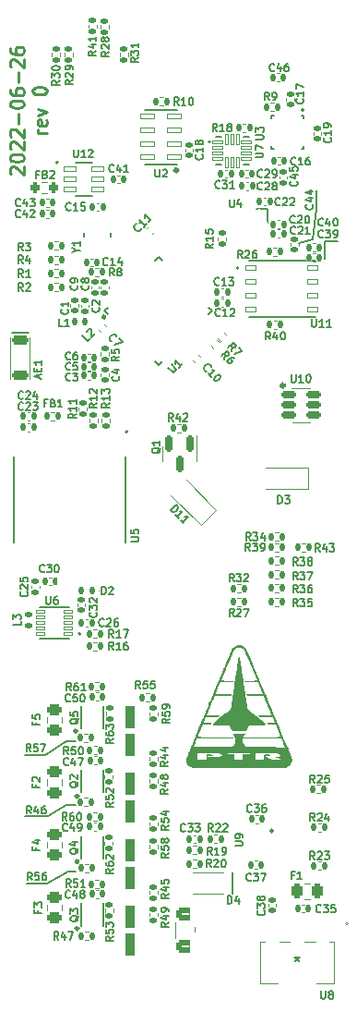
<source format=gto>
%TF.GenerationSoftware,KiCad,Pcbnew,(6.0.1)*%
%TF.CreationDate,2022-06-27T19:55:09+02:00*%
%TF.ProjectId,kp-ptr,6b702d70-7472-42e6-9b69-6361645f7063,rev?*%
%TF.SameCoordinates,Original*%
%TF.FileFunction,Legend,Top*%
%TF.FilePolarity,Positive*%
%FSLAX46Y46*%
G04 Gerber Fmt 4.6, Leading zero omitted, Abs format (unit mm)*
G04 Created by KiCad (PCBNEW (6.0.1)) date 2022-06-27 19:55:09*
%MOMM*%
%LPD*%
G01*
G04 APERTURE LIST*
G04 Aperture macros list*
%AMRoundRect*
0 Rectangle with rounded corners*
0 $1 Rounding radius*
0 $2 $3 $4 $5 $6 $7 $8 $9 X,Y pos of 4 corners*
0 Add a 4 corners polygon primitive as box body*
4,1,4,$2,$3,$4,$5,$6,$7,$8,$9,$2,$3,0*
0 Add four circle primitives for the rounded corners*
1,1,$1+$1,$2,$3*
1,1,$1+$1,$4,$5*
1,1,$1+$1,$6,$7*
1,1,$1+$1,$8,$9*
0 Add four rect primitives between the rounded corners*
20,1,$1+$1,$2,$3,$4,$5,0*
20,1,$1+$1,$4,$5,$6,$7,0*
20,1,$1+$1,$6,$7,$8,$9,0*
20,1,$1+$1,$8,$9,$2,$3,0*%
%AMRotRect*
0 Rectangle, with rotation*
0 The origin of the aperture is its center*
0 $1 length*
0 $2 width*
0 $3 Rotation angle, in degrees counterclockwise*
0 Add horizontal line*
21,1,$1,$2,0,0,$3*%
G04 Aperture macros list end*
%ADD10C,0.150000*%
%ADD11C,0.250000*%
%ADD12C,0.140000*%
%ADD13C,0.100000*%
%ADD14C,0.120000*%
%ADD15C,0.127000*%
%ADD16C,0.200000*%
%ADD17C,0.300000*%
%ADD18C,0.400000*%
%ADD19C,0.343981*%
%ADD20C,2.850000*%
%ADD21RoundRect,0.147500X0.147500X0.172500X-0.147500X0.172500X-0.147500X-0.172500X0.147500X-0.172500X0*%
%ADD22RoundRect,0.135000X-0.135000X-0.185000X0.135000X-0.185000X0.135000X0.185000X-0.135000X0.185000X0*%
%ADD23RoundRect,0.135000X0.135000X0.185000X-0.135000X0.185000X-0.135000X-0.185000X0.135000X-0.185000X0*%
%ADD24RoundRect,0.135000X-0.185000X0.135000X-0.185000X-0.135000X0.185000X-0.135000X0.185000X0.135000X0*%
%ADD25RoundRect,0.135000X0.185000X-0.135000X0.185000X0.135000X-0.185000X0.135000X-0.185000X-0.135000X0*%
%ADD26RoundRect,0.140000X0.140000X0.170000X-0.140000X0.170000X-0.140000X-0.170000X0.140000X-0.170000X0*%
%ADD27RoundRect,0.243750X0.243750X0.456250X-0.243750X0.456250X-0.243750X-0.456250X0.243750X-0.456250X0*%
%ADD28RoundRect,0.040600X-0.569400X-0.249400X0.569400X-0.249400X0.569400X0.249400X-0.569400X0.249400X0*%
%ADD29R,1.150000X1.400000*%
%ADD30RoundRect,0.147500X-0.172500X0.147500X-0.172500X-0.147500X0.172500X-0.147500X0.172500X0.147500X0*%
%ADD31R,0.304800X0.609600*%
%ADD32R,1.701800X1.092200*%
%ADD33RoundRect,0.140000X-0.170000X0.140000X-0.170000X-0.140000X0.170000X-0.140000X0.170000X0.140000X0*%
%ADD34RoundRect,0.140000X0.170000X-0.140000X0.170000X0.140000X-0.170000X0.140000X-0.170000X-0.140000X0*%
%ADD35R,0.250000X0.728000*%
%ADD36R,0.728000X0.250000*%
%ADD37R,0.728000X0.252000*%
%ADD38R,0.728000X0.260000*%
%ADD39R,0.252000X0.728000*%
%ADD40RoundRect,0.243750X0.456250X-0.243750X0.456250X0.243750X-0.456250X0.243750X-0.456250X-0.243750X0*%
%ADD41RoundRect,0.140000X-0.140000X-0.170000X0.140000X-0.170000X0.140000X0.170000X-0.140000X0.170000X0*%
%ADD42RoundRect,0.140000X-0.219203X-0.021213X-0.021213X-0.219203X0.219203X0.021213X0.021213X0.219203X0*%
%ADD43RoundRect,0.008100X0.386900X0.126900X-0.386900X0.126900X-0.386900X-0.126900X0.386900X-0.126900X0*%
%ADD44R,1.240000X2.130000*%
%ADD45RoundRect,0.026400X-0.493600X-0.193600X0.493600X-0.193600X0.493600X0.193600X-0.493600X0.193600X0*%
%ADD46R,3.400000X4.300000*%
%ADD47RoundRect,0.147500X-0.147500X-0.172500X0.147500X-0.172500X0.147500X0.172500X-0.147500X0.172500X0*%
%ADD48RoundRect,0.200000X-0.600000X0.200000X-0.600000X-0.200000X0.600000X-0.200000X0.600000X0.200000X0*%
%ADD49R,0.900000X1.200000*%
%ADD50RoundRect,0.140000X0.021213X-0.219203X0.219203X-0.021213X-0.021213X0.219203X-0.219203X0.021213X0*%
%ADD51R,0.350000X0.500000*%
%ADD52R,0.600000X1.000000*%
%ADD53RoundRect,0.006600X-0.208597X-0.354826X0.354826X0.208597X0.208597X0.354826X-0.354826X-0.208597X0*%
%ADD54RoundRect,0.022000X0.208597X-0.333047X0.333047X-0.208597X-0.208597X0.333047X-0.333047X0.208597X0*%
%ADD55RotRect,4.000000X4.000000X45.000000*%
%ADD56RoundRect,0.200000X-0.200000X-0.275000X0.200000X-0.275000X0.200000X0.275000X-0.200000X0.275000X0*%
%ADD57RoundRect,0.250000X0.625000X-0.312500X0.625000X0.312500X-0.625000X0.312500X-0.625000X-0.312500X0*%
%ADD58R,0.300000X0.855000*%
%ADD59R,0.855000X0.300000*%
%ADD60RoundRect,0.135000X0.226274X0.035355X0.035355X0.226274X-0.226274X-0.035355X-0.035355X-0.226274X0*%
%ADD61RoundRect,0.021200X0.633800X0.243800X-0.633800X0.243800X-0.633800X-0.243800X0.633800X-0.243800X0*%
%ADD62O,0.800000X1.800000*%
%ADD63RoundRect,0.147500X0.017678X-0.226274X0.226274X-0.017678X-0.017678X0.226274X-0.226274X0.017678X0*%
%ADD64RotRect,0.900000X1.200000X135.000000*%
%ADD65R,0.850800X1.761200*%
%ADD66R,3.150799X1.761200*%
%ADD67RoundRect,0.140000X0.219203X0.021213X0.021213X0.219203X-0.219203X-0.021213X-0.021213X-0.219203X0*%
%ADD68RoundRect,0.150000X-0.512500X-0.150000X0.512500X-0.150000X0.512500X0.150000X-0.512500X0.150000X0*%
%ADD69RoundRect,0.150000X-0.150000X0.587500X-0.150000X-0.587500X0.150000X-0.587500X0.150000X0.587500X0*%
%ADD70RoundRect,0.031500X-0.430000X-0.143500X0.430000X-0.143500X0.430000X0.143500X-0.430000X0.143500X0*%
%ADD71RoundRect,0.031500X0.143500X-0.428000X0.143500X0.428000X-0.143500X0.428000X-0.143500X-0.428000X0*%
%ADD72RoundRect,0.031500X0.430000X0.143500X-0.430000X0.143500X-0.430000X-0.143500X0.430000X-0.143500X0*%
%ADD73RoundRect,0.031500X-0.143500X0.428000X-0.143500X-0.428000X0.143500X-0.428000X0.143500X0.428000X0*%
%ADD74R,1.000000X1.000000*%
%ADD75O,1.000000X1.000000*%
%ADD76O,2.000000X2.500000*%
%ADD77R,2.413000X4.572000*%
%ADD78C,0.700000*%
%ADD79O,3.200000X1.300000*%
%ADD80O,2.500000X1.300000*%
%ADD81RoundRect,1.050000X0.450000X0.000000X0.450000X0.000000X-0.450000X0.000000X-0.450000X0.000000X0*%
%ADD82R,1.500000X5.080000*%
%ADD83C,2.000000*%
%ADD84R,2.000000X2.000000*%
%ADD85R,3.000000X2.100000*%
%ADD86R,3.302000X2.286000*%
%ADD87R,3.302000X2.447000*%
G04 APERTURE END LIST*
D10*
X142951200Y-103276400D02*
X144780000Y-103276400D01*
X145084800Y-108915200D02*
X146761200Y-107848400D01*
X169722800Y-53289200D02*
X169367200Y-56083200D01*
X144780000Y-103276400D02*
X146710400Y-102057200D01*
X170484800Y-56235600D02*
X171602400Y-56235600D01*
X169722800Y-51562000D02*
X169722800Y-53289200D01*
X169367200Y-56083200D02*
X168050800Y-56432564D01*
X146710400Y-102057200D02*
X147624800Y-102057200D01*
X146761200Y-107848400D02*
X147574000Y-107848400D01*
X165200000Y-53300000D02*
X165200000Y-54500000D01*
X164200000Y-53300000D02*
X165200000Y-53300000D01*
X142951200Y-108915200D02*
X145084800Y-108915200D01*
X170434000Y-57810400D02*
X170434000Y-56286400D01*
X144932400Y-115062000D02*
X146913600Y-113995200D01*
X143103600Y-115062000D02*
X144932400Y-115062000D01*
X146913600Y-113995200D02*
X147624800Y-113995200D01*
D11*
X141672204Y-50075371D02*
X141610300Y-50018228D01*
X141548395Y-49903942D01*
X141548395Y-49618228D01*
X141610300Y-49503942D01*
X141672204Y-49446800D01*
X141796014Y-49389657D01*
X141919823Y-49389657D01*
X142105538Y-49446800D01*
X142848395Y-50132514D01*
X142848395Y-49389657D01*
X141548395Y-48646800D02*
X141548395Y-48532514D01*
X141610300Y-48418228D01*
X141672204Y-48361085D01*
X141796014Y-48303942D01*
X142043633Y-48246800D01*
X142353157Y-48246800D01*
X142600776Y-48303942D01*
X142724585Y-48361085D01*
X142786490Y-48418228D01*
X142848395Y-48532514D01*
X142848395Y-48646800D01*
X142786490Y-48761085D01*
X142724585Y-48818228D01*
X142600776Y-48875371D01*
X142353157Y-48932514D01*
X142043633Y-48932514D01*
X141796014Y-48875371D01*
X141672204Y-48818228D01*
X141610300Y-48761085D01*
X141548395Y-48646800D01*
X141672204Y-47789657D02*
X141610300Y-47732514D01*
X141548395Y-47618228D01*
X141548395Y-47332514D01*
X141610300Y-47218228D01*
X141672204Y-47161085D01*
X141796014Y-47103942D01*
X141919823Y-47103942D01*
X142105538Y-47161085D01*
X142848395Y-47846800D01*
X142848395Y-47103942D01*
X141672204Y-46646800D02*
X141610300Y-46589657D01*
X141548395Y-46475371D01*
X141548395Y-46189657D01*
X141610300Y-46075371D01*
X141672204Y-46018228D01*
X141796014Y-45961085D01*
X141919823Y-45961085D01*
X142105538Y-46018228D01*
X142848395Y-46703942D01*
X142848395Y-45961085D01*
X142353157Y-45446800D02*
X142353157Y-44532514D01*
X141548395Y-43732514D02*
X141548395Y-43618228D01*
X141610300Y-43503942D01*
X141672204Y-43446800D01*
X141796014Y-43389657D01*
X142043633Y-43332514D01*
X142353157Y-43332514D01*
X142600776Y-43389657D01*
X142724585Y-43446800D01*
X142786490Y-43503942D01*
X142848395Y-43618228D01*
X142848395Y-43732514D01*
X142786490Y-43846800D01*
X142724585Y-43903942D01*
X142600776Y-43961085D01*
X142353157Y-44018228D01*
X142043633Y-44018228D01*
X141796014Y-43961085D01*
X141672204Y-43903942D01*
X141610300Y-43846800D01*
X141548395Y-43732514D01*
X141548395Y-42303942D02*
X141548395Y-42532514D01*
X141610300Y-42646800D01*
X141672204Y-42703942D01*
X141857919Y-42818228D01*
X142105538Y-42875371D01*
X142600776Y-42875371D01*
X142724585Y-42818228D01*
X142786490Y-42761085D01*
X142848395Y-42646800D01*
X142848395Y-42418228D01*
X142786490Y-42303942D01*
X142724585Y-42246800D01*
X142600776Y-42189657D01*
X142291252Y-42189657D01*
X142167442Y-42246800D01*
X142105538Y-42303942D01*
X142043633Y-42418228D01*
X142043633Y-42646800D01*
X142105538Y-42761085D01*
X142167442Y-42818228D01*
X142291252Y-42875371D01*
X142353157Y-41675371D02*
X142353157Y-40761085D01*
X141672204Y-40246800D02*
X141610300Y-40189657D01*
X141548395Y-40075371D01*
X141548395Y-39789657D01*
X141610300Y-39675371D01*
X141672204Y-39618228D01*
X141796014Y-39561085D01*
X141919823Y-39561085D01*
X142105538Y-39618228D01*
X142848395Y-40303942D01*
X142848395Y-39561085D01*
X141548395Y-38532514D02*
X141548395Y-38761085D01*
X141610300Y-38875371D01*
X141672204Y-38932514D01*
X141857919Y-39046800D01*
X142105538Y-39103942D01*
X142600776Y-39103942D01*
X142724585Y-39046800D01*
X142786490Y-38989657D01*
X142848395Y-38875371D01*
X142848395Y-38646800D01*
X142786490Y-38532514D01*
X142724585Y-38475371D01*
X142600776Y-38418228D01*
X142291252Y-38418228D01*
X142167442Y-38475371D01*
X142105538Y-38532514D01*
X142043633Y-38646800D01*
X142043633Y-38875371D01*
X142105538Y-38989657D01*
X142167442Y-39046800D01*
X142291252Y-39103942D01*
X144941395Y-46332514D02*
X144074728Y-46332514D01*
X144322347Y-46332514D02*
X144198538Y-46275371D01*
X144136633Y-46218228D01*
X144074728Y-46103942D01*
X144074728Y-45989657D01*
X144879490Y-45132514D02*
X144941395Y-45246800D01*
X144941395Y-45475371D01*
X144879490Y-45589657D01*
X144755680Y-45646800D01*
X144260442Y-45646800D01*
X144136633Y-45589657D01*
X144074728Y-45475371D01*
X144074728Y-45246800D01*
X144136633Y-45132514D01*
X144260442Y-45075371D01*
X144384252Y-45075371D01*
X144508061Y-45646800D01*
X144074728Y-44675371D02*
X144941395Y-44389657D01*
X144074728Y-44103942D01*
X143641395Y-42503942D02*
X143641395Y-42389657D01*
X143703300Y-42275371D01*
X143765204Y-42218228D01*
X143889014Y-42161085D01*
X144136633Y-42103942D01*
X144446157Y-42103942D01*
X144693776Y-42161085D01*
X144817585Y-42218228D01*
X144879490Y-42275371D01*
X144941395Y-42389657D01*
X144941395Y-42503942D01*
X144879490Y-42618228D01*
X144817585Y-42675371D01*
X144693776Y-42732514D01*
X144446157Y-42789657D01*
X144136633Y-42789657D01*
X143889014Y-42732514D01*
X143765204Y-42675371D01*
X143703300Y-42618228D01*
X143641395Y-42503942D01*
D12*
%TO.C,D2*%
X149978333Y-88581666D02*
X149978333Y-87881666D01*
X150145000Y-87881666D01*
X150245000Y-87915000D01*
X150311666Y-87981666D01*
X150345000Y-88048333D01*
X150378333Y-88181666D01*
X150378333Y-88281666D01*
X150345000Y-88415000D01*
X150311666Y-88481666D01*
X150245000Y-88548333D01*
X150145000Y-88581666D01*
X149978333Y-88581666D01*
X150645000Y-87948333D02*
X150678333Y-87915000D01*
X150745000Y-87881666D01*
X150911666Y-87881666D01*
X150978333Y-87915000D01*
X151011666Y-87948333D01*
X151045000Y-88015000D01*
X151045000Y-88081666D01*
X151011666Y-88181666D01*
X150611666Y-88581666D01*
X151045000Y-88581666D01*
%TO.C,R27*%
X162110000Y-90588266D02*
X161876666Y-90254933D01*
X161710000Y-90588266D02*
X161710000Y-89888266D01*
X161976666Y-89888266D01*
X162043333Y-89921600D01*
X162076666Y-89954933D01*
X162110000Y-90021600D01*
X162110000Y-90121600D01*
X162076666Y-90188266D01*
X162043333Y-90221600D01*
X161976666Y-90254933D01*
X161710000Y-90254933D01*
X162376666Y-89954933D02*
X162410000Y-89921600D01*
X162476666Y-89888266D01*
X162643333Y-89888266D01*
X162710000Y-89921600D01*
X162743333Y-89954933D01*
X162776666Y-90021600D01*
X162776666Y-90088266D01*
X162743333Y-90188266D01*
X162343333Y-90588266D01*
X162776666Y-90588266D01*
X163010000Y-89888266D02*
X163476666Y-89888266D01*
X163176666Y-90588266D01*
D10*
%TO.C,R34*%
X163634000Y-83628666D02*
X163400666Y-83295333D01*
X163234000Y-83628666D02*
X163234000Y-82928666D01*
X163500666Y-82928666D01*
X163567333Y-82962000D01*
X163600666Y-82995333D01*
X163634000Y-83062000D01*
X163634000Y-83162000D01*
X163600666Y-83228666D01*
X163567333Y-83262000D01*
X163500666Y-83295333D01*
X163234000Y-83295333D01*
X163867333Y-82928666D02*
X164300666Y-82928666D01*
X164067333Y-83195333D01*
X164167333Y-83195333D01*
X164234000Y-83228666D01*
X164267333Y-83262000D01*
X164300666Y-83328666D01*
X164300666Y-83495333D01*
X164267333Y-83562000D01*
X164234000Y-83595333D01*
X164167333Y-83628666D01*
X163967333Y-83628666D01*
X163900666Y-83595333D01*
X163867333Y-83562000D01*
X164900666Y-83162000D02*
X164900666Y-83628666D01*
X164734000Y-82895333D02*
X164567333Y-83395333D01*
X165000666Y-83395333D01*
%TO.C,R16*%
X151061000Y-93661666D02*
X150827666Y-93328333D01*
X150661000Y-93661666D02*
X150661000Y-92961666D01*
X150927666Y-92961666D01*
X150994333Y-92995000D01*
X151027666Y-93028333D01*
X151061000Y-93095000D01*
X151061000Y-93195000D01*
X151027666Y-93261666D01*
X150994333Y-93295000D01*
X150927666Y-93328333D01*
X150661000Y-93328333D01*
X151727666Y-93661666D02*
X151327666Y-93661666D01*
X151527666Y-93661666D02*
X151527666Y-92961666D01*
X151461000Y-93061666D01*
X151394333Y-93128333D01*
X151327666Y-93161666D01*
X152327666Y-92961666D02*
X152194333Y-92961666D01*
X152127666Y-92995000D01*
X152094333Y-93028333D01*
X152027666Y-93128333D01*
X151994333Y-93261666D01*
X151994333Y-93528333D01*
X152027666Y-93595000D01*
X152061000Y-93628333D01*
X152127666Y-93661666D01*
X152261000Y-93661666D01*
X152327666Y-93628333D01*
X152361000Y-93595000D01*
X152394333Y-93528333D01*
X152394333Y-93361666D01*
X152361000Y-93295000D01*
X152327666Y-93261666D01*
X152261000Y-93228333D01*
X152127666Y-93228333D01*
X152061000Y-93261666D01*
X152027666Y-93295000D01*
X151994333Y-93361666D01*
%TO.C,R42*%
X156522000Y-72706666D02*
X156288666Y-72373333D01*
X156122000Y-72706666D02*
X156122000Y-72006666D01*
X156388666Y-72006666D01*
X156455333Y-72040000D01*
X156488666Y-72073333D01*
X156522000Y-72140000D01*
X156522000Y-72240000D01*
X156488666Y-72306666D01*
X156455333Y-72340000D01*
X156388666Y-72373333D01*
X156122000Y-72373333D01*
X157122000Y-72240000D02*
X157122000Y-72706666D01*
X156955333Y-71973333D02*
X156788666Y-72473333D01*
X157222000Y-72473333D01*
X157455333Y-72073333D02*
X157488666Y-72040000D01*
X157555333Y-72006666D01*
X157722000Y-72006666D01*
X157788666Y-72040000D01*
X157822000Y-72073333D01*
X157855333Y-72140000D01*
X157855333Y-72206666D01*
X157822000Y-72306666D01*
X157422000Y-72706666D01*
X157855333Y-72706666D01*
%TO.C,R59*%
X156223466Y-99967200D02*
X155890133Y-100200533D01*
X156223466Y-100367200D02*
X155523466Y-100367200D01*
X155523466Y-100100533D01*
X155556800Y-100033866D01*
X155590133Y-100000533D01*
X155656800Y-99967200D01*
X155756800Y-99967200D01*
X155823466Y-100000533D01*
X155856800Y-100033866D01*
X155890133Y-100100533D01*
X155890133Y-100367200D01*
X155523466Y-99333866D02*
X155523466Y-99667200D01*
X155856800Y-99700533D01*
X155823466Y-99667200D01*
X155790133Y-99600533D01*
X155790133Y-99433866D01*
X155823466Y-99367200D01*
X155856800Y-99333866D01*
X155923466Y-99300533D01*
X156090133Y-99300533D01*
X156156800Y-99333866D01*
X156190133Y-99367200D01*
X156223466Y-99433866D01*
X156223466Y-99600533D01*
X156190133Y-99667200D01*
X156156800Y-99700533D01*
X156223466Y-98967200D02*
X156223466Y-98833866D01*
X156190133Y-98767200D01*
X156156800Y-98733866D01*
X156056800Y-98667200D01*
X155923466Y-98633866D01*
X155656800Y-98633866D01*
X155590133Y-98667200D01*
X155556800Y-98700533D01*
X155523466Y-98767200D01*
X155523466Y-98900533D01*
X155556800Y-98967200D01*
X155590133Y-99000533D01*
X155656800Y-99033866D01*
X155823466Y-99033866D01*
X155890133Y-99000533D01*
X155923466Y-98967200D01*
X155956800Y-98900533D01*
X155956800Y-98767200D01*
X155923466Y-98700533D01*
X155890133Y-98667200D01*
X155823466Y-98633866D01*
%TO.C,R39*%
X163602200Y-84593866D02*
X163368866Y-84260533D01*
X163202200Y-84593866D02*
X163202200Y-83893866D01*
X163468866Y-83893866D01*
X163535533Y-83927200D01*
X163568866Y-83960533D01*
X163602200Y-84027200D01*
X163602200Y-84127200D01*
X163568866Y-84193866D01*
X163535533Y-84227200D01*
X163468866Y-84260533D01*
X163202200Y-84260533D01*
X163835533Y-83893866D02*
X164268866Y-83893866D01*
X164035533Y-84160533D01*
X164135533Y-84160533D01*
X164202200Y-84193866D01*
X164235533Y-84227200D01*
X164268866Y-84293866D01*
X164268866Y-84460533D01*
X164235533Y-84527200D01*
X164202200Y-84560533D01*
X164135533Y-84593866D01*
X163935533Y-84593866D01*
X163868866Y-84560533D01*
X163835533Y-84527200D01*
X164602200Y-84593866D02*
X164735533Y-84593866D01*
X164802200Y-84560533D01*
X164835533Y-84527200D01*
X164902200Y-84427200D01*
X164935533Y-84293866D01*
X164935533Y-84027200D01*
X164902200Y-83960533D01*
X164868866Y-83927200D01*
X164802200Y-83893866D01*
X164668866Y-83893866D01*
X164602200Y-83927200D01*
X164568866Y-83960533D01*
X164535533Y-84027200D01*
X164535533Y-84193866D01*
X164568866Y-84260533D01*
X164602200Y-84293866D01*
X164668866Y-84327200D01*
X164802200Y-84327200D01*
X164868866Y-84293866D01*
X164902200Y-84260533D01*
X164935533Y-84193866D01*
%TO.C,R37*%
X167952000Y-87220800D02*
X167718666Y-86887467D01*
X167552000Y-87220800D02*
X167552000Y-86520800D01*
X167818666Y-86520800D01*
X167885333Y-86554134D01*
X167918666Y-86587467D01*
X167952000Y-86654134D01*
X167952000Y-86754134D01*
X167918666Y-86820800D01*
X167885333Y-86854134D01*
X167818666Y-86887467D01*
X167552000Y-86887467D01*
X168185333Y-86520800D02*
X168618666Y-86520800D01*
X168385333Y-86787467D01*
X168485333Y-86787467D01*
X168552000Y-86820800D01*
X168585333Y-86854134D01*
X168618666Y-86920800D01*
X168618666Y-87087467D01*
X168585333Y-87154134D01*
X168552000Y-87187467D01*
X168485333Y-87220800D01*
X168285333Y-87220800D01*
X168218666Y-87187467D01*
X168185333Y-87154134D01*
X168852000Y-86520800D02*
X169318666Y-86520800D01*
X169018666Y-87220800D01*
%TO.C,R15*%
X160182666Y-56457000D02*
X159849333Y-56690333D01*
X160182666Y-56857000D02*
X159482666Y-56857000D01*
X159482666Y-56590333D01*
X159516000Y-56523666D01*
X159549333Y-56490333D01*
X159616000Y-56457000D01*
X159716000Y-56457000D01*
X159782666Y-56490333D01*
X159816000Y-56523666D01*
X159849333Y-56590333D01*
X159849333Y-56857000D01*
X160182666Y-55790333D02*
X160182666Y-56190333D01*
X160182666Y-55990333D02*
X159482666Y-55990333D01*
X159582666Y-56057000D01*
X159649333Y-56123666D01*
X159682666Y-56190333D01*
X159482666Y-55157000D02*
X159482666Y-55490333D01*
X159816000Y-55523666D01*
X159782666Y-55490333D01*
X159749333Y-55423666D01*
X159749333Y-55257000D01*
X159782666Y-55190333D01*
X159816000Y-55157000D01*
X159882666Y-55123666D01*
X160049333Y-55123666D01*
X160116000Y-55157000D01*
X160149333Y-55190333D01*
X160182666Y-55257000D01*
X160182666Y-55423666D01*
X160149333Y-55490333D01*
X160116000Y-55523666D01*
%TO.C,C3*%
X147101733Y-68931600D02*
X147068400Y-68964933D01*
X146968400Y-68998266D01*
X146901733Y-68998266D01*
X146801733Y-68964933D01*
X146735066Y-68898266D01*
X146701733Y-68831600D01*
X146668400Y-68698266D01*
X146668400Y-68598266D01*
X146701733Y-68464933D01*
X146735066Y-68398266D01*
X146801733Y-68331600D01*
X146901733Y-68298266D01*
X146968400Y-68298266D01*
X147068400Y-68331600D01*
X147101733Y-68364933D01*
X147335066Y-68298266D02*
X147768400Y-68298266D01*
X147535066Y-68564933D01*
X147635066Y-68564933D01*
X147701733Y-68598266D01*
X147735066Y-68631600D01*
X147768400Y-68698266D01*
X147768400Y-68864933D01*
X147735066Y-68931600D01*
X147701733Y-68964933D01*
X147635066Y-68998266D01*
X147435066Y-68998266D01*
X147368400Y-68964933D01*
X147335066Y-68931600D01*
%TO.C,R60*%
X146768400Y-109282666D02*
X146535066Y-108949333D01*
X146368400Y-109282666D02*
X146368400Y-108582666D01*
X146635066Y-108582666D01*
X146701733Y-108616000D01*
X146735066Y-108649333D01*
X146768400Y-108716000D01*
X146768400Y-108816000D01*
X146735066Y-108882666D01*
X146701733Y-108916000D01*
X146635066Y-108949333D01*
X146368400Y-108949333D01*
X147368400Y-108582666D02*
X147235066Y-108582666D01*
X147168400Y-108616000D01*
X147135066Y-108649333D01*
X147068400Y-108749333D01*
X147035066Y-108882666D01*
X147035066Y-109149333D01*
X147068400Y-109216000D01*
X147101733Y-109249333D01*
X147168400Y-109282666D01*
X147301733Y-109282666D01*
X147368400Y-109249333D01*
X147401733Y-109216000D01*
X147435066Y-109149333D01*
X147435066Y-108982666D01*
X147401733Y-108916000D01*
X147368400Y-108882666D01*
X147301733Y-108849333D01*
X147168400Y-108849333D01*
X147101733Y-108882666D01*
X147068400Y-108916000D01*
X147035066Y-108982666D01*
X147868400Y-108582666D02*
X147935066Y-108582666D01*
X148001733Y-108616000D01*
X148035066Y-108649333D01*
X148068400Y-108716000D01*
X148101733Y-108849333D01*
X148101733Y-109016000D01*
X148068400Y-109149333D01*
X148035066Y-109216000D01*
X148001733Y-109249333D01*
X147935066Y-109282666D01*
X147868400Y-109282666D01*
X147801733Y-109249333D01*
X147768400Y-109216000D01*
X147735066Y-109149333D01*
X147701733Y-109016000D01*
X147701733Y-108849333D01*
X147735066Y-108716000D01*
X147768400Y-108649333D01*
X147801733Y-108616000D01*
X147868400Y-108582666D01*
%TO.C,F1*%
X167609866Y-114300800D02*
X167376533Y-114300800D01*
X167376533Y-114667466D02*
X167376533Y-113967466D01*
X167709866Y-113967466D01*
X168343200Y-114667466D02*
X167943200Y-114667466D01*
X168143200Y-114667466D02*
X168143200Y-113967466D01*
X168076533Y-114067466D01*
X168009866Y-114134133D01*
X167943200Y-114167466D01*
%TO.C,C24*%
X142755200Y-70608000D02*
X142721866Y-70641333D01*
X142621866Y-70674666D01*
X142555200Y-70674666D01*
X142455200Y-70641333D01*
X142388533Y-70574666D01*
X142355200Y-70508000D01*
X142321866Y-70374666D01*
X142321866Y-70274666D01*
X142355200Y-70141333D01*
X142388533Y-70074666D01*
X142455200Y-70008000D01*
X142555200Y-69974666D01*
X142621866Y-69974666D01*
X142721866Y-70008000D01*
X142755200Y-70041333D01*
X143021866Y-70041333D02*
X143055200Y-70008000D01*
X143121866Y-69974666D01*
X143288533Y-69974666D01*
X143355200Y-70008000D01*
X143388533Y-70041333D01*
X143421866Y-70108000D01*
X143421866Y-70174666D01*
X143388533Y-70274666D01*
X142988533Y-70674666D01*
X143421866Y-70674666D01*
X144021866Y-70208000D02*
X144021866Y-70674666D01*
X143855200Y-69941333D02*
X143688533Y-70441333D01*
X144121866Y-70441333D01*
%TO.C,R41*%
X149465466Y-38804000D02*
X149132133Y-39037333D01*
X149465466Y-39204000D02*
X148765466Y-39204000D01*
X148765466Y-38937333D01*
X148798800Y-38870666D01*
X148832133Y-38837333D01*
X148898800Y-38804000D01*
X148998800Y-38804000D01*
X149065466Y-38837333D01*
X149098800Y-38870666D01*
X149132133Y-38937333D01*
X149132133Y-39204000D01*
X148998800Y-38204000D02*
X149465466Y-38204000D01*
X148732133Y-38370666D02*
X149232133Y-38537333D01*
X149232133Y-38104000D01*
X149465466Y-37470666D02*
X149465466Y-37870666D01*
X149465466Y-37670666D02*
X148765466Y-37670666D01*
X148865466Y-37737333D01*
X148932133Y-37804000D01*
X148965466Y-37870666D01*
%TO.C,R38*%
X167952000Y-85910734D02*
X167718666Y-85577401D01*
X167552000Y-85910734D02*
X167552000Y-85210734D01*
X167818666Y-85210734D01*
X167885333Y-85244068D01*
X167918666Y-85277401D01*
X167952000Y-85344068D01*
X167952000Y-85444068D01*
X167918666Y-85510734D01*
X167885333Y-85544068D01*
X167818666Y-85577401D01*
X167552000Y-85577401D01*
X168185333Y-85210734D02*
X168618666Y-85210734D01*
X168385333Y-85477401D01*
X168485333Y-85477401D01*
X168552000Y-85510734D01*
X168585333Y-85544068D01*
X168618666Y-85610734D01*
X168618666Y-85777401D01*
X168585333Y-85844068D01*
X168552000Y-85877401D01*
X168485333Y-85910734D01*
X168285333Y-85910734D01*
X168218666Y-85877401D01*
X168185333Y-85844068D01*
X169018666Y-85510734D02*
X168952000Y-85477401D01*
X168918666Y-85444068D01*
X168885333Y-85377401D01*
X168885333Y-85344068D01*
X168918666Y-85277401D01*
X168952000Y-85244068D01*
X169018666Y-85210734D01*
X169152000Y-85210734D01*
X169218666Y-85244068D01*
X169252000Y-85277401D01*
X169285333Y-85344068D01*
X169285333Y-85377401D01*
X169252000Y-85444068D01*
X169218666Y-85477401D01*
X169152000Y-85510734D01*
X169018666Y-85510734D01*
X168952000Y-85544068D01*
X168918666Y-85577401D01*
X168885333Y-85644068D01*
X168885333Y-85777401D01*
X168918666Y-85844068D01*
X168952000Y-85877401D01*
X169018666Y-85910734D01*
X169152000Y-85910734D01*
X169218666Y-85877401D01*
X169252000Y-85844068D01*
X169285333Y-85777401D01*
X169285333Y-85644068D01*
X169252000Y-85577401D01*
X169218666Y-85544068D01*
X169152000Y-85510734D01*
%TO.C,R8*%
X151114933Y-59397066D02*
X150881600Y-59063733D01*
X150714933Y-59397066D02*
X150714933Y-58697066D01*
X150981600Y-58697066D01*
X151048266Y-58730400D01*
X151081600Y-58763733D01*
X151114933Y-58830400D01*
X151114933Y-58930400D01*
X151081600Y-58997066D01*
X151048266Y-59030400D01*
X150981600Y-59063733D01*
X150714933Y-59063733D01*
X151514933Y-58997066D02*
X151448266Y-58963733D01*
X151414933Y-58930400D01*
X151381600Y-58863733D01*
X151381600Y-58830400D01*
X151414933Y-58763733D01*
X151448266Y-58730400D01*
X151514933Y-58697066D01*
X151648266Y-58697066D01*
X151714933Y-58730400D01*
X151748266Y-58763733D01*
X151781600Y-58830400D01*
X151781600Y-58863733D01*
X151748266Y-58930400D01*
X151714933Y-58963733D01*
X151648266Y-58997066D01*
X151514933Y-58997066D01*
X151448266Y-59030400D01*
X151414933Y-59063733D01*
X151381600Y-59130400D01*
X151381600Y-59263733D01*
X151414933Y-59330400D01*
X151448266Y-59363733D01*
X151514933Y-59397066D01*
X151648266Y-59397066D01*
X151714933Y-59363733D01*
X151748266Y-59330400D01*
X151781600Y-59263733D01*
X151781600Y-59130400D01*
X151748266Y-59063733D01*
X151714933Y-59030400D01*
X151648266Y-58997066D01*
%TO.C,C6*%
X147101733Y-67001200D02*
X147068400Y-67034533D01*
X146968400Y-67067866D01*
X146901733Y-67067866D01*
X146801733Y-67034533D01*
X146735066Y-66967866D01*
X146701733Y-66901200D01*
X146668400Y-66767866D01*
X146668400Y-66667866D01*
X146701733Y-66534533D01*
X146735066Y-66467866D01*
X146801733Y-66401200D01*
X146901733Y-66367866D01*
X146968400Y-66367866D01*
X147068400Y-66401200D01*
X147101733Y-66434533D01*
X147701733Y-66367866D02*
X147568400Y-66367866D01*
X147501733Y-66401200D01*
X147468400Y-66434533D01*
X147401733Y-66534533D01*
X147368400Y-66667866D01*
X147368400Y-66934533D01*
X147401733Y-67001200D01*
X147435066Y-67034533D01*
X147501733Y-67067866D01*
X147635066Y-67067866D01*
X147701733Y-67034533D01*
X147735066Y-67001200D01*
X147768400Y-66934533D01*
X147768400Y-66767866D01*
X147735066Y-66701200D01*
X147701733Y-66667866D01*
X147635066Y-66634533D01*
X147501733Y-66634533D01*
X147435066Y-66667866D01*
X147401733Y-66701200D01*
X147368400Y-66767866D01*
%TO.C,C46*%
X165818400Y-40585200D02*
X165785066Y-40618533D01*
X165685066Y-40651866D01*
X165618400Y-40651866D01*
X165518400Y-40618533D01*
X165451733Y-40551866D01*
X165418400Y-40485200D01*
X165385066Y-40351866D01*
X165385066Y-40251866D01*
X165418400Y-40118533D01*
X165451733Y-40051866D01*
X165518400Y-39985200D01*
X165618400Y-39951866D01*
X165685066Y-39951866D01*
X165785066Y-39985200D01*
X165818400Y-40018533D01*
X166418400Y-40185200D02*
X166418400Y-40651866D01*
X166251733Y-39918533D02*
X166085066Y-40418533D01*
X166518400Y-40418533D01*
X167085066Y-39951866D02*
X166951733Y-39951866D01*
X166885066Y-39985200D01*
X166851733Y-40018533D01*
X166785066Y-40118533D01*
X166751733Y-40251866D01*
X166751733Y-40518533D01*
X166785066Y-40585200D01*
X166818400Y-40618533D01*
X166885066Y-40651866D01*
X167018400Y-40651866D01*
X167085066Y-40618533D01*
X167118400Y-40585200D01*
X167151733Y-40518533D01*
X167151733Y-40351866D01*
X167118400Y-40285200D01*
X167085066Y-40251866D01*
X167018400Y-40218533D01*
X166885066Y-40218533D01*
X166818400Y-40251866D01*
X166785066Y-40285200D01*
X166751733Y-40351866D01*
%TO.C,U12*%
X147412333Y-47819266D02*
X147412333Y-48385933D01*
X147445666Y-48452600D01*
X147479000Y-48485933D01*
X147545666Y-48519266D01*
X147679000Y-48519266D01*
X147745666Y-48485933D01*
X147779000Y-48452600D01*
X147812333Y-48385933D01*
X147812333Y-47819266D01*
X148512333Y-48519266D02*
X148112333Y-48519266D01*
X148312333Y-48519266D02*
X148312333Y-47819266D01*
X148245666Y-47919266D01*
X148179000Y-47985933D01*
X148112333Y-48019266D01*
X148779000Y-47885933D02*
X148812333Y-47852600D01*
X148879000Y-47819266D01*
X149045666Y-47819266D01*
X149112333Y-47852600D01*
X149145666Y-47885933D01*
X149179000Y-47952600D01*
X149179000Y-48019266D01*
X149145666Y-48119266D01*
X148745666Y-48519266D01*
X149179000Y-48519266D01*
%TO.C,R24*%
X169526800Y-109333466D02*
X169293466Y-109000133D01*
X169126800Y-109333466D02*
X169126800Y-108633466D01*
X169393466Y-108633466D01*
X169460133Y-108666800D01*
X169493466Y-108700133D01*
X169526800Y-108766800D01*
X169526800Y-108866800D01*
X169493466Y-108933466D01*
X169460133Y-108966800D01*
X169393466Y-109000133D01*
X169126800Y-109000133D01*
X169793466Y-108700133D02*
X169826800Y-108666800D01*
X169893466Y-108633466D01*
X170060133Y-108633466D01*
X170126800Y-108666800D01*
X170160133Y-108700133D01*
X170193466Y-108766800D01*
X170193466Y-108833466D01*
X170160133Y-108933466D01*
X169760133Y-109333466D01*
X170193466Y-109333466D01*
X170793466Y-108866800D02*
X170793466Y-109333466D01*
X170626800Y-108600133D02*
X170460133Y-109100133D01*
X170893466Y-109100133D01*
%TO.C,C37*%
X163684800Y-114744800D02*
X163651466Y-114778133D01*
X163551466Y-114811466D01*
X163484800Y-114811466D01*
X163384800Y-114778133D01*
X163318133Y-114711466D01*
X163284800Y-114644800D01*
X163251466Y-114511466D01*
X163251466Y-114411466D01*
X163284800Y-114278133D01*
X163318133Y-114211466D01*
X163384800Y-114144800D01*
X163484800Y-114111466D01*
X163551466Y-114111466D01*
X163651466Y-114144800D01*
X163684800Y-114178133D01*
X163918133Y-114111466D02*
X164351466Y-114111466D01*
X164118133Y-114378133D01*
X164218133Y-114378133D01*
X164284800Y-114411466D01*
X164318133Y-114444800D01*
X164351466Y-114511466D01*
X164351466Y-114678133D01*
X164318133Y-114744800D01*
X164284800Y-114778133D01*
X164218133Y-114811466D01*
X164018133Y-114811466D01*
X163951466Y-114778133D01*
X163918133Y-114744800D01*
X164584800Y-114111466D02*
X165051466Y-114111466D01*
X164751466Y-114811466D01*
%TO.C,R44*%
X156069466Y-103878800D02*
X155736133Y-104112133D01*
X156069466Y-104278800D02*
X155369466Y-104278800D01*
X155369466Y-104012133D01*
X155402800Y-103945466D01*
X155436133Y-103912133D01*
X155502800Y-103878800D01*
X155602800Y-103878800D01*
X155669466Y-103912133D01*
X155702800Y-103945466D01*
X155736133Y-104012133D01*
X155736133Y-104278800D01*
X155602800Y-103278800D02*
X156069466Y-103278800D01*
X155336133Y-103445466D02*
X155836133Y-103612133D01*
X155836133Y-103178800D01*
X155602800Y-102612133D02*
X156069466Y-102612133D01*
X155336133Y-102778800D02*
X155836133Y-102945466D01*
X155836133Y-102512133D01*
%TO.C,R36*%
X167952000Y-88403866D02*
X167718666Y-88070533D01*
X167552000Y-88403866D02*
X167552000Y-87703866D01*
X167818666Y-87703866D01*
X167885333Y-87737200D01*
X167918666Y-87770533D01*
X167952000Y-87837200D01*
X167952000Y-87937200D01*
X167918666Y-88003866D01*
X167885333Y-88037200D01*
X167818666Y-88070533D01*
X167552000Y-88070533D01*
X168185333Y-87703866D02*
X168618666Y-87703866D01*
X168385333Y-87970533D01*
X168485333Y-87970533D01*
X168552000Y-88003866D01*
X168585333Y-88037200D01*
X168618666Y-88103866D01*
X168618666Y-88270533D01*
X168585333Y-88337200D01*
X168552000Y-88370533D01*
X168485333Y-88403866D01*
X168285333Y-88403866D01*
X168218666Y-88370533D01*
X168185333Y-88337200D01*
X169218666Y-87703866D02*
X169085333Y-87703866D01*
X169018666Y-87737200D01*
X168985333Y-87770533D01*
X168918666Y-87870533D01*
X168885333Y-88003866D01*
X168885333Y-88270533D01*
X168918666Y-88337200D01*
X168952000Y-88370533D01*
X169018666Y-88403866D01*
X169152000Y-88403866D01*
X169218666Y-88370533D01*
X169252000Y-88337200D01*
X169285333Y-88270533D01*
X169285333Y-88103866D01*
X169252000Y-88037200D01*
X169218666Y-88003866D01*
X169152000Y-87970533D01*
X169018666Y-87970533D01*
X168952000Y-88003866D01*
X168918666Y-88037200D01*
X168885333Y-88103866D01*
%TO.C,R54*%
X156120266Y-109720800D02*
X155786933Y-109954133D01*
X156120266Y-110120800D02*
X155420266Y-110120800D01*
X155420266Y-109854133D01*
X155453600Y-109787466D01*
X155486933Y-109754133D01*
X155553600Y-109720800D01*
X155653600Y-109720800D01*
X155720266Y-109754133D01*
X155753600Y-109787466D01*
X155786933Y-109854133D01*
X155786933Y-110120800D01*
X155420266Y-109087466D02*
X155420266Y-109420800D01*
X155753600Y-109454133D01*
X155720266Y-109420800D01*
X155686933Y-109354133D01*
X155686933Y-109187466D01*
X155720266Y-109120800D01*
X155753600Y-109087466D01*
X155820266Y-109054133D01*
X155986933Y-109054133D01*
X156053600Y-109087466D01*
X156086933Y-109120800D01*
X156120266Y-109187466D01*
X156120266Y-109354133D01*
X156086933Y-109420800D01*
X156053600Y-109454133D01*
X155653600Y-108454133D02*
X156120266Y-108454133D01*
X155386933Y-108620800D02*
X155886933Y-108787466D01*
X155886933Y-108354133D01*
%TO.C,Y1*%
X147645133Y-57040333D02*
X147978466Y-57040333D01*
X147278466Y-57273666D02*
X147645133Y-57040333D01*
X147278466Y-56807000D01*
X147978466Y-56207000D02*
X147978466Y-56607000D01*
X147978466Y-56407000D02*
X147278466Y-56407000D01*
X147378466Y-56473666D01*
X147445133Y-56540333D01*
X147478466Y-56607000D01*
%TO.C,R25*%
X169526800Y-105828266D02*
X169293466Y-105494933D01*
X169126800Y-105828266D02*
X169126800Y-105128266D01*
X169393466Y-105128266D01*
X169460133Y-105161600D01*
X169493466Y-105194933D01*
X169526800Y-105261600D01*
X169526800Y-105361600D01*
X169493466Y-105428266D01*
X169460133Y-105461600D01*
X169393466Y-105494933D01*
X169126800Y-105494933D01*
X169793466Y-105194933D02*
X169826800Y-105161600D01*
X169893466Y-105128266D01*
X170060133Y-105128266D01*
X170126800Y-105161600D01*
X170160133Y-105194933D01*
X170193466Y-105261600D01*
X170193466Y-105328266D01*
X170160133Y-105428266D01*
X169760133Y-105828266D01*
X170193466Y-105828266D01*
X170826800Y-105128266D02*
X170493466Y-105128266D01*
X170460133Y-105461600D01*
X170493466Y-105428266D01*
X170560133Y-105394933D01*
X170726800Y-105394933D01*
X170793466Y-105428266D01*
X170826800Y-105461600D01*
X170860133Y-105528266D01*
X170860133Y-105694933D01*
X170826800Y-105761600D01*
X170793466Y-105794933D01*
X170726800Y-105828266D01*
X170560133Y-105828266D01*
X170493466Y-105794933D01*
X170460133Y-105761600D01*
%TO.C,L3*%
X142556666Y-91048666D02*
X142556666Y-91382000D01*
X141856666Y-91382000D01*
X141856666Y-90882000D02*
X141856666Y-90448666D01*
X142123333Y-90682000D01*
X142123333Y-90582000D01*
X142156666Y-90515333D01*
X142190000Y-90482000D01*
X142256666Y-90448666D01*
X142423333Y-90448666D01*
X142490000Y-90482000D01*
X142523333Y-90515333D01*
X142556666Y-90582000D01*
X142556666Y-90782000D01*
X142523333Y-90848666D01*
X142490000Y-90882000D01*
%TO.C,U9*%
X162215466Y-111610933D02*
X162782133Y-111610933D01*
X162848800Y-111577600D01*
X162882133Y-111544266D01*
X162915466Y-111477600D01*
X162915466Y-111344266D01*
X162882133Y-111277600D01*
X162848800Y-111244266D01*
X162782133Y-111210933D01*
X162215466Y-111210933D01*
X162915466Y-110844266D02*
X162915466Y-110710933D01*
X162882133Y-110644266D01*
X162848800Y-110610933D01*
X162748800Y-110544266D01*
X162615466Y-110510933D01*
X162348800Y-110510933D01*
X162282133Y-110544266D01*
X162248800Y-110577600D01*
X162215466Y-110644266D01*
X162215466Y-110777600D01*
X162248800Y-110844266D01*
X162282133Y-110877600D01*
X162348800Y-110910933D01*
X162515466Y-110910933D01*
X162582133Y-110877600D01*
X162615466Y-110844266D01*
X162648800Y-110777600D01*
X162648800Y-110644266D01*
X162615466Y-110577600D01*
X162582133Y-110544266D01*
X162515466Y-110510933D01*
%TO.C,C32*%
X149475000Y-90239000D02*
X149508333Y-90272333D01*
X149541666Y-90372333D01*
X149541666Y-90439000D01*
X149508333Y-90539000D01*
X149441666Y-90605666D01*
X149375000Y-90639000D01*
X149241666Y-90672333D01*
X149141666Y-90672333D01*
X149008333Y-90639000D01*
X148941666Y-90605666D01*
X148875000Y-90539000D01*
X148841666Y-90439000D01*
X148841666Y-90372333D01*
X148875000Y-90272333D01*
X148908333Y-90239000D01*
X148841666Y-90005666D02*
X148841666Y-89572333D01*
X149108333Y-89805666D01*
X149108333Y-89705666D01*
X149141666Y-89639000D01*
X149175000Y-89605666D01*
X149241666Y-89572333D01*
X149408333Y-89572333D01*
X149475000Y-89605666D01*
X149508333Y-89639000D01*
X149541666Y-89705666D01*
X149541666Y-89905666D01*
X149508333Y-89972333D01*
X149475000Y-90005666D01*
X148908333Y-89305666D02*
X148875000Y-89272333D01*
X148841666Y-89205666D01*
X148841666Y-89039000D01*
X148875000Y-88972333D01*
X148908333Y-88939000D01*
X148975000Y-88905666D01*
X149041666Y-88905666D01*
X149141666Y-88939000D01*
X149541666Y-89339000D01*
X149541666Y-88905666D01*
%TO.C,R50*%
X146920800Y-103237466D02*
X146687466Y-102904133D01*
X146520800Y-103237466D02*
X146520800Y-102537466D01*
X146787466Y-102537466D01*
X146854133Y-102570800D01*
X146887466Y-102604133D01*
X146920800Y-102670800D01*
X146920800Y-102770800D01*
X146887466Y-102837466D01*
X146854133Y-102870800D01*
X146787466Y-102904133D01*
X146520800Y-102904133D01*
X147554133Y-102537466D02*
X147220800Y-102537466D01*
X147187466Y-102870800D01*
X147220800Y-102837466D01*
X147287466Y-102804133D01*
X147454133Y-102804133D01*
X147520800Y-102837466D01*
X147554133Y-102870800D01*
X147587466Y-102937466D01*
X147587466Y-103104133D01*
X147554133Y-103170800D01*
X147520800Y-103204133D01*
X147454133Y-103237466D01*
X147287466Y-103237466D01*
X147220800Y-103204133D01*
X147187466Y-103170800D01*
X148020800Y-102537466D02*
X148087466Y-102537466D01*
X148154133Y-102570800D01*
X148187466Y-102604133D01*
X148220800Y-102670800D01*
X148254133Y-102804133D01*
X148254133Y-102970800D01*
X148220800Y-103104133D01*
X148187466Y-103170800D01*
X148154133Y-103204133D01*
X148087466Y-103237466D01*
X148020800Y-103237466D01*
X147954133Y-103204133D01*
X147920800Y-103170800D01*
X147887466Y-103104133D01*
X147854133Y-102970800D01*
X147854133Y-102804133D01*
X147887466Y-102670800D01*
X147920800Y-102604133D01*
X147954133Y-102570800D01*
X148020800Y-102537466D01*
%TO.C,C17*%
X168448800Y-43172800D02*
X168482133Y-43206133D01*
X168515466Y-43306133D01*
X168515466Y-43372800D01*
X168482133Y-43472800D01*
X168415466Y-43539466D01*
X168348800Y-43572800D01*
X168215466Y-43606133D01*
X168115466Y-43606133D01*
X167982133Y-43572800D01*
X167915466Y-43539466D01*
X167848800Y-43472800D01*
X167815466Y-43372800D01*
X167815466Y-43306133D01*
X167848800Y-43206133D01*
X167882133Y-43172800D01*
X168515466Y-42506133D02*
X168515466Y-42906133D01*
X168515466Y-42706133D02*
X167815466Y-42706133D01*
X167915466Y-42772800D01*
X167982133Y-42839466D01*
X168015466Y-42906133D01*
X167815466Y-42272800D02*
X167815466Y-41806133D01*
X168515466Y-42106133D01*
%TO.C,U4*%
X161721866Y-52397866D02*
X161721866Y-52964533D01*
X161755200Y-53031200D01*
X161788533Y-53064533D01*
X161855200Y-53097866D01*
X161988533Y-53097866D01*
X162055200Y-53064533D01*
X162088533Y-53031200D01*
X162121866Y-52964533D01*
X162121866Y-52397866D01*
X162755200Y-52631200D02*
X162755200Y-53097866D01*
X162588533Y-52364533D02*
X162421866Y-52864533D01*
X162855200Y-52864533D01*
%TO.C,C23*%
X142755200Y-71624000D02*
X142721866Y-71657333D01*
X142621866Y-71690666D01*
X142555200Y-71690666D01*
X142455200Y-71657333D01*
X142388533Y-71590666D01*
X142355200Y-71524000D01*
X142321866Y-71390666D01*
X142321866Y-71290666D01*
X142355200Y-71157333D01*
X142388533Y-71090666D01*
X142455200Y-71024000D01*
X142555200Y-70990666D01*
X142621866Y-70990666D01*
X142721866Y-71024000D01*
X142755200Y-71057333D01*
X143021866Y-71057333D02*
X143055200Y-71024000D01*
X143121866Y-70990666D01*
X143288533Y-70990666D01*
X143355200Y-71024000D01*
X143388533Y-71057333D01*
X143421866Y-71124000D01*
X143421866Y-71190666D01*
X143388533Y-71290666D01*
X142988533Y-71690666D01*
X143421866Y-71690666D01*
X143655200Y-70990666D02*
X144088533Y-70990666D01*
X143855200Y-71257333D01*
X143955200Y-71257333D01*
X144021866Y-71290666D01*
X144055200Y-71324000D01*
X144088533Y-71390666D01*
X144088533Y-71557333D01*
X144055200Y-71624000D01*
X144021866Y-71657333D01*
X143955200Y-71690666D01*
X143755200Y-71690666D01*
X143688533Y-71657333D01*
X143655200Y-71624000D01*
%TO.C,C16*%
X167774200Y-49164210D02*
X167740866Y-49197543D01*
X167640866Y-49230876D01*
X167574200Y-49230876D01*
X167474200Y-49197543D01*
X167407533Y-49130876D01*
X167374200Y-49064210D01*
X167340866Y-48930876D01*
X167340866Y-48830876D01*
X167374200Y-48697543D01*
X167407533Y-48630876D01*
X167474200Y-48564210D01*
X167574200Y-48530876D01*
X167640866Y-48530876D01*
X167740866Y-48564210D01*
X167774200Y-48597543D01*
X168440866Y-49230876D02*
X168040866Y-49230876D01*
X168240866Y-49230876D02*
X168240866Y-48530876D01*
X168174200Y-48630876D01*
X168107533Y-48697543D01*
X168040866Y-48730876D01*
X169040866Y-48530876D02*
X168907533Y-48530876D01*
X168840866Y-48564210D01*
X168807533Y-48597543D01*
X168740866Y-48697543D01*
X168707533Y-48830876D01*
X168707533Y-49097543D01*
X168740866Y-49164210D01*
X168774200Y-49197543D01*
X168840866Y-49230876D01*
X168974200Y-49230876D01*
X169040866Y-49197543D01*
X169074200Y-49164210D01*
X169107533Y-49097543D01*
X169107533Y-48930876D01*
X169074200Y-48864210D01*
X169040866Y-48830876D01*
X168974200Y-48797543D01*
X168840866Y-48797543D01*
X168774200Y-48830876D01*
X168740866Y-48864210D01*
X168707533Y-48930876D01*
%TO.C,R4*%
X142758333Y-58228666D02*
X142525000Y-57895333D01*
X142358333Y-58228666D02*
X142358333Y-57528666D01*
X142625000Y-57528666D01*
X142691666Y-57562000D01*
X142725000Y-57595333D01*
X142758333Y-57662000D01*
X142758333Y-57762000D01*
X142725000Y-57828666D01*
X142691666Y-57862000D01*
X142625000Y-57895333D01*
X142358333Y-57895333D01*
X143358333Y-57762000D02*
X143358333Y-58228666D01*
X143191666Y-57495333D02*
X143025000Y-57995333D01*
X143458333Y-57995333D01*
%TO.C,F3*%
X144120400Y-117530533D02*
X144120400Y-117763866D01*
X144487066Y-117763866D02*
X143787066Y-117763866D01*
X143787066Y-117430533D01*
X143787066Y-117230533D02*
X143787066Y-116797200D01*
X144053733Y-117030533D01*
X144053733Y-116930533D01*
X144087066Y-116863866D01*
X144120400Y-116830533D01*
X144187066Y-116797200D01*
X144353733Y-116797200D01*
X144420400Y-116830533D01*
X144453733Y-116863866D01*
X144487066Y-116930533D01*
X144487066Y-117130533D01*
X144453733Y-117197200D01*
X144420400Y-117230533D01*
%TO.C,R55*%
X153524800Y-97192266D02*
X153291466Y-96858933D01*
X153124800Y-97192266D02*
X153124800Y-96492266D01*
X153391466Y-96492266D01*
X153458133Y-96525600D01*
X153491466Y-96558933D01*
X153524800Y-96625600D01*
X153524800Y-96725600D01*
X153491466Y-96792266D01*
X153458133Y-96825600D01*
X153391466Y-96858933D01*
X153124800Y-96858933D01*
X154158133Y-96492266D02*
X153824800Y-96492266D01*
X153791466Y-96825600D01*
X153824800Y-96792266D01*
X153891466Y-96758933D01*
X154058133Y-96758933D01*
X154124800Y-96792266D01*
X154158133Y-96825600D01*
X154191466Y-96892266D01*
X154191466Y-97058933D01*
X154158133Y-97125600D01*
X154124800Y-97158933D01*
X154058133Y-97192266D01*
X153891466Y-97192266D01*
X153824800Y-97158933D01*
X153791466Y-97125600D01*
X154824800Y-96492266D02*
X154491466Y-96492266D01*
X154458133Y-96825600D01*
X154491466Y-96792266D01*
X154558133Y-96758933D01*
X154724800Y-96758933D01*
X154791466Y-96792266D01*
X154824800Y-96825600D01*
X154858133Y-96892266D01*
X154858133Y-97058933D01*
X154824800Y-97125600D01*
X154791466Y-97158933D01*
X154724800Y-97192266D01*
X154558133Y-97192266D01*
X154491466Y-97158933D01*
X154458133Y-97125600D01*
%TO.C,C14*%
X150527600Y-58365200D02*
X150494266Y-58398533D01*
X150394266Y-58431866D01*
X150327600Y-58431866D01*
X150227600Y-58398533D01*
X150160933Y-58331866D01*
X150127600Y-58265200D01*
X150094266Y-58131866D01*
X150094266Y-58031866D01*
X150127600Y-57898533D01*
X150160933Y-57831866D01*
X150227600Y-57765200D01*
X150327600Y-57731866D01*
X150394266Y-57731866D01*
X150494266Y-57765200D01*
X150527600Y-57798533D01*
X151194266Y-58431866D02*
X150794266Y-58431866D01*
X150994266Y-58431866D02*
X150994266Y-57731866D01*
X150927600Y-57831866D01*
X150860933Y-57898533D01*
X150794266Y-57931866D01*
X151794266Y-57965200D02*
X151794266Y-58431866D01*
X151627600Y-57698533D02*
X151460933Y-58198533D01*
X151894266Y-58198533D01*
%TO.C,C10*%
X159601225Y-68133778D02*
X159554084Y-68133778D01*
X159459803Y-68086638D01*
X159412663Y-68039497D01*
X159365522Y-67945216D01*
X159365522Y-67850935D01*
X159389093Y-67780225D01*
X159459803Y-67662374D01*
X159530514Y-67591663D01*
X159648365Y-67520952D01*
X159719076Y-67497382D01*
X159813357Y-67497382D01*
X159907638Y-67544522D01*
X159954778Y-67591663D01*
X160001919Y-67685944D01*
X160001919Y-67733084D01*
X160025489Y-68652323D02*
X159742646Y-68369480D01*
X159884067Y-68510902D02*
X160379042Y-68015927D01*
X160261191Y-68039497D01*
X160166910Y-68039497D01*
X160096200Y-68015927D01*
X160826877Y-68463761D02*
X160874017Y-68510902D01*
X160897587Y-68581612D01*
X160897587Y-68628753D01*
X160874017Y-68699464D01*
X160803306Y-68817315D01*
X160685455Y-68935166D01*
X160567604Y-69005877D01*
X160496893Y-69029447D01*
X160449753Y-69029447D01*
X160379042Y-69005877D01*
X160331902Y-68958736D01*
X160308332Y-68888025D01*
X160308332Y-68840885D01*
X160331902Y-68770174D01*
X160402612Y-68652323D01*
X160520464Y-68534472D01*
X160638315Y-68463761D01*
X160709025Y-68440191D01*
X160756166Y-68440191D01*
X160826877Y-68463761D01*
%TO.C,C49*%
X146819200Y-110181200D02*
X146785866Y-110214533D01*
X146685866Y-110247866D01*
X146619200Y-110247866D01*
X146519200Y-110214533D01*
X146452533Y-110147866D01*
X146419200Y-110081200D01*
X146385866Y-109947866D01*
X146385866Y-109847866D01*
X146419200Y-109714533D01*
X146452533Y-109647866D01*
X146519200Y-109581200D01*
X146619200Y-109547866D01*
X146685866Y-109547866D01*
X146785866Y-109581200D01*
X146819200Y-109614533D01*
X147419200Y-109781200D02*
X147419200Y-110247866D01*
X147252533Y-109514533D02*
X147085866Y-110014533D01*
X147519200Y-110014533D01*
X147819200Y-110247866D02*
X147952533Y-110247866D01*
X148019200Y-110214533D01*
X148052533Y-110181200D01*
X148119200Y-110081200D01*
X148152533Y-109947866D01*
X148152533Y-109681200D01*
X148119200Y-109614533D01*
X148085866Y-109581200D01*
X148019200Y-109547866D01*
X147885866Y-109547866D01*
X147819200Y-109581200D01*
X147785866Y-109614533D01*
X147752533Y-109681200D01*
X147752533Y-109847866D01*
X147785866Y-109914533D01*
X147819200Y-109947866D01*
X147885866Y-109981200D01*
X148019200Y-109981200D01*
X148085866Y-109947866D01*
X148119200Y-109914533D01*
X148152533Y-109847866D01*
%TO.C,U6*%
X144881666Y-88770666D02*
X144881666Y-89337333D01*
X144915000Y-89404000D01*
X144948333Y-89437333D01*
X145015000Y-89470666D01*
X145148333Y-89470666D01*
X145215000Y-89437333D01*
X145248333Y-89404000D01*
X145281666Y-89337333D01*
X145281666Y-88770666D01*
X145915000Y-88770666D02*
X145781666Y-88770666D01*
X145715000Y-88804000D01*
X145681666Y-88837333D01*
X145615000Y-88937333D01*
X145581666Y-89070666D01*
X145581666Y-89337333D01*
X145615000Y-89404000D01*
X145648333Y-89437333D01*
X145715000Y-89470666D01*
X145848333Y-89470666D01*
X145915000Y-89437333D01*
X145948333Y-89404000D01*
X145981666Y-89337333D01*
X145981666Y-89170666D01*
X145948333Y-89104000D01*
X145915000Y-89070666D01*
X145848333Y-89037333D01*
X145715000Y-89037333D01*
X145648333Y-89070666D01*
X145615000Y-89104000D01*
X145581666Y-89170666D01*
%TO.C,C42*%
X142501200Y-53971000D02*
X142467866Y-54004333D01*
X142367866Y-54037666D01*
X142301200Y-54037666D01*
X142201200Y-54004333D01*
X142134533Y-53937666D01*
X142101200Y-53871000D01*
X142067866Y-53737666D01*
X142067866Y-53637666D01*
X142101200Y-53504333D01*
X142134533Y-53437666D01*
X142201200Y-53371000D01*
X142301200Y-53337666D01*
X142367866Y-53337666D01*
X142467866Y-53371000D01*
X142501200Y-53404333D01*
X143101200Y-53571000D02*
X143101200Y-54037666D01*
X142934533Y-53304333D02*
X142767866Y-53804333D01*
X143201200Y-53804333D01*
X143434533Y-53404333D02*
X143467866Y-53371000D01*
X143534533Y-53337666D01*
X143701200Y-53337666D01*
X143767866Y-53371000D01*
X143801200Y-53404333D01*
X143834533Y-53471000D01*
X143834533Y-53537666D01*
X143801200Y-53637666D01*
X143401200Y-54037666D01*
X143834533Y-54037666D01*
%TO.C,R1*%
X142758333Y-59498666D02*
X142525000Y-59165333D01*
X142358333Y-59498666D02*
X142358333Y-58798666D01*
X142625000Y-58798666D01*
X142691666Y-58832000D01*
X142725000Y-58865333D01*
X142758333Y-58932000D01*
X142758333Y-59032000D01*
X142725000Y-59098666D01*
X142691666Y-59132000D01*
X142625000Y-59165333D01*
X142358333Y-59165333D01*
X143425000Y-59498666D02*
X143025000Y-59498666D01*
X143225000Y-59498666D02*
X143225000Y-58798666D01*
X143158333Y-58898666D01*
X143091666Y-58965333D01*
X143025000Y-58998666D01*
%TO.C,C4*%
X151532400Y-68595066D02*
X151565733Y-68628400D01*
X151599066Y-68728400D01*
X151599066Y-68795066D01*
X151565733Y-68895066D01*
X151499066Y-68961733D01*
X151432400Y-68995066D01*
X151299066Y-69028400D01*
X151199066Y-69028400D01*
X151065733Y-68995066D01*
X150999066Y-68961733D01*
X150932400Y-68895066D01*
X150899066Y-68795066D01*
X150899066Y-68728400D01*
X150932400Y-68628400D01*
X150965733Y-68595066D01*
X151132400Y-67995066D02*
X151599066Y-67995066D01*
X150865733Y-68161733D02*
X151365733Y-68328400D01*
X151365733Y-67895066D01*
%TO.C,R52*%
X151040266Y-107638000D02*
X150706933Y-107871333D01*
X151040266Y-108038000D02*
X150340266Y-108038000D01*
X150340266Y-107771333D01*
X150373600Y-107704666D01*
X150406933Y-107671333D01*
X150473600Y-107638000D01*
X150573600Y-107638000D01*
X150640266Y-107671333D01*
X150673600Y-107704666D01*
X150706933Y-107771333D01*
X150706933Y-108038000D01*
X150340266Y-107004666D02*
X150340266Y-107338000D01*
X150673600Y-107371333D01*
X150640266Y-107338000D01*
X150606933Y-107271333D01*
X150606933Y-107104666D01*
X150640266Y-107038000D01*
X150673600Y-107004666D01*
X150740266Y-106971333D01*
X150906933Y-106971333D01*
X150973600Y-107004666D01*
X151006933Y-107038000D01*
X151040266Y-107104666D01*
X151040266Y-107271333D01*
X151006933Y-107338000D01*
X150973600Y-107371333D01*
X150406933Y-106704666D02*
X150373600Y-106671333D01*
X150340266Y-106604666D01*
X150340266Y-106438000D01*
X150373600Y-106371333D01*
X150406933Y-106338000D01*
X150473600Y-106304666D01*
X150540266Y-106304666D01*
X150640266Y-106338000D01*
X151040266Y-106738000D01*
X151040266Y-106304666D01*
%TO.C,U11*%
X169262533Y-63370666D02*
X169262533Y-63937333D01*
X169295866Y-64004000D01*
X169329200Y-64037333D01*
X169395866Y-64070666D01*
X169529200Y-64070666D01*
X169595866Y-64037333D01*
X169629200Y-64004000D01*
X169662533Y-63937333D01*
X169662533Y-63370666D01*
X170362533Y-64070666D02*
X169962533Y-64070666D01*
X170162533Y-64070666D02*
X170162533Y-63370666D01*
X170095866Y-63470666D01*
X170029200Y-63537333D01*
X169962533Y-63570666D01*
X171029200Y-64070666D02*
X170629200Y-64070666D01*
X170829200Y-64070666D02*
X170829200Y-63370666D01*
X170762533Y-63470666D01*
X170695866Y-63537333D01*
X170629200Y-63570666D01*
%TO.C,R35*%
X167952000Y-89666934D02*
X167718666Y-89333601D01*
X167552000Y-89666934D02*
X167552000Y-88966934D01*
X167818666Y-88966934D01*
X167885333Y-89000268D01*
X167918666Y-89033601D01*
X167952000Y-89100268D01*
X167952000Y-89200268D01*
X167918666Y-89266934D01*
X167885333Y-89300268D01*
X167818666Y-89333601D01*
X167552000Y-89333601D01*
X168185333Y-88966934D02*
X168618666Y-88966934D01*
X168385333Y-89233601D01*
X168485333Y-89233601D01*
X168552000Y-89266934D01*
X168585333Y-89300268D01*
X168618666Y-89366934D01*
X168618666Y-89533601D01*
X168585333Y-89600268D01*
X168552000Y-89633601D01*
X168485333Y-89666934D01*
X168285333Y-89666934D01*
X168218666Y-89633601D01*
X168185333Y-89600268D01*
X169252000Y-88966934D02*
X168918666Y-88966934D01*
X168885333Y-89300268D01*
X168918666Y-89266934D01*
X168985333Y-89233601D01*
X169152000Y-89233601D01*
X169218666Y-89266934D01*
X169252000Y-89300268D01*
X169285333Y-89366934D01*
X169285333Y-89533601D01*
X169252000Y-89600268D01*
X169218666Y-89633601D01*
X169152000Y-89666934D01*
X168985333Y-89666934D01*
X168918666Y-89633601D01*
X168885333Y-89600268D01*
%TO.C,L1*%
X146390533Y-64019866D02*
X146057200Y-64019866D01*
X146057200Y-63319866D01*
X146990533Y-64019866D02*
X146590533Y-64019866D01*
X146790533Y-64019866D02*
X146790533Y-63319866D01*
X146723866Y-63419866D01*
X146657200Y-63486533D01*
X146590533Y-63519866D01*
%TO.C,R58*%
X156120266Y-112260800D02*
X155786933Y-112494133D01*
X156120266Y-112660800D02*
X155420266Y-112660800D01*
X155420266Y-112394133D01*
X155453600Y-112327466D01*
X155486933Y-112294133D01*
X155553600Y-112260800D01*
X155653600Y-112260800D01*
X155720266Y-112294133D01*
X155753600Y-112327466D01*
X155786933Y-112394133D01*
X155786933Y-112660800D01*
X155420266Y-111627466D02*
X155420266Y-111960800D01*
X155753600Y-111994133D01*
X155720266Y-111960800D01*
X155686933Y-111894133D01*
X155686933Y-111727466D01*
X155720266Y-111660800D01*
X155753600Y-111627466D01*
X155820266Y-111594133D01*
X155986933Y-111594133D01*
X156053600Y-111627466D01*
X156086933Y-111660800D01*
X156120266Y-111727466D01*
X156120266Y-111894133D01*
X156086933Y-111960800D01*
X156053600Y-111994133D01*
X155720266Y-111194133D02*
X155686933Y-111260800D01*
X155653600Y-111294133D01*
X155586933Y-111327466D01*
X155553600Y-111327466D01*
X155486933Y-111294133D01*
X155453600Y-111260800D01*
X155420266Y-111194133D01*
X155420266Y-111060800D01*
X155453600Y-110994133D01*
X155486933Y-110960800D01*
X155553600Y-110927466D01*
X155586933Y-110927466D01*
X155653600Y-110960800D01*
X155686933Y-110994133D01*
X155720266Y-111060800D01*
X155720266Y-111194133D01*
X155753600Y-111260800D01*
X155786933Y-111294133D01*
X155853600Y-111327466D01*
X155986933Y-111327466D01*
X156053600Y-111294133D01*
X156086933Y-111260800D01*
X156120266Y-111194133D01*
X156120266Y-111060800D01*
X156086933Y-110994133D01*
X156053600Y-110960800D01*
X155986933Y-110927466D01*
X155853600Y-110927466D01*
X155786933Y-110960800D01*
X155753600Y-110994133D01*
X155720266Y-111060800D01*
%TO.C,C41*%
X151086400Y-49830800D02*
X151053066Y-49864133D01*
X150953066Y-49897466D01*
X150886400Y-49897466D01*
X150786400Y-49864133D01*
X150719733Y-49797466D01*
X150686400Y-49730800D01*
X150653066Y-49597466D01*
X150653066Y-49497466D01*
X150686400Y-49364133D01*
X150719733Y-49297466D01*
X150786400Y-49230800D01*
X150886400Y-49197466D01*
X150953066Y-49197466D01*
X151053066Y-49230800D01*
X151086400Y-49264133D01*
X151686400Y-49430800D02*
X151686400Y-49897466D01*
X151519733Y-49164133D02*
X151353066Y-49664133D01*
X151786400Y-49664133D01*
X152419733Y-49897466D02*
X152019733Y-49897466D01*
X152219733Y-49897466D02*
X152219733Y-49197466D01*
X152153066Y-49297466D01*
X152086400Y-49364133D01*
X152019733Y-49397466D01*
%TO.C,F2*%
X143943600Y-106032799D02*
X143943600Y-106266132D01*
X144310266Y-106266132D02*
X143610266Y-106266132D01*
X143610266Y-105932799D01*
X143676933Y-105699466D02*
X143643600Y-105666132D01*
X143610266Y-105599466D01*
X143610266Y-105432799D01*
X143643600Y-105366132D01*
X143676933Y-105332799D01*
X143743600Y-105299466D01*
X143810266Y-105299466D01*
X143910266Y-105332799D01*
X144310266Y-105732799D01*
X144310266Y-105299466D01*
%TO.C,AE1*%
X144236266Y-68787066D02*
X144236266Y-68453733D01*
X144436266Y-68853733D02*
X143736266Y-68620400D01*
X144436266Y-68387066D01*
X144069600Y-68153733D02*
X144069600Y-67920400D01*
X144436266Y-67820400D02*
X144436266Y-68153733D01*
X143736266Y-68153733D01*
X143736266Y-67820400D01*
X144436266Y-67153733D02*
X144436266Y-67553733D01*
X144436266Y-67353733D02*
X143736266Y-67353733D01*
X143836266Y-67420400D01*
X143902933Y-67487066D01*
X143936266Y-67553733D01*
D12*
%TO.C,R32*%
X162110000Y-87387866D02*
X161876666Y-87054533D01*
X161710000Y-87387866D02*
X161710000Y-86687866D01*
X161976666Y-86687866D01*
X162043333Y-86721200D01*
X162076666Y-86754533D01*
X162110000Y-86821200D01*
X162110000Y-86921200D01*
X162076666Y-86987866D01*
X162043333Y-87021200D01*
X161976666Y-87054533D01*
X161710000Y-87054533D01*
X162343333Y-86687866D02*
X162776666Y-86687866D01*
X162543333Y-86954533D01*
X162643333Y-86954533D01*
X162710000Y-86987866D01*
X162743333Y-87021200D01*
X162776666Y-87087866D01*
X162776666Y-87254533D01*
X162743333Y-87321200D01*
X162710000Y-87354533D01*
X162643333Y-87387866D01*
X162443333Y-87387866D01*
X162376666Y-87354533D01*
X162343333Y-87321200D01*
X163043333Y-86754533D02*
X163076666Y-86721200D01*
X163143333Y-86687866D01*
X163310000Y-86687866D01*
X163376666Y-86721200D01*
X163410000Y-86754533D01*
X163443333Y-86821200D01*
X163443333Y-86887866D01*
X163410000Y-86987866D01*
X163010000Y-87387866D01*
X163443333Y-87387866D01*
D10*
%TO.C,D3*%
X166158133Y-80243866D02*
X166158133Y-79543866D01*
X166324800Y-79543866D01*
X166424800Y-79577200D01*
X166491466Y-79643866D01*
X166524800Y-79710533D01*
X166558133Y-79843866D01*
X166558133Y-79943866D01*
X166524800Y-80077200D01*
X166491466Y-80143866D01*
X166424800Y-80210533D01*
X166324800Y-80243866D01*
X166158133Y-80243866D01*
X166791466Y-79543866D02*
X167224800Y-79543866D01*
X166991466Y-79810533D01*
X167091466Y-79810533D01*
X167158133Y-79843866D01*
X167191466Y-79877200D01*
X167224800Y-79943866D01*
X167224800Y-80110533D01*
X167191466Y-80177200D01*
X167158133Y-80210533D01*
X167091466Y-80243866D01*
X166891466Y-80243866D01*
X166824800Y-80210533D01*
X166791466Y-80177200D01*
%TO.C,C28*%
X164700800Y-51456400D02*
X164667466Y-51489733D01*
X164567466Y-51523066D01*
X164500800Y-51523066D01*
X164400800Y-51489733D01*
X164334133Y-51423066D01*
X164300800Y-51356400D01*
X164267466Y-51223066D01*
X164267466Y-51123066D01*
X164300800Y-50989733D01*
X164334133Y-50923066D01*
X164400800Y-50856400D01*
X164500800Y-50823066D01*
X164567466Y-50823066D01*
X164667466Y-50856400D01*
X164700800Y-50889733D01*
X164967466Y-50889733D02*
X165000800Y-50856400D01*
X165067466Y-50823066D01*
X165234133Y-50823066D01*
X165300800Y-50856400D01*
X165334133Y-50889733D01*
X165367466Y-50956400D01*
X165367466Y-51023066D01*
X165334133Y-51123066D01*
X164934133Y-51523066D01*
X165367466Y-51523066D01*
X165767466Y-51123066D02*
X165700800Y-51089733D01*
X165667466Y-51056400D01*
X165634133Y-50989733D01*
X165634133Y-50956400D01*
X165667466Y-50889733D01*
X165700800Y-50856400D01*
X165767466Y-50823066D01*
X165900800Y-50823066D01*
X165967466Y-50856400D01*
X166000800Y-50889733D01*
X166034133Y-50956400D01*
X166034133Y-50989733D01*
X166000800Y-51056400D01*
X165967466Y-51089733D01*
X165900800Y-51123066D01*
X165767466Y-51123066D01*
X165700800Y-51156400D01*
X165667466Y-51189733D01*
X165634133Y-51256400D01*
X165634133Y-51389733D01*
X165667466Y-51456400D01*
X165700800Y-51489733D01*
X165767466Y-51523066D01*
X165900800Y-51523066D01*
X165967466Y-51489733D01*
X166000800Y-51456400D01*
X166034133Y-51389733D01*
X166034133Y-51256400D01*
X166000800Y-51189733D01*
X165967466Y-51156400D01*
X165900800Y-51123066D01*
%TO.C,C11*%
X153579378Y-55054174D02*
X153579378Y-55101315D01*
X153532238Y-55195596D01*
X153485097Y-55242736D01*
X153390816Y-55289877D01*
X153296535Y-55289877D01*
X153225825Y-55266306D01*
X153107974Y-55195596D01*
X153037263Y-55124885D01*
X152966552Y-55007034D01*
X152942982Y-54936323D01*
X152942982Y-54842042D01*
X152990122Y-54747761D01*
X153037263Y-54700621D01*
X153131544Y-54653480D01*
X153178684Y-54653480D01*
X154097923Y-54629910D02*
X153815080Y-54912753D01*
X153956502Y-54771332D02*
X153461527Y-54276357D01*
X153485097Y-54394208D01*
X153485097Y-54488489D01*
X153461527Y-54559199D01*
X154569328Y-54158506D02*
X154286485Y-54441348D01*
X154427906Y-54299927D02*
X153932932Y-53804952D01*
X153956502Y-53922803D01*
X153956502Y-54017084D01*
X153932932Y-54087795D01*
%TO.C,C12*%
X160840000Y-63038800D02*
X160806666Y-63072133D01*
X160706666Y-63105466D01*
X160640000Y-63105466D01*
X160540000Y-63072133D01*
X160473333Y-63005466D01*
X160440000Y-62938800D01*
X160406666Y-62805466D01*
X160406666Y-62705466D01*
X160440000Y-62572133D01*
X160473333Y-62505466D01*
X160540000Y-62438800D01*
X160640000Y-62405466D01*
X160706666Y-62405466D01*
X160806666Y-62438800D01*
X160840000Y-62472133D01*
X161506666Y-63105466D02*
X161106666Y-63105466D01*
X161306666Y-63105466D02*
X161306666Y-62405466D01*
X161240000Y-62505466D01*
X161173333Y-62572133D01*
X161106666Y-62605466D01*
X161773333Y-62472133D02*
X161806666Y-62438800D01*
X161873333Y-62405466D01*
X162040000Y-62405466D01*
X162106666Y-62438800D01*
X162140000Y-62472133D01*
X162173333Y-62538800D01*
X162173333Y-62605466D01*
X162140000Y-62705466D01*
X161740000Y-63105466D01*
X162173333Y-63105466D01*
%TO.C,Q4*%
X147804933Y-111826666D02*
X147771600Y-111893333D01*
X147704933Y-111960000D01*
X147604933Y-112060000D01*
X147571600Y-112126666D01*
X147571600Y-112193333D01*
X147738266Y-112160000D02*
X147704933Y-112226666D01*
X147638266Y-112293333D01*
X147504933Y-112326666D01*
X147271600Y-112326666D01*
X147138266Y-112293333D01*
X147071600Y-112226666D01*
X147038266Y-112160000D01*
X147038266Y-112026666D01*
X147071600Y-111960000D01*
X147138266Y-111893333D01*
X147271600Y-111860000D01*
X147504933Y-111860000D01*
X147638266Y-111893333D01*
X147704933Y-111960000D01*
X147738266Y-112026666D01*
X147738266Y-112160000D01*
X147271600Y-111260000D02*
X147738266Y-111260000D01*
X147004933Y-111426666D02*
X147504933Y-111593333D01*
X147504933Y-111160000D01*
%TO.C,R51*%
X147124000Y-115378666D02*
X146890666Y-115045333D01*
X146724000Y-115378666D02*
X146724000Y-114678666D01*
X146990666Y-114678666D01*
X147057333Y-114712000D01*
X147090666Y-114745333D01*
X147124000Y-114812000D01*
X147124000Y-114912000D01*
X147090666Y-114978666D01*
X147057333Y-115012000D01*
X146990666Y-115045333D01*
X146724000Y-115045333D01*
X147757333Y-114678666D02*
X147424000Y-114678666D01*
X147390666Y-115012000D01*
X147424000Y-114978666D01*
X147490666Y-114945333D01*
X147657333Y-114945333D01*
X147724000Y-114978666D01*
X147757333Y-115012000D01*
X147790666Y-115078666D01*
X147790666Y-115245333D01*
X147757333Y-115312000D01*
X147724000Y-115345333D01*
X147657333Y-115378666D01*
X147490666Y-115378666D01*
X147424000Y-115345333D01*
X147390666Y-115312000D01*
X148457333Y-115378666D02*
X148057333Y-115378666D01*
X148257333Y-115378666D02*
X148257333Y-114678666D01*
X148190666Y-114778666D01*
X148124000Y-114845333D01*
X148057333Y-114878666D01*
%TO.C,U1*%
X156069818Y-67797066D02*
X156470512Y-68197759D01*
X156541223Y-68221330D01*
X156588363Y-68221330D01*
X156659074Y-68197759D01*
X156753355Y-68103478D01*
X156776925Y-68032768D01*
X156776925Y-67985627D01*
X156753355Y-67914917D01*
X156352661Y-67514223D01*
X157342610Y-67514223D02*
X157059768Y-67797066D01*
X157201189Y-67655644D02*
X156706214Y-67160669D01*
X156729785Y-67278521D01*
X156729785Y-67372801D01*
X156706214Y-67443512D01*
%TO.C,R3*%
X142758333Y-57085666D02*
X142525000Y-56752333D01*
X142358333Y-57085666D02*
X142358333Y-56385666D01*
X142625000Y-56385666D01*
X142691666Y-56419000D01*
X142725000Y-56452333D01*
X142758333Y-56519000D01*
X142758333Y-56619000D01*
X142725000Y-56685666D01*
X142691666Y-56719000D01*
X142625000Y-56752333D01*
X142358333Y-56752333D01*
X142991666Y-56385666D02*
X143425000Y-56385666D01*
X143191666Y-56652333D01*
X143291666Y-56652333D01*
X143358333Y-56685666D01*
X143391666Y-56719000D01*
X143425000Y-56785666D01*
X143425000Y-56952333D01*
X143391666Y-57019000D01*
X143358333Y-57052333D01*
X143291666Y-57085666D01*
X143091666Y-57085666D01*
X143025000Y-57052333D01*
X142991666Y-57019000D01*
%TO.C,R30*%
X146112666Y-41496400D02*
X145779333Y-41729733D01*
X146112666Y-41896400D02*
X145412666Y-41896400D01*
X145412666Y-41629733D01*
X145446000Y-41563066D01*
X145479333Y-41529733D01*
X145546000Y-41496400D01*
X145646000Y-41496400D01*
X145712666Y-41529733D01*
X145746000Y-41563066D01*
X145779333Y-41629733D01*
X145779333Y-41896400D01*
X145412666Y-41263066D02*
X145412666Y-40829733D01*
X145679333Y-41063066D01*
X145679333Y-40963066D01*
X145712666Y-40896400D01*
X145746000Y-40863066D01*
X145812666Y-40829733D01*
X145979333Y-40829733D01*
X146046000Y-40863066D01*
X146079333Y-40896400D01*
X146112666Y-40963066D01*
X146112666Y-41163066D01*
X146079333Y-41229733D01*
X146046000Y-41263066D01*
X145412666Y-40396400D02*
X145412666Y-40329733D01*
X145446000Y-40263066D01*
X145479333Y-40229733D01*
X145546000Y-40196400D01*
X145679333Y-40163066D01*
X145846000Y-40163066D01*
X145979333Y-40196400D01*
X146046000Y-40229733D01*
X146079333Y-40263066D01*
X146112666Y-40329733D01*
X146112666Y-40396400D01*
X146079333Y-40463066D01*
X146046000Y-40496400D01*
X145979333Y-40529733D01*
X145846000Y-40563066D01*
X145679333Y-40563066D01*
X145546000Y-40529733D01*
X145479333Y-40496400D01*
X145446000Y-40463066D01*
X145412666Y-40396400D01*
%TO.C,C22*%
X166326400Y-52878800D02*
X166293066Y-52912133D01*
X166193066Y-52945466D01*
X166126400Y-52945466D01*
X166026400Y-52912133D01*
X165959733Y-52845466D01*
X165926400Y-52778800D01*
X165893066Y-52645466D01*
X165893066Y-52545466D01*
X165926400Y-52412133D01*
X165959733Y-52345466D01*
X166026400Y-52278800D01*
X166126400Y-52245466D01*
X166193066Y-52245466D01*
X166293066Y-52278800D01*
X166326400Y-52312133D01*
X166593066Y-52312133D02*
X166626400Y-52278800D01*
X166693066Y-52245466D01*
X166859733Y-52245466D01*
X166926400Y-52278800D01*
X166959733Y-52312133D01*
X166993066Y-52378800D01*
X166993066Y-52445466D01*
X166959733Y-52545466D01*
X166559733Y-52945466D01*
X166993066Y-52945466D01*
X167259733Y-52312133D02*
X167293066Y-52278800D01*
X167359733Y-52245466D01*
X167526400Y-52245466D01*
X167593066Y-52278800D01*
X167626400Y-52312133D01*
X167659733Y-52378800D01*
X167659733Y-52445466D01*
X167626400Y-52545466D01*
X167226400Y-52945466D01*
X167659733Y-52945466D01*
%TO.C,R17*%
X151061000Y-92518666D02*
X150827666Y-92185333D01*
X150661000Y-92518666D02*
X150661000Y-91818666D01*
X150927666Y-91818666D01*
X150994333Y-91852000D01*
X151027666Y-91885333D01*
X151061000Y-91952000D01*
X151061000Y-92052000D01*
X151027666Y-92118666D01*
X150994333Y-92152000D01*
X150927666Y-92185333D01*
X150661000Y-92185333D01*
X151727666Y-92518666D02*
X151327666Y-92518666D01*
X151527666Y-92518666D02*
X151527666Y-91818666D01*
X151461000Y-91918666D01*
X151394333Y-91985333D01*
X151327666Y-92018666D01*
X151961000Y-91818666D02*
X152427666Y-91818666D01*
X152127666Y-92518666D01*
%TO.C,FB2*%
X144196666Y-50089600D02*
X143963333Y-50089600D01*
X143963333Y-50456266D02*
X143963333Y-49756266D01*
X144296666Y-49756266D01*
X144796666Y-50089600D02*
X144896666Y-50122933D01*
X144930000Y-50156266D01*
X144963333Y-50222933D01*
X144963333Y-50322933D01*
X144930000Y-50389600D01*
X144896666Y-50422933D01*
X144830000Y-50456266D01*
X144563333Y-50456266D01*
X144563333Y-49756266D01*
X144796666Y-49756266D01*
X144863333Y-49789600D01*
X144896666Y-49822933D01*
X144930000Y-49889600D01*
X144930000Y-49956266D01*
X144896666Y-50022933D01*
X144863333Y-50056266D01*
X144796666Y-50089600D01*
X144563333Y-50089600D01*
X145230000Y-49822933D02*
X145263333Y-49789600D01*
X145330000Y-49756266D01*
X145496666Y-49756266D01*
X145563333Y-49789600D01*
X145596666Y-49822933D01*
X145630000Y-49889600D01*
X145630000Y-49956266D01*
X145596666Y-50056266D01*
X145196666Y-50456266D01*
X145630000Y-50456266D01*
%TO.C,C26*%
X150172000Y-91436000D02*
X150138666Y-91469333D01*
X150038666Y-91502666D01*
X149972000Y-91502666D01*
X149872000Y-91469333D01*
X149805333Y-91402666D01*
X149772000Y-91336000D01*
X149738666Y-91202666D01*
X149738666Y-91102666D01*
X149772000Y-90969333D01*
X149805333Y-90902666D01*
X149872000Y-90836000D01*
X149972000Y-90802666D01*
X150038666Y-90802666D01*
X150138666Y-90836000D01*
X150172000Y-90869333D01*
X150438666Y-90869333D02*
X150472000Y-90836000D01*
X150538666Y-90802666D01*
X150705333Y-90802666D01*
X150772000Y-90836000D01*
X150805333Y-90869333D01*
X150838666Y-90936000D01*
X150838666Y-91002666D01*
X150805333Y-91102666D01*
X150405333Y-91502666D01*
X150838666Y-91502666D01*
X151438666Y-90802666D02*
X151305333Y-90802666D01*
X151238666Y-90836000D01*
X151205333Y-90869333D01*
X151138666Y-90969333D01*
X151105333Y-91102666D01*
X151105333Y-91369333D01*
X151138666Y-91436000D01*
X151172000Y-91469333D01*
X151238666Y-91502666D01*
X151372000Y-91502666D01*
X151438666Y-91469333D01*
X151472000Y-91436000D01*
X151505333Y-91369333D01*
X151505333Y-91202666D01*
X151472000Y-91136000D01*
X151438666Y-91102666D01*
X151372000Y-91069333D01*
X151238666Y-91069333D01*
X151172000Y-91102666D01*
X151138666Y-91136000D01*
X151105333Y-91202666D01*
%TO.C,R12*%
X149541666Y-71062000D02*
X149208333Y-71295333D01*
X149541666Y-71462000D02*
X148841666Y-71462000D01*
X148841666Y-71195333D01*
X148875000Y-71128666D01*
X148908333Y-71095333D01*
X148975000Y-71062000D01*
X149075000Y-71062000D01*
X149141666Y-71095333D01*
X149175000Y-71128666D01*
X149208333Y-71195333D01*
X149208333Y-71462000D01*
X149541666Y-70395333D02*
X149541666Y-70795333D01*
X149541666Y-70595333D02*
X148841666Y-70595333D01*
X148941666Y-70662000D01*
X149008333Y-70728666D01*
X149041666Y-70795333D01*
X148908333Y-70128666D02*
X148875000Y-70095333D01*
X148841666Y-70028666D01*
X148841666Y-69862000D01*
X148875000Y-69795333D01*
X148908333Y-69762000D01*
X148975000Y-69728666D01*
X149041666Y-69728666D01*
X149141666Y-69762000D01*
X149541666Y-70162000D01*
X149541666Y-69728666D01*
%TO.C,F5*%
X143943600Y-100309333D02*
X143943600Y-100542666D01*
X144310266Y-100542666D02*
X143610266Y-100542666D01*
X143610266Y-100209333D01*
X143610266Y-99609333D02*
X143610266Y-99942666D01*
X143943600Y-99976000D01*
X143910266Y-99942666D01*
X143876933Y-99876000D01*
X143876933Y-99709333D01*
X143910266Y-99642666D01*
X143943600Y-99609333D01*
X144010266Y-99576000D01*
X144176933Y-99576000D01*
X144243600Y-99609333D01*
X144276933Y-99642666D01*
X144310266Y-99709333D01*
X144310266Y-99876000D01*
X144276933Y-99942666D01*
X144243600Y-99976000D01*
%TO.C,C39*%
X170288800Y-55819858D02*
X170255466Y-55853191D01*
X170155466Y-55886524D01*
X170088800Y-55886524D01*
X169988800Y-55853191D01*
X169922133Y-55786524D01*
X169888800Y-55719858D01*
X169855466Y-55586524D01*
X169855466Y-55486524D01*
X169888800Y-55353191D01*
X169922133Y-55286524D01*
X169988800Y-55219858D01*
X170088800Y-55186524D01*
X170155466Y-55186524D01*
X170255466Y-55219858D01*
X170288800Y-55253191D01*
X170522133Y-55186524D02*
X170955466Y-55186524D01*
X170722133Y-55453191D01*
X170822133Y-55453191D01*
X170888800Y-55486524D01*
X170922133Y-55519858D01*
X170955466Y-55586524D01*
X170955466Y-55753191D01*
X170922133Y-55819858D01*
X170888800Y-55853191D01*
X170822133Y-55886524D01*
X170622133Y-55886524D01*
X170555466Y-55853191D01*
X170522133Y-55819858D01*
X171288800Y-55886524D02*
X171422133Y-55886524D01*
X171488800Y-55853191D01*
X171522133Y-55819858D01*
X171588800Y-55719858D01*
X171622133Y-55586524D01*
X171622133Y-55319858D01*
X171588800Y-55253191D01*
X171555466Y-55219858D01*
X171488800Y-55186524D01*
X171355466Y-55186524D01*
X171288800Y-55219858D01*
X171255466Y-55253191D01*
X171222133Y-55319858D01*
X171222133Y-55486524D01*
X171255466Y-55553191D01*
X171288800Y-55586524D01*
X171355466Y-55619858D01*
X171488800Y-55619858D01*
X171555466Y-55586524D01*
X171588800Y-55553191D01*
X171622133Y-55486524D01*
%TO.C,U3*%
X164116291Y-46880244D02*
X164682958Y-46880244D01*
X164749625Y-46846911D01*
X164782958Y-46813577D01*
X164816291Y-46746911D01*
X164816291Y-46613577D01*
X164782958Y-46546911D01*
X164749625Y-46513577D01*
X164682958Y-46480244D01*
X164116291Y-46480244D01*
X164116291Y-46213577D02*
X164116291Y-45780244D01*
X164382958Y-46013577D01*
X164382958Y-45913577D01*
X164416291Y-45846911D01*
X164449625Y-45813577D01*
X164516291Y-45780244D01*
X164682958Y-45780244D01*
X164749625Y-45813577D01*
X164782958Y-45846911D01*
X164816291Y-45913577D01*
X164816291Y-46113577D01*
X164782958Y-46180244D01*
X164749625Y-46213577D01*
%TO.C,R6*%
X161237587Y-67039998D02*
X161308297Y-66639304D01*
X160954744Y-66757155D02*
X161449719Y-66262180D01*
X161638280Y-66450742D01*
X161661851Y-66521453D01*
X161661851Y-66568593D01*
X161638280Y-66639304D01*
X161567570Y-66710015D01*
X161496859Y-66733585D01*
X161449719Y-66733585D01*
X161379008Y-66710015D01*
X161190446Y-66521453D01*
X162156825Y-66969287D02*
X162062544Y-66875006D01*
X161991834Y-66851436D01*
X161944693Y-66851436D01*
X161826842Y-66875006D01*
X161708991Y-66945717D01*
X161520429Y-67134279D01*
X161496859Y-67204989D01*
X161496859Y-67252130D01*
X161520429Y-67322841D01*
X161614710Y-67417121D01*
X161685421Y-67440692D01*
X161732561Y-67440692D01*
X161803272Y-67417121D01*
X161921123Y-67299270D01*
X161944693Y-67228560D01*
X161944693Y-67181419D01*
X161921123Y-67110709D01*
X161826842Y-67016428D01*
X161756132Y-66992857D01*
X161708991Y-66992857D01*
X161638280Y-67016428D01*
%TO.C,R47*%
X146006400Y-120204666D02*
X145773066Y-119871333D01*
X145606400Y-120204666D02*
X145606400Y-119504666D01*
X145873066Y-119504666D01*
X145939733Y-119538000D01*
X145973066Y-119571333D01*
X146006400Y-119638000D01*
X146006400Y-119738000D01*
X145973066Y-119804666D01*
X145939733Y-119838000D01*
X145873066Y-119871333D01*
X145606400Y-119871333D01*
X146606400Y-119738000D02*
X146606400Y-120204666D01*
X146439733Y-119471333D02*
X146273066Y-119971333D01*
X146706400Y-119971333D01*
X146906400Y-119504666D02*
X147373066Y-119504666D01*
X147073066Y-120204666D01*
%TO.C,R49*%
X156120266Y-118610800D02*
X155786933Y-118844133D01*
X156120266Y-119010800D02*
X155420266Y-119010800D01*
X155420266Y-118744133D01*
X155453600Y-118677466D01*
X155486933Y-118644133D01*
X155553600Y-118610800D01*
X155653600Y-118610800D01*
X155720266Y-118644133D01*
X155753600Y-118677466D01*
X155786933Y-118744133D01*
X155786933Y-119010800D01*
X155653600Y-118010800D02*
X156120266Y-118010800D01*
X155386933Y-118177466D02*
X155886933Y-118344133D01*
X155886933Y-117910800D01*
X156120266Y-117610800D02*
X156120266Y-117477466D01*
X156086933Y-117410800D01*
X156053600Y-117377466D01*
X155953600Y-117310800D01*
X155820266Y-117277466D01*
X155553600Y-117277466D01*
X155486933Y-117310800D01*
X155453600Y-117344133D01*
X155420266Y-117410800D01*
X155420266Y-117544133D01*
X155453600Y-117610800D01*
X155486933Y-117644133D01*
X155553600Y-117677466D01*
X155720266Y-117677466D01*
X155786933Y-117644133D01*
X155820266Y-117610800D01*
X155853600Y-117544133D01*
X155853600Y-117410800D01*
X155820266Y-117344133D01*
X155786933Y-117310800D01*
X155720266Y-117277466D01*
%TO.C,R29*%
X147331866Y-41445600D02*
X146998533Y-41678933D01*
X147331866Y-41845600D02*
X146631866Y-41845600D01*
X146631866Y-41578933D01*
X146665200Y-41512266D01*
X146698533Y-41478933D01*
X146765200Y-41445600D01*
X146865200Y-41445600D01*
X146931866Y-41478933D01*
X146965200Y-41512266D01*
X146998533Y-41578933D01*
X146998533Y-41845600D01*
X146698533Y-41178933D02*
X146665200Y-41145600D01*
X146631866Y-41078933D01*
X146631866Y-40912266D01*
X146665200Y-40845600D01*
X146698533Y-40812266D01*
X146765200Y-40778933D01*
X146831866Y-40778933D01*
X146931866Y-40812266D01*
X147331866Y-41212266D01*
X147331866Y-40778933D01*
X147331866Y-40445600D02*
X147331866Y-40312266D01*
X147298533Y-40245600D01*
X147265200Y-40212266D01*
X147165200Y-40145600D01*
X147031866Y-40112266D01*
X146765200Y-40112266D01*
X146698533Y-40145600D01*
X146665200Y-40178933D01*
X146631866Y-40245600D01*
X146631866Y-40378933D01*
X146665200Y-40445600D01*
X146698533Y-40478933D01*
X146765200Y-40512266D01*
X146931866Y-40512266D01*
X146998533Y-40478933D01*
X147031866Y-40445600D01*
X147065200Y-40378933D01*
X147065200Y-40245600D01*
X147031866Y-40178933D01*
X146998533Y-40145600D01*
X146931866Y-40112266D01*
%TO.C,U2*%
X154889269Y-49632752D02*
X154889269Y-50199419D01*
X154922603Y-50266086D01*
X154955936Y-50299419D01*
X155022603Y-50332752D01*
X155155936Y-50332752D01*
X155222603Y-50299419D01*
X155255936Y-50266086D01*
X155289269Y-50199419D01*
X155289269Y-49632752D01*
X155589269Y-49699419D02*
X155622603Y-49666086D01*
X155689269Y-49632752D01*
X155855936Y-49632752D01*
X155922603Y-49666086D01*
X155955936Y-49699419D01*
X155989269Y-49766086D01*
X155989269Y-49832752D01*
X155955936Y-49932752D01*
X155555936Y-50332752D01*
X155989269Y-50332752D01*
%TO.C,D4*%
X161535333Y-116902666D02*
X161535333Y-116202666D01*
X161702000Y-116202666D01*
X161802000Y-116236000D01*
X161868666Y-116302666D01*
X161902000Y-116369333D01*
X161935333Y-116502666D01*
X161935333Y-116602666D01*
X161902000Y-116736000D01*
X161868666Y-116802666D01*
X161802000Y-116869333D01*
X161702000Y-116902666D01*
X161535333Y-116902666D01*
X162535333Y-116436000D02*
X162535333Y-116902666D01*
X162368666Y-116169333D02*
X162202000Y-116669333D01*
X162635333Y-116669333D01*
%TO.C,C9*%
X147722400Y-60263866D02*
X147755733Y-60297200D01*
X147789066Y-60397200D01*
X147789066Y-60463866D01*
X147755733Y-60563866D01*
X147689066Y-60630533D01*
X147622400Y-60663866D01*
X147489066Y-60697200D01*
X147389066Y-60697200D01*
X147255733Y-60663866D01*
X147189066Y-60630533D01*
X147122400Y-60563866D01*
X147089066Y-60463866D01*
X147089066Y-60397200D01*
X147122400Y-60297200D01*
X147155733Y-60263866D01*
X147789066Y-59930533D02*
X147789066Y-59797200D01*
X147755733Y-59730533D01*
X147722400Y-59697200D01*
X147622400Y-59630533D01*
X147489066Y-59597200D01*
X147222400Y-59597200D01*
X147155733Y-59630533D01*
X147122400Y-59663866D01*
X147089066Y-59730533D01*
X147089066Y-59863866D01*
X147122400Y-59930533D01*
X147155733Y-59963866D01*
X147222400Y-59997200D01*
X147389066Y-59997200D01*
X147455733Y-59963866D01*
X147489066Y-59930533D01*
X147522400Y-59863866D01*
X147522400Y-59730533D01*
X147489066Y-59663866D01*
X147455733Y-59630533D01*
X147389066Y-59597200D01*
%TO.C,R19*%
X160078000Y-112432266D02*
X159844666Y-112098933D01*
X159678000Y-112432266D02*
X159678000Y-111732266D01*
X159944666Y-111732266D01*
X160011333Y-111765600D01*
X160044666Y-111798933D01*
X160078000Y-111865600D01*
X160078000Y-111965600D01*
X160044666Y-112032266D01*
X160011333Y-112065600D01*
X159944666Y-112098933D01*
X159678000Y-112098933D01*
X160744666Y-112432266D02*
X160344666Y-112432266D01*
X160544666Y-112432266D02*
X160544666Y-111732266D01*
X160478000Y-111832266D01*
X160411333Y-111898933D01*
X160344666Y-111932266D01*
X161078000Y-112432266D02*
X161211333Y-112432266D01*
X161278000Y-112398933D01*
X161311333Y-112365600D01*
X161378000Y-112265600D01*
X161411333Y-112132266D01*
X161411333Y-111865600D01*
X161378000Y-111798933D01*
X161344666Y-111765600D01*
X161278000Y-111732266D01*
X161144666Y-111732266D01*
X161078000Y-111765600D01*
X161044666Y-111798933D01*
X161011333Y-111865600D01*
X161011333Y-112032266D01*
X161044666Y-112098933D01*
X161078000Y-112132266D01*
X161144666Y-112165600D01*
X161278000Y-112165600D01*
X161344666Y-112132266D01*
X161378000Y-112098933D01*
X161411333Y-112032266D01*
%TO.C,C33*%
X157639600Y-110232000D02*
X157606266Y-110265333D01*
X157506266Y-110298666D01*
X157439600Y-110298666D01*
X157339600Y-110265333D01*
X157272933Y-110198666D01*
X157239600Y-110132000D01*
X157206266Y-109998666D01*
X157206266Y-109898666D01*
X157239600Y-109765333D01*
X157272933Y-109698666D01*
X157339600Y-109632000D01*
X157439600Y-109598666D01*
X157506266Y-109598666D01*
X157606266Y-109632000D01*
X157639600Y-109665333D01*
X157872933Y-109598666D02*
X158306266Y-109598666D01*
X158072933Y-109865333D01*
X158172933Y-109865333D01*
X158239600Y-109898666D01*
X158272933Y-109932000D01*
X158306266Y-109998666D01*
X158306266Y-110165333D01*
X158272933Y-110232000D01*
X158239600Y-110265333D01*
X158172933Y-110298666D01*
X157972933Y-110298666D01*
X157906266Y-110265333D01*
X157872933Y-110232000D01*
X158539600Y-109598666D02*
X158972933Y-109598666D01*
X158739600Y-109865333D01*
X158839600Y-109865333D01*
X158906266Y-109898666D01*
X158939600Y-109932000D01*
X158972933Y-109998666D01*
X158972933Y-110165333D01*
X158939600Y-110232000D01*
X158906266Y-110265333D01*
X158839600Y-110298666D01*
X158639600Y-110298666D01*
X158572933Y-110265333D01*
X158539600Y-110232000D01*
%TO.C,C50*%
X147073200Y-98344800D02*
X147039866Y-98378133D01*
X146939866Y-98411466D01*
X146873200Y-98411466D01*
X146773200Y-98378133D01*
X146706533Y-98311466D01*
X146673200Y-98244800D01*
X146639866Y-98111466D01*
X146639866Y-98011466D01*
X146673200Y-97878133D01*
X146706533Y-97811466D01*
X146773200Y-97744800D01*
X146873200Y-97711466D01*
X146939866Y-97711466D01*
X147039866Y-97744800D01*
X147073200Y-97778133D01*
X147706533Y-97711466D02*
X147373200Y-97711466D01*
X147339866Y-98044800D01*
X147373200Y-98011466D01*
X147439866Y-97978133D01*
X147606533Y-97978133D01*
X147673200Y-98011466D01*
X147706533Y-98044800D01*
X147739866Y-98111466D01*
X147739866Y-98278133D01*
X147706533Y-98344800D01*
X147673200Y-98378133D01*
X147606533Y-98411466D01*
X147439866Y-98411466D01*
X147373200Y-98378133D01*
X147339866Y-98344800D01*
X148173200Y-97711466D02*
X148239866Y-97711466D01*
X148306533Y-97744800D01*
X148339866Y-97778133D01*
X148373200Y-97844800D01*
X148406533Y-97978133D01*
X148406533Y-98144800D01*
X148373200Y-98278133D01*
X148339866Y-98344800D01*
X148306533Y-98378133D01*
X148239866Y-98411466D01*
X148173200Y-98411466D01*
X148106533Y-98378133D01*
X148073200Y-98344800D01*
X148039866Y-98278133D01*
X148006533Y-98144800D01*
X148006533Y-97978133D01*
X148039866Y-97844800D01*
X148073200Y-97778133D01*
X148106533Y-97744800D01*
X148173200Y-97711466D01*
%TO.C,R13*%
X150684666Y-71062000D02*
X150351333Y-71295333D01*
X150684666Y-71462000D02*
X149984666Y-71462000D01*
X149984666Y-71195333D01*
X150018000Y-71128666D01*
X150051333Y-71095333D01*
X150118000Y-71062000D01*
X150218000Y-71062000D01*
X150284666Y-71095333D01*
X150318000Y-71128666D01*
X150351333Y-71195333D01*
X150351333Y-71462000D01*
X150684666Y-70395333D02*
X150684666Y-70795333D01*
X150684666Y-70595333D02*
X149984666Y-70595333D01*
X150084666Y-70662000D01*
X150151333Y-70728666D01*
X150184666Y-70795333D01*
X149984666Y-70162000D02*
X149984666Y-69728666D01*
X150251333Y-69962000D01*
X150251333Y-69862000D01*
X150284666Y-69795333D01*
X150318000Y-69762000D01*
X150384666Y-69728666D01*
X150551333Y-69728666D01*
X150618000Y-69762000D01*
X150651333Y-69795333D01*
X150684666Y-69862000D01*
X150684666Y-70062000D01*
X150651333Y-70128666D01*
X150618000Y-70162000D01*
%TO.C,R20*%
X160027200Y-113549866D02*
X159793866Y-113216533D01*
X159627200Y-113549866D02*
X159627200Y-112849866D01*
X159893866Y-112849866D01*
X159960533Y-112883200D01*
X159993866Y-112916533D01*
X160027200Y-112983200D01*
X160027200Y-113083200D01*
X159993866Y-113149866D01*
X159960533Y-113183200D01*
X159893866Y-113216533D01*
X159627200Y-113216533D01*
X160293866Y-112916533D02*
X160327200Y-112883200D01*
X160393866Y-112849866D01*
X160560533Y-112849866D01*
X160627200Y-112883200D01*
X160660533Y-112916533D01*
X160693866Y-112983200D01*
X160693866Y-113049866D01*
X160660533Y-113149866D01*
X160260533Y-113549866D01*
X160693866Y-113549866D01*
X161127200Y-112849866D02*
X161193866Y-112849866D01*
X161260533Y-112883200D01*
X161293866Y-112916533D01*
X161327200Y-112983200D01*
X161360533Y-113116533D01*
X161360533Y-113283200D01*
X161327200Y-113416533D01*
X161293866Y-113483200D01*
X161260533Y-113516533D01*
X161193866Y-113549866D01*
X161127200Y-113549866D01*
X161060533Y-113516533D01*
X161027200Y-113483200D01*
X160993866Y-113416533D01*
X160960533Y-113283200D01*
X160960533Y-113116533D01*
X160993866Y-112983200D01*
X161027200Y-112916533D01*
X161060533Y-112883200D01*
X161127200Y-112849866D01*
%TO.C,U5*%
X152651666Y-83718333D02*
X153218333Y-83718333D01*
X153285000Y-83685000D01*
X153318333Y-83651666D01*
X153351666Y-83585000D01*
X153351666Y-83451666D01*
X153318333Y-83385000D01*
X153285000Y-83351666D01*
X153218333Y-83318333D01*
X152651666Y-83318333D01*
X152651666Y-82651666D02*
X152651666Y-82985000D01*
X152985000Y-83018333D01*
X152951666Y-82985000D01*
X152918333Y-82918333D01*
X152918333Y-82751666D01*
X152951666Y-82685000D01*
X152985000Y-82651666D01*
X153051666Y-82618333D01*
X153218333Y-82618333D01*
X153285000Y-82651666D01*
X153318333Y-82685000D01*
X153351666Y-82751666D01*
X153351666Y-82918333D01*
X153318333Y-82985000D01*
X153285000Y-83018333D01*
%TO.C,Q5*%
X147855733Y-99939466D02*
X147822400Y-100006133D01*
X147755733Y-100072800D01*
X147655733Y-100172800D01*
X147622400Y-100239466D01*
X147622400Y-100306133D01*
X147789066Y-100272800D02*
X147755733Y-100339466D01*
X147689066Y-100406133D01*
X147555733Y-100439466D01*
X147322400Y-100439466D01*
X147189066Y-100406133D01*
X147122400Y-100339466D01*
X147089066Y-100272800D01*
X147089066Y-100139466D01*
X147122400Y-100072800D01*
X147189066Y-100006133D01*
X147322400Y-99972800D01*
X147555733Y-99972800D01*
X147689066Y-100006133D01*
X147755733Y-100072800D01*
X147789066Y-100139466D01*
X147789066Y-100272800D01*
X147089066Y-99339466D02*
X147089066Y-99672800D01*
X147422400Y-99706133D01*
X147389066Y-99672800D01*
X147355733Y-99606133D01*
X147355733Y-99439466D01*
X147389066Y-99372800D01*
X147422400Y-99339466D01*
X147489066Y-99306133D01*
X147655733Y-99306133D01*
X147722400Y-99339466D01*
X147755733Y-99372800D01*
X147789066Y-99439466D01*
X147789066Y-99606133D01*
X147755733Y-99672800D01*
X147722400Y-99706133D01*
%TO.C,R2*%
X142758333Y-60768666D02*
X142525000Y-60435333D01*
X142358333Y-60768666D02*
X142358333Y-60068666D01*
X142625000Y-60068666D01*
X142691666Y-60102000D01*
X142725000Y-60135333D01*
X142758333Y-60202000D01*
X142758333Y-60302000D01*
X142725000Y-60368666D01*
X142691666Y-60402000D01*
X142625000Y-60435333D01*
X142358333Y-60435333D01*
X143025000Y-60135333D02*
X143058333Y-60102000D01*
X143125000Y-60068666D01*
X143291666Y-60068666D01*
X143358333Y-60102000D01*
X143391666Y-60135333D01*
X143425000Y-60202000D01*
X143425000Y-60268666D01*
X143391666Y-60368666D01*
X142991666Y-60768666D01*
X143425000Y-60768666D01*
%TO.C,R11*%
X147636666Y-72027200D02*
X147303333Y-72260533D01*
X147636666Y-72427200D02*
X146936666Y-72427200D01*
X146936666Y-72160533D01*
X146970000Y-72093866D01*
X147003333Y-72060533D01*
X147070000Y-72027200D01*
X147170000Y-72027200D01*
X147236666Y-72060533D01*
X147270000Y-72093866D01*
X147303333Y-72160533D01*
X147303333Y-72427200D01*
X147636666Y-71360533D02*
X147636666Y-71760533D01*
X147636666Y-71560533D02*
X146936666Y-71560533D01*
X147036666Y-71627200D01*
X147103333Y-71693866D01*
X147136666Y-71760533D01*
X147636666Y-70693866D02*
X147636666Y-71093866D01*
X147636666Y-70893866D02*
X146936666Y-70893866D01*
X147036666Y-70960533D01*
X147103333Y-71027200D01*
X147136666Y-71093866D01*
%TO.C,L2*%
X148934621Y-65127212D02*
X148698919Y-65362915D01*
X148203944Y-64867940D01*
X148628208Y-64537957D02*
X148628208Y-64490816D01*
X148651778Y-64420106D01*
X148769629Y-64302255D01*
X148840340Y-64278684D01*
X148887480Y-64278684D01*
X148958191Y-64302255D01*
X149005332Y-64349395D01*
X149052472Y-64443676D01*
X149052472Y-65009361D01*
X149358885Y-64702948D01*
%TO.C,C21*%
X167742600Y-55510400D02*
X167709266Y-55543733D01*
X167609266Y-55577066D01*
X167542600Y-55577066D01*
X167442600Y-55543733D01*
X167375933Y-55477066D01*
X167342600Y-55410400D01*
X167309266Y-55277066D01*
X167309266Y-55177066D01*
X167342600Y-55043733D01*
X167375933Y-54977066D01*
X167442600Y-54910400D01*
X167542600Y-54877066D01*
X167609266Y-54877066D01*
X167709266Y-54910400D01*
X167742600Y-54943733D01*
X168009266Y-54943733D02*
X168042600Y-54910400D01*
X168109266Y-54877066D01*
X168275933Y-54877066D01*
X168342600Y-54910400D01*
X168375933Y-54943733D01*
X168409266Y-55010400D01*
X168409266Y-55077066D01*
X168375933Y-55177066D01*
X167975933Y-55577066D01*
X168409266Y-55577066D01*
X169075933Y-55577066D02*
X168675933Y-55577066D01*
X168875933Y-55577066D02*
X168875933Y-54877066D01*
X168809266Y-54977066D01*
X168742600Y-55043733D01*
X168675933Y-55077066D01*
%TO.C,C1*%
X146858800Y-62448266D02*
X146892133Y-62481600D01*
X146925466Y-62581600D01*
X146925466Y-62648266D01*
X146892133Y-62748266D01*
X146825466Y-62814933D01*
X146758800Y-62848266D01*
X146625466Y-62881600D01*
X146525466Y-62881600D01*
X146392133Y-62848266D01*
X146325466Y-62814933D01*
X146258800Y-62748266D01*
X146225466Y-62648266D01*
X146225466Y-62581600D01*
X146258800Y-62481600D01*
X146292133Y-62448266D01*
X146925466Y-61781600D02*
X146925466Y-62181600D01*
X146925466Y-61981600D02*
X146225466Y-61981600D01*
X146325466Y-62048266D01*
X146392133Y-62114933D01*
X146425466Y-62181600D01*
%TO.C,C5*%
X147101733Y-67966400D02*
X147068400Y-67999733D01*
X146968400Y-68033066D01*
X146901733Y-68033066D01*
X146801733Y-67999733D01*
X146735066Y-67933066D01*
X146701733Y-67866400D01*
X146668400Y-67733066D01*
X146668400Y-67633066D01*
X146701733Y-67499733D01*
X146735066Y-67433066D01*
X146801733Y-67366400D01*
X146901733Y-67333066D01*
X146968400Y-67333066D01*
X147068400Y-67366400D01*
X147101733Y-67399733D01*
X147735066Y-67333066D02*
X147401733Y-67333066D01*
X147368400Y-67666400D01*
X147401733Y-67633066D01*
X147468400Y-67599733D01*
X147635066Y-67599733D01*
X147701733Y-67633066D01*
X147735066Y-67666400D01*
X147768400Y-67733066D01*
X147768400Y-67899733D01*
X147735066Y-67966400D01*
X147701733Y-67999733D01*
X147635066Y-68033066D01*
X147468400Y-68033066D01*
X147401733Y-67999733D01*
X147368400Y-67966400D01*
%TO.C,R18*%
X160558000Y-46163666D02*
X160324666Y-45830333D01*
X160158000Y-46163666D02*
X160158000Y-45463666D01*
X160424666Y-45463666D01*
X160491333Y-45497000D01*
X160524666Y-45530333D01*
X160558000Y-45597000D01*
X160558000Y-45697000D01*
X160524666Y-45763666D01*
X160491333Y-45797000D01*
X160424666Y-45830333D01*
X160158000Y-45830333D01*
X161224666Y-46163666D02*
X160824666Y-46163666D01*
X161024666Y-46163666D02*
X161024666Y-45463666D01*
X160958000Y-45563666D01*
X160891333Y-45630333D01*
X160824666Y-45663666D01*
X161624666Y-45763666D02*
X161558000Y-45730333D01*
X161524666Y-45697000D01*
X161491333Y-45630333D01*
X161491333Y-45597000D01*
X161524666Y-45530333D01*
X161558000Y-45497000D01*
X161624666Y-45463666D01*
X161758000Y-45463666D01*
X161824666Y-45497000D01*
X161858000Y-45530333D01*
X161891333Y-45597000D01*
X161891333Y-45630333D01*
X161858000Y-45697000D01*
X161824666Y-45730333D01*
X161758000Y-45763666D01*
X161624666Y-45763666D01*
X161558000Y-45797000D01*
X161524666Y-45830333D01*
X161491333Y-45897000D01*
X161491333Y-46030333D01*
X161524666Y-46097000D01*
X161558000Y-46130333D01*
X161624666Y-46163666D01*
X161758000Y-46163666D01*
X161824666Y-46130333D01*
X161858000Y-46097000D01*
X161891333Y-46030333D01*
X161891333Y-45897000D01*
X161858000Y-45830333D01*
X161824666Y-45797000D01*
X161758000Y-45763666D01*
%TO.C,C20*%
X167698000Y-54504400D02*
X167664666Y-54537733D01*
X167564666Y-54571066D01*
X167498000Y-54571066D01*
X167398000Y-54537733D01*
X167331333Y-54471066D01*
X167298000Y-54404400D01*
X167264666Y-54271066D01*
X167264666Y-54171066D01*
X167298000Y-54037733D01*
X167331333Y-53971066D01*
X167398000Y-53904400D01*
X167498000Y-53871066D01*
X167564666Y-53871066D01*
X167664666Y-53904400D01*
X167698000Y-53937733D01*
X167964666Y-53937733D02*
X167998000Y-53904400D01*
X168064666Y-53871066D01*
X168231333Y-53871066D01*
X168298000Y-53904400D01*
X168331333Y-53937733D01*
X168364666Y-54004400D01*
X168364666Y-54071066D01*
X168331333Y-54171066D01*
X167931333Y-54571066D01*
X168364666Y-54571066D01*
X168798000Y-53871066D02*
X168864666Y-53871066D01*
X168931333Y-53904400D01*
X168964666Y-53937733D01*
X168998000Y-54004400D01*
X169031333Y-54137733D01*
X169031333Y-54304400D01*
X168998000Y-54437733D01*
X168964666Y-54504400D01*
X168931333Y-54537733D01*
X168864666Y-54571066D01*
X168798000Y-54571066D01*
X168731333Y-54537733D01*
X168698000Y-54504400D01*
X168664666Y-54437733D01*
X168631333Y-54304400D01*
X168631333Y-54137733D01*
X168664666Y-54004400D01*
X168698000Y-53937733D01*
X168731333Y-53904400D01*
X168798000Y-53871066D01*
%TO.C,R23*%
X169526800Y-112838666D02*
X169293466Y-112505333D01*
X169126800Y-112838666D02*
X169126800Y-112138666D01*
X169393466Y-112138666D01*
X169460133Y-112172000D01*
X169493466Y-112205333D01*
X169526800Y-112272000D01*
X169526800Y-112372000D01*
X169493466Y-112438666D01*
X169460133Y-112472000D01*
X169393466Y-112505333D01*
X169126800Y-112505333D01*
X169793466Y-112205333D02*
X169826800Y-112172000D01*
X169893466Y-112138666D01*
X170060133Y-112138666D01*
X170126800Y-112172000D01*
X170160133Y-112205333D01*
X170193466Y-112272000D01*
X170193466Y-112338666D01*
X170160133Y-112438666D01*
X169760133Y-112838666D01*
X170193466Y-112838666D01*
X170426800Y-112138666D02*
X170860133Y-112138666D01*
X170626800Y-112405333D01*
X170726800Y-112405333D01*
X170793466Y-112438666D01*
X170826800Y-112472000D01*
X170860133Y-112538666D01*
X170860133Y-112705333D01*
X170826800Y-112772000D01*
X170793466Y-112805333D01*
X170726800Y-112838666D01*
X170526800Y-112838666D01*
X170460133Y-112805333D01*
X170426800Y-112772000D01*
%TO.C,R43*%
X169984000Y-84644666D02*
X169750666Y-84311333D01*
X169584000Y-84644666D02*
X169584000Y-83944666D01*
X169850666Y-83944666D01*
X169917333Y-83978000D01*
X169950666Y-84011333D01*
X169984000Y-84078000D01*
X169984000Y-84178000D01*
X169950666Y-84244666D01*
X169917333Y-84278000D01*
X169850666Y-84311333D01*
X169584000Y-84311333D01*
X170584000Y-84178000D02*
X170584000Y-84644666D01*
X170417333Y-83911333D02*
X170250666Y-84411333D01*
X170684000Y-84411333D01*
X170884000Y-83944666D02*
X171317333Y-83944666D01*
X171084000Y-84211333D01*
X171184000Y-84211333D01*
X171250666Y-84244666D01*
X171284000Y-84278000D01*
X171317333Y-84344666D01*
X171317333Y-84511333D01*
X171284000Y-84578000D01*
X171250666Y-84611333D01*
X171184000Y-84644666D01*
X170984000Y-84644666D01*
X170917333Y-84611333D01*
X170884000Y-84578000D01*
D12*
%TO.C,R7*%
X161872587Y-66277997D02*
X161943297Y-65877303D01*
X161589744Y-65995154D02*
X162084719Y-65500179D01*
X162273280Y-65688741D01*
X162296851Y-65759452D01*
X162296851Y-65806592D01*
X162273280Y-65877303D01*
X162202570Y-65948014D01*
X162131859Y-65971584D01*
X162084719Y-65971584D01*
X162014008Y-65948014D01*
X161825446Y-65759452D01*
X162532553Y-65948014D02*
X162862536Y-66277997D01*
X162155429Y-66560840D01*
D10*
%TO.C,R9*%
X165338933Y-43293466D02*
X165105600Y-42960133D01*
X164938933Y-43293466D02*
X164938933Y-42593466D01*
X165205600Y-42593466D01*
X165272266Y-42626800D01*
X165305600Y-42660133D01*
X165338933Y-42726800D01*
X165338933Y-42826800D01*
X165305600Y-42893466D01*
X165272266Y-42926800D01*
X165205600Y-42960133D01*
X164938933Y-42960133D01*
X165672266Y-43293466D02*
X165805600Y-43293466D01*
X165872266Y-43260133D01*
X165905600Y-43226800D01*
X165972266Y-43126800D01*
X166005600Y-42993466D01*
X166005600Y-42726800D01*
X165972266Y-42660133D01*
X165938933Y-42626800D01*
X165872266Y-42593466D01*
X165738933Y-42593466D01*
X165672266Y-42626800D01*
X165638933Y-42660133D01*
X165605600Y-42726800D01*
X165605600Y-42893466D01*
X165638933Y-42960133D01*
X165672266Y-42993466D01*
X165738933Y-43026800D01*
X165872266Y-43026800D01*
X165938933Y-42993466D01*
X165972266Y-42960133D01*
X166005600Y-42893466D01*
%TO.C,C13*%
X160738400Y-60194000D02*
X160705066Y-60227333D01*
X160605066Y-60260666D01*
X160538400Y-60260666D01*
X160438400Y-60227333D01*
X160371733Y-60160666D01*
X160338400Y-60094000D01*
X160305066Y-59960666D01*
X160305066Y-59860666D01*
X160338400Y-59727333D01*
X160371733Y-59660666D01*
X160438400Y-59594000D01*
X160538400Y-59560666D01*
X160605066Y-59560666D01*
X160705066Y-59594000D01*
X160738400Y-59627333D01*
X161405066Y-60260666D02*
X161005066Y-60260666D01*
X161205066Y-60260666D02*
X161205066Y-59560666D01*
X161138400Y-59660666D01*
X161071733Y-59727333D01*
X161005066Y-59760666D01*
X161638400Y-59560666D02*
X162071733Y-59560666D01*
X161838400Y-59827333D01*
X161938400Y-59827333D01*
X162005066Y-59860666D01*
X162038400Y-59894000D01*
X162071733Y-59960666D01*
X162071733Y-60127333D01*
X162038400Y-60194000D01*
X162005066Y-60227333D01*
X161938400Y-60260666D01*
X161738400Y-60260666D01*
X161671733Y-60227333D01*
X161638400Y-60194000D01*
%TO.C,R56*%
X143568000Y-114769066D02*
X143334666Y-114435733D01*
X143168000Y-114769066D02*
X143168000Y-114069066D01*
X143434666Y-114069066D01*
X143501333Y-114102400D01*
X143534666Y-114135733D01*
X143568000Y-114202400D01*
X143568000Y-114302400D01*
X143534666Y-114369066D01*
X143501333Y-114402400D01*
X143434666Y-114435733D01*
X143168000Y-114435733D01*
X144201333Y-114069066D02*
X143868000Y-114069066D01*
X143834666Y-114402400D01*
X143868000Y-114369066D01*
X143934666Y-114335733D01*
X144101333Y-114335733D01*
X144168000Y-114369066D01*
X144201333Y-114402400D01*
X144234666Y-114469066D01*
X144234666Y-114635733D01*
X144201333Y-114702400D01*
X144168000Y-114735733D01*
X144101333Y-114769066D01*
X143934666Y-114769066D01*
X143868000Y-114735733D01*
X143834666Y-114702400D01*
X144834666Y-114069066D02*
X144701333Y-114069066D01*
X144634666Y-114102400D01*
X144601333Y-114135733D01*
X144534666Y-114235733D01*
X144501333Y-114369066D01*
X144501333Y-114635733D01*
X144534666Y-114702400D01*
X144568000Y-114735733D01*
X144634666Y-114769066D01*
X144768000Y-114769066D01*
X144834666Y-114735733D01*
X144868000Y-114702400D01*
X144901333Y-114635733D01*
X144901333Y-114469066D01*
X144868000Y-114402400D01*
X144834666Y-114369066D01*
X144768000Y-114335733D01*
X144634666Y-114335733D01*
X144568000Y-114369066D01*
X144534666Y-114402400D01*
X144501333Y-114469066D01*
%TO.C,C19*%
X170963400Y-46754200D02*
X170996733Y-46787533D01*
X171030066Y-46887533D01*
X171030066Y-46954200D01*
X170996733Y-47054200D01*
X170930066Y-47120866D01*
X170863400Y-47154200D01*
X170730066Y-47187533D01*
X170630066Y-47187533D01*
X170496733Y-47154200D01*
X170430066Y-47120866D01*
X170363400Y-47054200D01*
X170330066Y-46954200D01*
X170330066Y-46887533D01*
X170363400Y-46787533D01*
X170396733Y-46754200D01*
X171030066Y-46087533D02*
X171030066Y-46487533D01*
X171030066Y-46287533D02*
X170330066Y-46287533D01*
X170430066Y-46354200D01*
X170496733Y-46420866D01*
X170530066Y-46487533D01*
X171030066Y-45754200D02*
X171030066Y-45620866D01*
X170996733Y-45554200D01*
X170963400Y-45520866D01*
X170863400Y-45454200D01*
X170730066Y-45420866D01*
X170463400Y-45420866D01*
X170396733Y-45454200D01*
X170363400Y-45487533D01*
X170330066Y-45554200D01*
X170330066Y-45687533D01*
X170363400Y-45754200D01*
X170396733Y-45787533D01*
X170463400Y-45820866D01*
X170630066Y-45820866D01*
X170696733Y-45787533D01*
X170730066Y-45754200D01*
X170763400Y-45687533D01*
X170763400Y-45554200D01*
X170730066Y-45487533D01*
X170696733Y-45454200D01*
X170630066Y-45420866D01*
%TO.C,C36*%
X163735600Y-108454000D02*
X163702266Y-108487333D01*
X163602266Y-108520666D01*
X163535600Y-108520666D01*
X163435600Y-108487333D01*
X163368933Y-108420666D01*
X163335600Y-108354000D01*
X163302266Y-108220666D01*
X163302266Y-108120666D01*
X163335600Y-107987333D01*
X163368933Y-107920666D01*
X163435600Y-107854000D01*
X163535600Y-107820666D01*
X163602266Y-107820666D01*
X163702266Y-107854000D01*
X163735600Y-107887333D01*
X163968933Y-107820666D02*
X164402266Y-107820666D01*
X164168933Y-108087333D01*
X164268933Y-108087333D01*
X164335600Y-108120666D01*
X164368933Y-108154000D01*
X164402266Y-108220666D01*
X164402266Y-108387333D01*
X164368933Y-108454000D01*
X164335600Y-108487333D01*
X164268933Y-108520666D01*
X164068933Y-108520666D01*
X164002266Y-108487333D01*
X163968933Y-108454000D01*
X165002266Y-107820666D02*
X164868933Y-107820666D01*
X164802266Y-107854000D01*
X164768933Y-107887333D01*
X164702266Y-107987333D01*
X164668933Y-108120666D01*
X164668933Y-108387333D01*
X164702266Y-108454000D01*
X164735600Y-108487333D01*
X164802266Y-108520666D01*
X164935600Y-108520666D01*
X165002266Y-108487333D01*
X165035600Y-108454000D01*
X165068933Y-108387333D01*
X165068933Y-108220666D01*
X165035600Y-108154000D01*
X165002266Y-108120666D01*
X164935600Y-108087333D01*
X164802266Y-108087333D01*
X164735600Y-108120666D01*
X164702266Y-108154000D01*
X164668933Y-108220666D01*
%TO.C,C44*%
X169312400Y-52875600D02*
X169345733Y-52908933D01*
X169379066Y-53008933D01*
X169379066Y-53075600D01*
X169345733Y-53175600D01*
X169279066Y-53242266D01*
X169212400Y-53275600D01*
X169079066Y-53308933D01*
X168979066Y-53308933D01*
X168845733Y-53275600D01*
X168779066Y-53242266D01*
X168712400Y-53175600D01*
X168679066Y-53075600D01*
X168679066Y-53008933D01*
X168712400Y-52908933D01*
X168745733Y-52875600D01*
X168912400Y-52275600D02*
X169379066Y-52275600D01*
X168645733Y-52442266D02*
X169145733Y-52608933D01*
X169145733Y-52175600D01*
X168912400Y-51608933D02*
X169379066Y-51608933D01*
X168645733Y-51775600D02*
X169145733Y-51942266D01*
X169145733Y-51508933D01*
%TO.C,R45*%
X156120266Y-116020000D02*
X155786933Y-116253333D01*
X156120266Y-116420000D02*
X155420266Y-116420000D01*
X155420266Y-116153333D01*
X155453600Y-116086666D01*
X155486933Y-116053333D01*
X155553600Y-116020000D01*
X155653600Y-116020000D01*
X155720266Y-116053333D01*
X155753600Y-116086666D01*
X155786933Y-116153333D01*
X155786933Y-116420000D01*
X155653600Y-115420000D02*
X156120266Y-115420000D01*
X155386933Y-115586666D02*
X155886933Y-115753333D01*
X155886933Y-115320000D01*
X155420266Y-114720000D02*
X155420266Y-115053333D01*
X155753600Y-115086666D01*
X155720266Y-115053333D01*
X155686933Y-114986666D01*
X155686933Y-114820000D01*
X155720266Y-114753333D01*
X155753600Y-114720000D01*
X155820266Y-114686666D01*
X155986933Y-114686666D01*
X156053600Y-114720000D01*
X156086933Y-114753333D01*
X156120266Y-114820000D01*
X156120266Y-114986666D01*
X156086933Y-115053333D01*
X156053600Y-115086666D01*
%TO.C,R5*%
X151599066Y-66766266D02*
X151265733Y-66999600D01*
X151599066Y-67166266D02*
X150899066Y-67166266D01*
X150899066Y-66899600D01*
X150932400Y-66832933D01*
X150965733Y-66799600D01*
X151032400Y-66766266D01*
X151132400Y-66766266D01*
X151199066Y-66799600D01*
X151232400Y-66832933D01*
X151265733Y-66899600D01*
X151265733Y-67166266D01*
X150899066Y-66132933D02*
X150899066Y-66466266D01*
X151232400Y-66499600D01*
X151199066Y-66466266D01*
X151165733Y-66399600D01*
X151165733Y-66232933D01*
X151199066Y-66166266D01*
X151232400Y-66132933D01*
X151299066Y-66099600D01*
X151465733Y-66099600D01*
X151532400Y-66132933D01*
X151565733Y-66166266D01*
X151599066Y-66232933D01*
X151599066Y-66399600D01*
X151565733Y-66466266D01*
X151532400Y-66499600D01*
%TO.C,R28*%
X150633866Y-38854800D02*
X150300533Y-39088133D01*
X150633866Y-39254800D02*
X149933866Y-39254800D01*
X149933866Y-38988133D01*
X149967200Y-38921466D01*
X150000533Y-38888133D01*
X150067200Y-38854800D01*
X150167200Y-38854800D01*
X150233866Y-38888133D01*
X150267200Y-38921466D01*
X150300533Y-38988133D01*
X150300533Y-39254800D01*
X150000533Y-38588133D02*
X149967200Y-38554800D01*
X149933866Y-38488133D01*
X149933866Y-38321466D01*
X149967200Y-38254800D01*
X150000533Y-38221466D01*
X150067200Y-38188133D01*
X150133866Y-38188133D01*
X150233866Y-38221466D01*
X150633866Y-38621466D01*
X150633866Y-38188133D01*
X150233866Y-37788133D02*
X150200533Y-37854800D01*
X150167200Y-37888133D01*
X150100533Y-37921466D01*
X150067200Y-37921466D01*
X150000533Y-37888133D01*
X149967200Y-37854800D01*
X149933866Y-37788133D01*
X149933866Y-37654800D01*
X149967200Y-37588133D01*
X150000533Y-37554800D01*
X150067200Y-37521466D01*
X150100533Y-37521466D01*
X150167200Y-37554800D01*
X150200533Y-37588133D01*
X150233866Y-37654800D01*
X150233866Y-37788133D01*
X150267200Y-37854800D01*
X150300533Y-37888133D01*
X150367200Y-37921466D01*
X150500533Y-37921466D01*
X150567200Y-37888133D01*
X150600533Y-37854800D01*
X150633866Y-37788133D01*
X150633866Y-37654800D01*
X150600533Y-37588133D01*
X150567200Y-37554800D01*
X150500533Y-37521466D01*
X150367200Y-37521466D01*
X150300533Y-37554800D01*
X150267200Y-37588133D01*
X150233866Y-37654800D01*
%TO.C,FB1*%
X144916666Y-71050000D02*
X144683333Y-71050000D01*
X144683333Y-71416666D02*
X144683333Y-70716666D01*
X145016666Y-70716666D01*
X145516666Y-71050000D02*
X145616666Y-71083333D01*
X145650000Y-71116666D01*
X145683333Y-71183333D01*
X145683333Y-71283333D01*
X145650000Y-71350000D01*
X145616666Y-71383333D01*
X145550000Y-71416666D01*
X145283333Y-71416666D01*
X145283333Y-70716666D01*
X145516666Y-70716666D01*
X145583333Y-70750000D01*
X145616666Y-70783333D01*
X145650000Y-70850000D01*
X145650000Y-70916666D01*
X145616666Y-70983333D01*
X145583333Y-71016666D01*
X145516666Y-71050000D01*
X145283333Y-71050000D01*
X146350000Y-71416666D02*
X145950000Y-71416666D01*
X146150000Y-71416666D02*
X146150000Y-70716666D01*
X146083333Y-70816666D01*
X146016666Y-70883333D01*
X145950000Y-70916666D01*
%TO.C,C30*%
X144711000Y-86483000D02*
X144677666Y-86516333D01*
X144577666Y-86549666D01*
X144511000Y-86549666D01*
X144411000Y-86516333D01*
X144344333Y-86449666D01*
X144311000Y-86383000D01*
X144277666Y-86249666D01*
X144277666Y-86149666D01*
X144311000Y-86016333D01*
X144344333Y-85949666D01*
X144411000Y-85883000D01*
X144511000Y-85849666D01*
X144577666Y-85849666D01*
X144677666Y-85883000D01*
X144711000Y-85916333D01*
X144944333Y-85849666D02*
X145377666Y-85849666D01*
X145144333Y-86116333D01*
X145244333Y-86116333D01*
X145311000Y-86149666D01*
X145344333Y-86183000D01*
X145377666Y-86249666D01*
X145377666Y-86416333D01*
X145344333Y-86483000D01*
X145311000Y-86516333D01*
X145244333Y-86549666D01*
X145044333Y-86549666D01*
X144977666Y-86516333D01*
X144944333Y-86483000D01*
X145811000Y-85849666D02*
X145877666Y-85849666D01*
X145944333Y-85883000D01*
X145977666Y-85916333D01*
X146011000Y-85983000D01*
X146044333Y-86116333D01*
X146044333Y-86283000D01*
X146011000Y-86416333D01*
X145977666Y-86483000D01*
X145944333Y-86516333D01*
X145877666Y-86549666D01*
X145811000Y-86549666D01*
X145744333Y-86516333D01*
X145711000Y-86483000D01*
X145677666Y-86416333D01*
X145644333Y-86283000D01*
X145644333Y-86116333D01*
X145677666Y-85983000D01*
X145711000Y-85916333D01*
X145744333Y-85883000D01*
X145811000Y-85849666D01*
%TO.C,F4*%
X143943600Y-111756265D02*
X143943600Y-111989598D01*
X144310266Y-111989598D02*
X143610266Y-111989598D01*
X143610266Y-111656265D01*
X143843600Y-111089598D02*
X144310266Y-111089598D01*
X143576933Y-111256265D02*
X144076933Y-111422932D01*
X144076933Y-110989598D01*
%TO.C,C38*%
X164892800Y-117544000D02*
X164926133Y-117577333D01*
X164959466Y-117677333D01*
X164959466Y-117744000D01*
X164926133Y-117844000D01*
X164859466Y-117910666D01*
X164792800Y-117944000D01*
X164659466Y-117977333D01*
X164559466Y-117977333D01*
X164426133Y-117944000D01*
X164359466Y-117910666D01*
X164292800Y-117844000D01*
X164259466Y-117744000D01*
X164259466Y-117677333D01*
X164292800Y-117577333D01*
X164326133Y-117544000D01*
X164259466Y-117310666D02*
X164259466Y-116877333D01*
X164526133Y-117110666D01*
X164526133Y-117010666D01*
X164559466Y-116944000D01*
X164592800Y-116910666D01*
X164659466Y-116877333D01*
X164826133Y-116877333D01*
X164892800Y-116910666D01*
X164926133Y-116944000D01*
X164959466Y-117010666D01*
X164959466Y-117210666D01*
X164926133Y-117277333D01*
X164892800Y-117310666D01*
X164559466Y-116477333D02*
X164526133Y-116544000D01*
X164492800Y-116577333D01*
X164426133Y-116610666D01*
X164392800Y-116610666D01*
X164326133Y-116577333D01*
X164292800Y-116544000D01*
X164259466Y-116477333D01*
X164259466Y-116344000D01*
X164292800Y-116277333D01*
X164326133Y-116244000D01*
X164392800Y-116210666D01*
X164426133Y-116210666D01*
X164492800Y-116244000D01*
X164526133Y-116277333D01*
X164559466Y-116344000D01*
X164559466Y-116477333D01*
X164592800Y-116544000D01*
X164626133Y-116577333D01*
X164692800Y-116610666D01*
X164826133Y-116610666D01*
X164892800Y-116577333D01*
X164926133Y-116544000D01*
X164959466Y-116477333D01*
X164959466Y-116344000D01*
X164926133Y-116277333D01*
X164892800Y-116244000D01*
X164826133Y-116210666D01*
X164692800Y-116210666D01*
X164626133Y-116244000D01*
X164592800Y-116277333D01*
X164559466Y-116344000D01*
%TO.C,D11*%
X156299442Y-80852076D02*
X156794416Y-80357101D01*
X156912267Y-80474952D01*
X156959408Y-80569233D01*
X156959408Y-80663514D01*
X156935838Y-80734225D01*
X156865127Y-80852076D01*
X156794416Y-80922787D01*
X156676565Y-80993497D01*
X156605855Y-81017067D01*
X156511574Y-81017067D01*
X156417293Y-80969927D01*
X156299442Y-80852076D01*
X157053689Y-81606323D02*
X156770846Y-81323480D01*
X156912267Y-81464902D02*
X157407242Y-80969927D01*
X157289391Y-80993497D01*
X157195110Y-80993497D01*
X157124400Y-80969927D01*
X157525093Y-82077728D02*
X157242251Y-81794885D01*
X157383672Y-81936306D02*
X157878647Y-81441332D01*
X157760796Y-81464902D01*
X157666515Y-81464902D01*
X157595804Y-81441332D01*
%TO.C,R48*%
X156069466Y-106418800D02*
X155736133Y-106652133D01*
X156069466Y-106818800D02*
X155369466Y-106818800D01*
X155369466Y-106552133D01*
X155402800Y-106485466D01*
X155436133Y-106452133D01*
X155502800Y-106418800D01*
X155602800Y-106418800D01*
X155669466Y-106452133D01*
X155702800Y-106485466D01*
X155736133Y-106552133D01*
X155736133Y-106818800D01*
X155602800Y-105818800D02*
X156069466Y-105818800D01*
X155336133Y-105985466D02*
X155836133Y-106152133D01*
X155836133Y-105718800D01*
X155669466Y-105352133D02*
X155636133Y-105418800D01*
X155602800Y-105452133D01*
X155536133Y-105485466D01*
X155502800Y-105485466D01*
X155436133Y-105452133D01*
X155402800Y-105418800D01*
X155369466Y-105352133D01*
X155369466Y-105218800D01*
X155402800Y-105152133D01*
X155436133Y-105118800D01*
X155502800Y-105085466D01*
X155536133Y-105085466D01*
X155602800Y-105118800D01*
X155636133Y-105152133D01*
X155669466Y-105218800D01*
X155669466Y-105352133D01*
X155702800Y-105418800D01*
X155736133Y-105452133D01*
X155802800Y-105485466D01*
X155936133Y-105485466D01*
X156002800Y-105452133D01*
X156036133Y-105418800D01*
X156069466Y-105352133D01*
X156069466Y-105218800D01*
X156036133Y-105152133D01*
X156002800Y-105118800D01*
X155936133Y-105085466D01*
X155802800Y-105085466D01*
X155736133Y-105118800D01*
X155702800Y-105152133D01*
X155669466Y-105218800D01*
%TO.C,U8*%
X170113666Y-124925466D02*
X170113666Y-125492133D01*
X170147000Y-125558800D01*
X170180333Y-125592133D01*
X170247000Y-125625466D01*
X170380333Y-125625466D01*
X170447000Y-125592133D01*
X170480333Y-125558800D01*
X170513666Y-125492133D01*
X170513666Y-124925466D01*
X170947000Y-125225466D02*
X170880333Y-125192133D01*
X170847000Y-125158800D01*
X170813666Y-125092133D01*
X170813666Y-125058800D01*
X170847000Y-124992133D01*
X170880333Y-124958800D01*
X170947000Y-124925466D01*
X171080333Y-124925466D01*
X171147000Y-124958800D01*
X171180333Y-124992133D01*
X171213666Y-125058800D01*
X171213666Y-125092133D01*
X171180333Y-125158800D01*
X171147000Y-125192133D01*
X171080333Y-125225466D01*
X170947000Y-125225466D01*
X170880333Y-125258800D01*
X170847000Y-125292133D01*
X170813666Y-125358800D01*
X170813666Y-125492133D01*
X170847000Y-125558800D01*
X170880333Y-125592133D01*
X170947000Y-125625466D01*
X171080333Y-125625466D01*
X171147000Y-125592133D01*
X171180333Y-125558800D01*
X171213666Y-125492133D01*
X171213666Y-125358800D01*
X171180333Y-125292133D01*
X171147000Y-125258800D01*
X171080333Y-125225466D01*
X167914600Y-121727980D02*
X167914600Y-121966076D01*
X167676504Y-121870838D02*
X167914600Y-121966076D01*
X168152695Y-121870838D01*
X167771742Y-122156552D02*
X167914600Y-121966076D01*
X168057457Y-122156552D01*
%TO.C,R57*%
X143466400Y-102983466D02*
X143233066Y-102650133D01*
X143066400Y-102983466D02*
X143066400Y-102283466D01*
X143333066Y-102283466D01*
X143399733Y-102316800D01*
X143433066Y-102350133D01*
X143466400Y-102416800D01*
X143466400Y-102516800D01*
X143433066Y-102583466D01*
X143399733Y-102616800D01*
X143333066Y-102650133D01*
X143066400Y-102650133D01*
X144099733Y-102283466D02*
X143766400Y-102283466D01*
X143733066Y-102616800D01*
X143766400Y-102583466D01*
X143833066Y-102550133D01*
X143999733Y-102550133D01*
X144066400Y-102583466D01*
X144099733Y-102616800D01*
X144133066Y-102683466D01*
X144133066Y-102850133D01*
X144099733Y-102916800D01*
X144066400Y-102950133D01*
X143999733Y-102983466D01*
X143833066Y-102983466D01*
X143766400Y-102950133D01*
X143733066Y-102916800D01*
X144366400Y-102283466D02*
X144833066Y-102283466D01*
X144533066Y-102983466D01*
%TO.C,C31*%
X160812000Y-51304000D02*
X160778666Y-51337333D01*
X160678666Y-51370666D01*
X160612000Y-51370666D01*
X160512000Y-51337333D01*
X160445333Y-51270666D01*
X160412000Y-51204000D01*
X160378666Y-51070666D01*
X160378666Y-50970666D01*
X160412000Y-50837333D01*
X160445333Y-50770666D01*
X160512000Y-50704000D01*
X160612000Y-50670666D01*
X160678666Y-50670666D01*
X160778666Y-50704000D01*
X160812000Y-50737333D01*
X161045333Y-50670666D02*
X161478666Y-50670666D01*
X161245333Y-50937333D01*
X161345333Y-50937333D01*
X161412000Y-50970666D01*
X161445333Y-51004000D01*
X161478666Y-51070666D01*
X161478666Y-51237333D01*
X161445333Y-51304000D01*
X161412000Y-51337333D01*
X161345333Y-51370666D01*
X161145333Y-51370666D01*
X161078666Y-51337333D01*
X161045333Y-51304000D01*
X162145333Y-51370666D02*
X161745333Y-51370666D01*
X161945333Y-51370666D02*
X161945333Y-50670666D01*
X161878666Y-50770666D01*
X161812000Y-50837333D01*
X161745333Y-50870666D01*
%TO.C,C40*%
X170288800Y-54758400D02*
X170255466Y-54791733D01*
X170155466Y-54825066D01*
X170088800Y-54825066D01*
X169988800Y-54791733D01*
X169922133Y-54725066D01*
X169888800Y-54658400D01*
X169855466Y-54525066D01*
X169855466Y-54425066D01*
X169888800Y-54291733D01*
X169922133Y-54225066D01*
X169988800Y-54158400D01*
X170088800Y-54125066D01*
X170155466Y-54125066D01*
X170255466Y-54158400D01*
X170288800Y-54191733D01*
X170888800Y-54358400D02*
X170888800Y-54825066D01*
X170722133Y-54091733D02*
X170555466Y-54591733D01*
X170988800Y-54591733D01*
X171388800Y-54125066D02*
X171455466Y-54125066D01*
X171522133Y-54158400D01*
X171555466Y-54191733D01*
X171588800Y-54258400D01*
X171622133Y-54391733D01*
X171622133Y-54558400D01*
X171588800Y-54691733D01*
X171555466Y-54758400D01*
X171522133Y-54791733D01*
X171455466Y-54825066D01*
X171388800Y-54825066D01*
X171322133Y-54791733D01*
X171288800Y-54758400D01*
X171255466Y-54691733D01*
X171222133Y-54558400D01*
X171222133Y-54391733D01*
X171255466Y-54258400D01*
X171288800Y-54191733D01*
X171322133Y-54158400D01*
X171388800Y-54125066D01*
%TO.C,C43*%
X142501200Y-52955000D02*
X142467866Y-52988333D01*
X142367866Y-53021666D01*
X142301200Y-53021666D01*
X142201200Y-52988333D01*
X142134533Y-52921666D01*
X142101200Y-52855000D01*
X142067866Y-52721666D01*
X142067866Y-52621666D01*
X142101200Y-52488333D01*
X142134533Y-52421666D01*
X142201200Y-52355000D01*
X142301200Y-52321666D01*
X142367866Y-52321666D01*
X142467866Y-52355000D01*
X142501200Y-52388333D01*
X143101200Y-52555000D02*
X143101200Y-53021666D01*
X142934533Y-52288333D02*
X142767866Y-52788333D01*
X143201200Y-52788333D01*
X143401200Y-52321666D02*
X143834533Y-52321666D01*
X143601200Y-52588333D01*
X143701200Y-52588333D01*
X143767866Y-52621666D01*
X143801200Y-52655000D01*
X143834533Y-52721666D01*
X143834533Y-52888333D01*
X143801200Y-52955000D01*
X143767866Y-52988333D01*
X143701200Y-53021666D01*
X143501200Y-53021666D01*
X143434533Y-52988333D01*
X143401200Y-52955000D01*
%TO.C,C7*%
X150921527Y-65372280D02*
X150874387Y-65372280D01*
X150780106Y-65325140D01*
X150732965Y-65277999D01*
X150685825Y-65183719D01*
X150685825Y-65089438D01*
X150709395Y-65018727D01*
X150780106Y-64900876D01*
X150850816Y-64830165D01*
X150968667Y-64759455D01*
X151039378Y-64735884D01*
X151133659Y-64735884D01*
X151227940Y-64783025D01*
X151275080Y-64830165D01*
X151322221Y-64924446D01*
X151322221Y-64971587D01*
X151534353Y-65089438D02*
X151864336Y-65419421D01*
X151157229Y-65702264D01*
%TO.C,C47*%
X146920800Y-104186800D02*
X146887466Y-104220133D01*
X146787466Y-104253466D01*
X146720800Y-104253466D01*
X146620800Y-104220133D01*
X146554133Y-104153466D01*
X146520800Y-104086800D01*
X146487466Y-103953466D01*
X146487466Y-103853466D01*
X146520800Y-103720133D01*
X146554133Y-103653466D01*
X146620800Y-103586800D01*
X146720800Y-103553466D01*
X146787466Y-103553466D01*
X146887466Y-103586800D01*
X146920800Y-103620133D01*
X147520800Y-103786800D02*
X147520800Y-104253466D01*
X147354133Y-103520133D02*
X147187466Y-104020133D01*
X147620800Y-104020133D01*
X147820800Y-103553466D02*
X148287466Y-103553466D01*
X147987466Y-104253466D01*
%TO.C,C45*%
X167890000Y-50735764D02*
X167923333Y-50769097D01*
X167956666Y-50869097D01*
X167956666Y-50935764D01*
X167923333Y-51035764D01*
X167856666Y-51102430D01*
X167790000Y-51135764D01*
X167656666Y-51169097D01*
X167556666Y-51169097D01*
X167423333Y-51135764D01*
X167356666Y-51102430D01*
X167290000Y-51035764D01*
X167256666Y-50935764D01*
X167256666Y-50869097D01*
X167290000Y-50769097D01*
X167323333Y-50735764D01*
X167490000Y-50135764D02*
X167956666Y-50135764D01*
X167223333Y-50302430D02*
X167723333Y-50469097D01*
X167723333Y-50035764D01*
X167256666Y-49435764D02*
X167256666Y-49769097D01*
X167590000Y-49802430D01*
X167556666Y-49769097D01*
X167523333Y-49702430D01*
X167523333Y-49535764D01*
X167556666Y-49469097D01*
X167590000Y-49435764D01*
X167656666Y-49402430D01*
X167823333Y-49402430D01*
X167890000Y-49435764D01*
X167923333Y-49469097D01*
X167956666Y-49535764D01*
X167956666Y-49702430D01*
X167923333Y-49769097D01*
X167890000Y-49802430D01*
%TO.C,U10*%
X167382933Y-68438266D02*
X167382933Y-69004933D01*
X167416266Y-69071600D01*
X167449600Y-69104933D01*
X167516266Y-69138266D01*
X167649600Y-69138266D01*
X167716266Y-69104933D01*
X167749600Y-69071600D01*
X167782933Y-69004933D01*
X167782933Y-68438266D01*
X168482933Y-69138266D02*
X168082933Y-69138266D01*
X168282933Y-69138266D02*
X168282933Y-68438266D01*
X168216266Y-68538266D01*
X168149600Y-68604933D01*
X168082933Y-68638266D01*
X168916266Y-68438266D02*
X168982933Y-68438266D01*
X169049600Y-68471600D01*
X169082933Y-68504933D01*
X169116266Y-68571600D01*
X169149600Y-68704933D01*
X169149600Y-68871600D01*
X169116266Y-69004933D01*
X169082933Y-69071600D01*
X169049600Y-69104933D01*
X168982933Y-69138266D01*
X168916266Y-69138266D01*
X168849600Y-69104933D01*
X168816266Y-69071600D01*
X168782933Y-69004933D01*
X168749600Y-68871600D01*
X168749600Y-68704933D01*
X168782933Y-68571600D01*
X168816266Y-68504933D01*
X168849600Y-68471600D01*
X168916266Y-68438266D01*
%TO.C,Q2*%
X147804933Y-105730666D02*
X147771600Y-105797333D01*
X147704933Y-105864000D01*
X147604933Y-105964000D01*
X147571600Y-106030666D01*
X147571600Y-106097333D01*
X147738266Y-106064000D02*
X147704933Y-106130666D01*
X147638266Y-106197333D01*
X147504933Y-106230666D01*
X147271600Y-106230666D01*
X147138266Y-106197333D01*
X147071600Y-106130666D01*
X147038266Y-106064000D01*
X147038266Y-105930666D01*
X147071600Y-105864000D01*
X147138266Y-105797333D01*
X147271600Y-105764000D01*
X147504933Y-105764000D01*
X147638266Y-105797333D01*
X147704933Y-105864000D01*
X147738266Y-105930666D01*
X147738266Y-106064000D01*
X147104933Y-105497333D02*
X147071600Y-105464000D01*
X147038266Y-105397333D01*
X147038266Y-105230666D01*
X147071600Y-105164000D01*
X147104933Y-105130666D01*
X147171600Y-105097333D01*
X147238266Y-105097333D01*
X147338266Y-105130666D01*
X147738266Y-105530666D01*
X147738266Y-105097333D01*
%TO.C,R61*%
X147174800Y-97395466D02*
X146941466Y-97062133D01*
X146774800Y-97395466D02*
X146774800Y-96695466D01*
X147041466Y-96695466D01*
X147108133Y-96728800D01*
X147141466Y-96762133D01*
X147174800Y-96828800D01*
X147174800Y-96928800D01*
X147141466Y-96995466D01*
X147108133Y-97028800D01*
X147041466Y-97062133D01*
X146774800Y-97062133D01*
X147774800Y-96695466D02*
X147641466Y-96695466D01*
X147574800Y-96728800D01*
X147541466Y-96762133D01*
X147474800Y-96862133D01*
X147441466Y-96995466D01*
X147441466Y-97262133D01*
X147474800Y-97328800D01*
X147508133Y-97362133D01*
X147574800Y-97395466D01*
X147708133Y-97395466D01*
X147774800Y-97362133D01*
X147808133Y-97328800D01*
X147841466Y-97262133D01*
X147841466Y-97095466D01*
X147808133Y-97028800D01*
X147774800Y-96995466D01*
X147708133Y-96962133D01*
X147574800Y-96962133D01*
X147508133Y-96995466D01*
X147474800Y-97028800D01*
X147441466Y-97095466D01*
X148508133Y-97395466D02*
X148108133Y-97395466D01*
X148308133Y-97395466D02*
X148308133Y-96695466D01*
X148241466Y-96795466D01*
X148174800Y-96862133D01*
X148108133Y-96895466D01*
%TO.C,Q1*%
X155374133Y-75149066D02*
X155340800Y-75215733D01*
X155274133Y-75282400D01*
X155174133Y-75382400D01*
X155140800Y-75449066D01*
X155140800Y-75515733D01*
X155307466Y-75482400D02*
X155274133Y-75549066D01*
X155207466Y-75615733D01*
X155074133Y-75649066D01*
X154840800Y-75649066D01*
X154707466Y-75615733D01*
X154640800Y-75549066D01*
X154607466Y-75482400D01*
X154607466Y-75349066D01*
X154640800Y-75282400D01*
X154707466Y-75215733D01*
X154840800Y-75182400D01*
X155074133Y-75182400D01*
X155207466Y-75215733D01*
X155274133Y-75282400D01*
X155307466Y-75349066D01*
X155307466Y-75482400D01*
X155307466Y-74515733D02*
X155307466Y-74915733D01*
X155307466Y-74715733D02*
X154607466Y-74715733D01*
X154707466Y-74782400D01*
X154774133Y-74849066D01*
X154807466Y-74915733D01*
%TO.C,R62*%
X151040266Y-113734000D02*
X150706933Y-113967333D01*
X151040266Y-114134000D02*
X150340266Y-114134000D01*
X150340266Y-113867333D01*
X150373600Y-113800666D01*
X150406933Y-113767333D01*
X150473600Y-113734000D01*
X150573600Y-113734000D01*
X150640266Y-113767333D01*
X150673600Y-113800666D01*
X150706933Y-113867333D01*
X150706933Y-114134000D01*
X150340266Y-113134000D02*
X150340266Y-113267333D01*
X150373600Y-113334000D01*
X150406933Y-113367333D01*
X150506933Y-113434000D01*
X150640266Y-113467333D01*
X150906933Y-113467333D01*
X150973600Y-113434000D01*
X151006933Y-113400666D01*
X151040266Y-113334000D01*
X151040266Y-113200666D01*
X151006933Y-113134000D01*
X150973600Y-113100666D01*
X150906933Y-113067333D01*
X150740266Y-113067333D01*
X150673600Y-113100666D01*
X150640266Y-113134000D01*
X150606933Y-113200666D01*
X150606933Y-113334000D01*
X150640266Y-113400666D01*
X150673600Y-113434000D01*
X150740266Y-113467333D01*
X150406933Y-112800666D02*
X150373600Y-112767333D01*
X150340266Y-112700666D01*
X150340266Y-112534000D01*
X150373600Y-112467333D01*
X150406933Y-112434000D01*
X150473600Y-112400666D01*
X150540266Y-112400666D01*
X150640266Y-112434000D01*
X151040266Y-112834000D01*
X151040266Y-112400666D01*
%TO.C,C25*%
X143125000Y-88334000D02*
X143158333Y-88367333D01*
X143191666Y-88467333D01*
X143191666Y-88534000D01*
X143158333Y-88634000D01*
X143091666Y-88700666D01*
X143025000Y-88734000D01*
X142891666Y-88767333D01*
X142791666Y-88767333D01*
X142658333Y-88734000D01*
X142591666Y-88700666D01*
X142525000Y-88634000D01*
X142491666Y-88534000D01*
X142491666Y-88467333D01*
X142525000Y-88367333D01*
X142558333Y-88334000D01*
X142558333Y-88067333D02*
X142525000Y-88034000D01*
X142491666Y-87967333D01*
X142491666Y-87800666D01*
X142525000Y-87734000D01*
X142558333Y-87700666D01*
X142625000Y-87667333D01*
X142691666Y-87667333D01*
X142791666Y-87700666D01*
X143191666Y-88100666D01*
X143191666Y-87667333D01*
X142491666Y-87034000D02*
X142491666Y-87367333D01*
X142825000Y-87400666D01*
X142791666Y-87367333D01*
X142758333Y-87300666D01*
X142758333Y-87134000D01*
X142791666Y-87067333D01*
X142825000Y-87034000D01*
X142891666Y-87000666D01*
X143058333Y-87000666D01*
X143125000Y-87034000D01*
X143158333Y-87067333D01*
X143191666Y-87134000D01*
X143191666Y-87300666D01*
X143158333Y-87367333D01*
X143125000Y-87400666D01*
%TO.C,R63*%
X151040266Y-101796000D02*
X150706933Y-102029333D01*
X151040266Y-102196000D02*
X150340266Y-102196000D01*
X150340266Y-101929333D01*
X150373600Y-101862666D01*
X150406933Y-101829333D01*
X150473600Y-101796000D01*
X150573600Y-101796000D01*
X150640266Y-101829333D01*
X150673600Y-101862666D01*
X150706933Y-101929333D01*
X150706933Y-102196000D01*
X150340266Y-101196000D02*
X150340266Y-101329333D01*
X150373600Y-101396000D01*
X150406933Y-101429333D01*
X150506933Y-101496000D01*
X150640266Y-101529333D01*
X150906933Y-101529333D01*
X150973600Y-101496000D01*
X151006933Y-101462666D01*
X151040266Y-101396000D01*
X151040266Y-101262666D01*
X151006933Y-101196000D01*
X150973600Y-101162666D01*
X150906933Y-101129333D01*
X150740266Y-101129333D01*
X150673600Y-101162666D01*
X150640266Y-101196000D01*
X150606933Y-101262666D01*
X150606933Y-101396000D01*
X150640266Y-101462666D01*
X150673600Y-101496000D01*
X150740266Y-101529333D01*
X150340266Y-100896000D02*
X150340266Y-100462666D01*
X150606933Y-100696000D01*
X150606933Y-100596000D01*
X150640266Y-100529333D01*
X150673600Y-100496000D01*
X150740266Y-100462666D01*
X150906933Y-100462666D01*
X150973600Y-100496000D01*
X151006933Y-100529333D01*
X151040266Y-100596000D01*
X151040266Y-100796000D01*
X151006933Y-100862666D01*
X150973600Y-100896000D01*
%TO.C,C29*%
X164700800Y-50288000D02*
X164667466Y-50321333D01*
X164567466Y-50354666D01*
X164500800Y-50354666D01*
X164400800Y-50321333D01*
X164334133Y-50254666D01*
X164300800Y-50188000D01*
X164267466Y-50054666D01*
X164267466Y-49954666D01*
X164300800Y-49821333D01*
X164334133Y-49754666D01*
X164400800Y-49688000D01*
X164500800Y-49654666D01*
X164567466Y-49654666D01*
X164667466Y-49688000D01*
X164700800Y-49721333D01*
X164967466Y-49721333D02*
X165000800Y-49688000D01*
X165067466Y-49654666D01*
X165234133Y-49654666D01*
X165300800Y-49688000D01*
X165334133Y-49721333D01*
X165367466Y-49788000D01*
X165367466Y-49854666D01*
X165334133Y-49954666D01*
X164934133Y-50354666D01*
X165367466Y-50354666D01*
X165700800Y-50354666D02*
X165834133Y-50354666D01*
X165900800Y-50321333D01*
X165934133Y-50288000D01*
X166000800Y-50188000D01*
X166034133Y-50054666D01*
X166034133Y-49788000D01*
X166000800Y-49721333D01*
X165967466Y-49688000D01*
X165900800Y-49654666D01*
X165767466Y-49654666D01*
X165700800Y-49688000D01*
X165667466Y-49721333D01*
X165634133Y-49788000D01*
X165634133Y-49954666D01*
X165667466Y-50021333D01*
X165700800Y-50054666D01*
X165767466Y-50088000D01*
X165900800Y-50088000D01*
X165967466Y-50054666D01*
X166000800Y-50021333D01*
X166034133Y-49954666D01*
%TO.C,Q3*%
X147855733Y-118024266D02*
X147822400Y-118090933D01*
X147755733Y-118157600D01*
X147655733Y-118257600D01*
X147622400Y-118324266D01*
X147622400Y-118390933D01*
X147789066Y-118357600D02*
X147755733Y-118424266D01*
X147689066Y-118490933D01*
X147555733Y-118524266D01*
X147322400Y-118524266D01*
X147189066Y-118490933D01*
X147122400Y-118424266D01*
X147089066Y-118357600D01*
X147089066Y-118224266D01*
X147122400Y-118157600D01*
X147189066Y-118090933D01*
X147322400Y-118057600D01*
X147555733Y-118057600D01*
X147689066Y-118090933D01*
X147755733Y-118157600D01*
X147789066Y-118224266D01*
X147789066Y-118357600D01*
X147089066Y-117824266D02*
X147089066Y-117390933D01*
X147355733Y-117624266D01*
X147355733Y-117524266D01*
X147389066Y-117457600D01*
X147422400Y-117424266D01*
X147489066Y-117390933D01*
X147655733Y-117390933D01*
X147722400Y-117424266D01*
X147755733Y-117457600D01*
X147789066Y-117524266D01*
X147789066Y-117724266D01*
X147755733Y-117790933D01*
X147722400Y-117824266D01*
%TO.C,U7*%
X164056266Y-48539333D02*
X164622933Y-48539333D01*
X164689600Y-48506000D01*
X164722933Y-48472666D01*
X164756266Y-48406000D01*
X164756266Y-48272666D01*
X164722933Y-48206000D01*
X164689600Y-48172666D01*
X164622933Y-48139333D01*
X164056266Y-48139333D01*
X164056266Y-47872666D02*
X164056266Y-47406000D01*
X164756266Y-47706000D01*
%TO.C,R31*%
X153326266Y-39413600D02*
X152992933Y-39646933D01*
X153326266Y-39813600D02*
X152626266Y-39813600D01*
X152626266Y-39546933D01*
X152659600Y-39480266D01*
X152692933Y-39446933D01*
X152759600Y-39413600D01*
X152859600Y-39413600D01*
X152926266Y-39446933D01*
X152959600Y-39480266D01*
X152992933Y-39546933D01*
X152992933Y-39813600D01*
X152626266Y-39180266D02*
X152626266Y-38746933D01*
X152892933Y-38980266D01*
X152892933Y-38880266D01*
X152926266Y-38813600D01*
X152959600Y-38780266D01*
X153026266Y-38746933D01*
X153192933Y-38746933D01*
X153259600Y-38780266D01*
X153292933Y-38813600D01*
X153326266Y-38880266D01*
X153326266Y-39080266D01*
X153292933Y-39146933D01*
X153259600Y-39180266D01*
X153326266Y-38080266D02*
X153326266Y-38480266D01*
X153326266Y-38280266D02*
X152626266Y-38280266D01*
X152726266Y-38346933D01*
X152792933Y-38413600D01*
X152826266Y-38480266D01*
%TO.C,C15*%
X147124000Y-53336000D02*
X147090666Y-53369333D01*
X146990666Y-53402666D01*
X146924000Y-53402666D01*
X146824000Y-53369333D01*
X146757333Y-53302666D01*
X146724000Y-53236000D01*
X146690666Y-53102666D01*
X146690666Y-53002666D01*
X146724000Y-52869333D01*
X146757333Y-52802666D01*
X146824000Y-52736000D01*
X146924000Y-52702666D01*
X146990666Y-52702666D01*
X147090666Y-52736000D01*
X147124000Y-52769333D01*
X147790666Y-53402666D02*
X147390666Y-53402666D01*
X147590666Y-53402666D02*
X147590666Y-52702666D01*
X147524000Y-52802666D01*
X147457333Y-52869333D01*
X147390666Y-52902666D01*
X148424000Y-52702666D02*
X148090666Y-52702666D01*
X148057333Y-53036000D01*
X148090666Y-53002666D01*
X148157333Y-52969333D01*
X148324000Y-52969333D01*
X148390666Y-53002666D01*
X148424000Y-53036000D01*
X148457333Y-53102666D01*
X148457333Y-53269333D01*
X148424000Y-53336000D01*
X148390666Y-53369333D01*
X148324000Y-53402666D01*
X148157333Y-53402666D01*
X148090666Y-53369333D01*
X148057333Y-53336000D01*
%TO.C,C18*%
X159203200Y-48303600D02*
X159236533Y-48336933D01*
X159269866Y-48436933D01*
X159269866Y-48503600D01*
X159236533Y-48603600D01*
X159169866Y-48670266D01*
X159103200Y-48703600D01*
X158969866Y-48736933D01*
X158869866Y-48736933D01*
X158736533Y-48703600D01*
X158669866Y-48670266D01*
X158603200Y-48603600D01*
X158569866Y-48503600D01*
X158569866Y-48436933D01*
X158603200Y-48336933D01*
X158636533Y-48303600D01*
X159269866Y-47636933D02*
X159269866Y-48036933D01*
X159269866Y-47836933D02*
X158569866Y-47836933D01*
X158669866Y-47903600D01*
X158736533Y-47970266D01*
X158769866Y-48036933D01*
X158869866Y-47236933D02*
X158836533Y-47303600D01*
X158803200Y-47336933D01*
X158736533Y-47370266D01*
X158703200Y-47370266D01*
X158636533Y-47336933D01*
X158603200Y-47303600D01*
X158569866Y-47236933D01*
X158569866Y-47103600D01*
X158603200Y-47036933D01*
X158636533Y-47003600D01*
X158703200Y-46970266D01*
X158736533Y-46970266D01*
X158803200Y-47003600D01*
X158836533Y-47036933D01*
X158869866Y-47103600D01*
X158869866Y-47236933D01*
X158903200Y-47303600D01*
X158936533Y-47336933D01*
X159003200Y-47370266D01*
X159136533Y-47370266D01*
X159203200Y-47336933D01*
X159236533Y-47303600D01*
X159269866Y-47236933D01*
X159269866Y-47103600D01*
X159236533Y-47036933D01*
X159203200Y-47003600D01*
X159136533Y-46970266D01*
X159003200Y-46970266D01*
X158936533Y-47003600D01*
X158903200Y-47036933D01*
X158869866Y-47103600D01*
%TO.C,R10*%
X157030000Y-43750666D02*
X156796666Y-43417333D01*
X156630000Y-43750666D02*
X156630000Y-43050666D01*
X156896666Y-43050666D01*
X156963333Y-43084000D01*
X156996666Y-43117333D01*
X157030000Y-43184000D01*
X157030000Y-43284000D01*
X156996666Y-43350666D01*
X156963333Y-43384000D01*
X156896666Y-43417333D01*
X156630000Y-43417333D01*
X157696666Y-43750666D02*
X157296666Y-43750666D01*
X157496666Y-43750666D02*
X157496666Y-43050666D01*
X157430000Y-43150666D01*
X157363333Y-43217333D01*
X157296666Y-43250666D01*
X158130000Y-43050666D02*
X158196666Y-43050666D01*
X158263333Y-43084000D01*
X158296666Y-43117333D01*
X158330000Y-43184000D01*
X158363333Y-43317333D01*
X158363333Y-43484000D01*
X158330000Y-43617333D01*
X158296666Y-43684000D01*
X158263333Y-43717333D01*
X158196666Y-43750666D01*
X158130000Y-43750666D01*
X158063333Y-43717333D01*
X158030000Y-43684000D01*
X157996666Y-43617333D01*
X157963333Y-43484000D01*
X157963333Y-43317333D01*
X157996666Y-43184000D01*
X158030000Y-43117333D01*
X158063333Y-43084000D01*
X158130000Y-43050666D01*
%TO.C,C2*%
X149703600Y-62295866D02*
X149736933Y-62329200D01*
X149770266Y-62429200D01*
X149770266Y-62495866D01*
X149736933Y-62595866D01*
X149670266Y-62662533D01*
X149603600Y-62695866D01*
X149470266Y-62729200D01*
X149370266Y-62729200D01*
X149236933Y-62695866D01*
X149170266Y-62662533D01*
X149103600Y-62595866D01*
X149070266Y-62495866D01*
X149070266Y-62429200D01*
X149103600Y-62329200D01*
X149136933Y-62295866D01*
X149136933Y-62029200D02*
X149103600Y-61995866D01*
X149070266Y-61929200D01*
X149070266Y-61762533D01*
X149103600Y-61695866D01*
X149136933Y-61662533D01*
X149203600Y-61629200D01*
X149270266Y-61629200D01*
X149370266Y-61662533D01*
X149770266Y-62062533D01*
X149770266Y-61629200D01*
%TO.C,R40*%
X165462800Y-65239066D02*
X165229466Y-64905733D01*
X165062800Y-65239066D02*
X165062800Y-64539066D01*
X165329466Y-64539066D01*
X165396133Y-64572400D01*
X165429466Y-64605733D01*
X165462800Y-64672400D01*
X165462800Y-64772400D01*
X165429466Y-64839066D01*
X165396133Y-64872400D01*
X165329466Y-64905733D01*
X165062800Y-64905733D01*
X166062800Y-64772400D02*
X166062800Y-65239066D01*
X165896133Y-64505733D02*
X165729466Y-65005733D01*
X166162800Y-65005733D01*
X166562800Y-64539066D02*
X166629466Y-64539066D01*
X166696133Y-64572400D01*
X166729466Y-64605733D01*
X166762800Y-64672400D01*
X166796133Y-64805733D01*
X166796133Y-64972400D01*
X166762800Y-65105733D01*
X166729466Y-65172400D01*
X166696133Y-65205733D01*
X166629466Y-65239066D01*
X166562800Y-65239066D01*
X166496133Y-65205733D01*
X166462800Y-65172400D01*
X166429466Y-65105733D01*
X166396133Y-64972400D01*
X166396133Y-64805733D01*
X166429466Y-64672400D01*
X166462800Y-64605733D01*
X166496133Y-64572400D01*
X166562800Y-64539066D01*
%TO.C,C48*%
X147073200Y-116328000D02*
X147039866Y-116361333D01*
X146939866Y-116394666D01*
X146873200Y-116394666D01*
X146773200Y-116361333D01*
X146706533Y-116294666D01*
X146673200Y-116228000D01*
X146639866Y-116094666D01*
X146639866Y-115994666D01*
X146673200Y-115861333D01*
X146706533Y-115794666D01*
X146773200Y-115728000D01*
X146873200Y-115694666D01*
X146939866Y-115694666D01*
X147039866Y-115728000D01*
X147073200Y-115761333D01*
X147673200Y-115928000D02*
X147673200Y-116394666D01*
X147506533Y-115661333D02*
X147339866Y-116161333D01*
X147773200Y-116161333D01*
X148139866Y-115994666D02*
X148073200Y-115961333D01*
X148039866Y-115928000D01*
X148006533Y-115861333D01*
X148006533Y-115828000D01*
X148039866Y-115761333D01*
X148073200Y-115728000D01*
X148139866Y-115694666D01*
X148273200Y-115694666D01*
X148339866Y-115728000D01*
X148373200Y-115761333D01*
X148406533Y-115828000D01*
X148406533Y-115861333D01*
X148373200Y-115928000D01*
X148339866Y-115961333D01*
X148273200Y-115994666D01*
X148139866Y-115994666D01*
X148073200Y-116028000D01*
X148039866Y-116061333D01*
X148006533Y-116128000D01*
X148006533Y-116261333D01*
X148039866Y-116328000D01*
X148073200Y-116361333D01*
X148139866Y-116394666D01*
X148273200Y-116394666D01*
X148339866Y-116361333D01*
X148373200Y-116328000D01*
X148406533Y-116261333D01*
X148406533Y-116128000D01*
X148373200Y-116061333D01*
X148339866Y-116028000D01*
X148273200Y-115994666D01*
%TO.C,C8*%
X148738400Y-60263866D02*
X148771733Y-60297200D01*
X148805066Y-60397200D01*
X148805066Y-60463866D01*
X148771733Y-60563866D01*
X148705066Y-60630533D01*
X148638400Y-60663866D01*
X148505066Y-60697200D01*
X148405066Y-60697200D01*
X148271733Y-60663866D01*
X148205066Y-60630533D01*
X148138400Y-60563866D01*
X148105066Y-60463866D01*
X148105066Y-60397200D01*
X148138400Y-60297200D01*
X148171733Y-60263866D01*
X148405066Y-59863866D02*
X148371733Y-59930533D01*
X148338400Y-59963866D01*
X148271733Y-59997200D01*
X148238400Y-59997200D01*
X148171733Y-59963866D01*
X148138400Y-59930533D01*
X148105066Y-59863866D01*
X148105066Y-59730533D01*
X148138400Y-59663866D01*
X148171733Y-59630533D01*
X148238400Y-59597200D01*
X148271733Y-59597200D01*
X148338400Y-59630533D01*
X148371733Y-59663866D01*
X148405066Y-59730533D01*
X148405066Y-59863866D01*
X148438400Y-59930533D01*
X148471733Y-59963866D01*
X148538400Y-59997200D01*
X148671733Y-59997200D01*
X148738400Y-59963866D01*
X148771733Y-59930533D01*
X148805066Y-59863866D01*
X148805066Y-59730533D01*
X148771733Y-59663866D01*
X148738400Y-59630533D01*
X148671733Y-59597200D01*
X148538400Y-59597200D01*
X148471733Y-59630533D01*
X148438400Y-59663866D01*
X148405066Y-59730533D01*
%TO.C,R53*%
X151040266Y-119931600D02*
X150706933Y-120164933D01*
X151040266Y-120331600D02*
X150340266Y-120331600D01*
X150340266Y-120064933D01*
X150373600Y-119998266D01*
X150406933Y-119964933D01*
X150473600Y-119931600D01*
X150573600Y-119931600D01*
X150640266Y-119964933D01*
X150673600Y-119998266D01*
X150706933Y-120064933D01*
X150706933Y-120331600D01*
X150340266Y-119298266D02*
X150340266Y-119631600D01*
X150673600Y-119664933D01*
X150640266Y-119631600D01*
X150606933Y-119564933D01*
X150606933Y-119398266D01*
X150640266Y-119331600D01*
X150673600Y-119298266D01*
X150740266Y-119264933D01*
X150906933Y-119264933D01*
X150973600Y-119298266D01*
X151006933Y-119331600D01*
X151040266Y-119398266D01*
X151040266Y-119564933D01*
X151006933Y-119631600D01*
X150973600Y-119664933D01*
X150340266Y-119031600D02*
X150340266Y-118598266D01*
X150606933Y-118831600D01*
X150606933Y-118731600D01*
X150640266Y-118664933D01*
X150673600Y-118631600D01*
X150740266Y-118598266D01*
X150906933Y-118598266D01*
X150973600Y-118631600D01*
X151006933Y-118664933D01*
X151040266Y-118731600D01*
X151040266Y-118931600D01*
X151006933Y-118998266D01*
X150973600Y-119031600D01*
%TO.C,C35*%
X170085600Y-117648800D02*
X170052266Y-117682133D01*
X169952266Y-117715466D01*
X169885600Y-117715466D01*
X169785600Y-117682133D01*
X169718933Y-117615466D01*
X169685600Y-117548800D01*
X169652266Y-117415466D01*
X169652266Y-117315466D01*
X169685600Y-117182133D01*
X169718933Y-117115466D01*
X169785600Y-117048800D01*
X169885600Y-117015466D01*
X169952266Y-117015466D01*
X170052266Y-117048800D01*
X170085600Y-117082133D01*
X170318933Y-117015466D02*
X170752266Y-117015466D01*
X170518933Y-117282133D01*
X170618933Y-117282133D01*
X170685600Y-117315466D01*
X170718933Y-117348800D01*
X170752266Y-117415466D01*
X170752266Y-117582133D01*
X170718933Y-117648800D01*
X170685600Y-117682133D01*
X170618933Y-117715466D01*
X170418933Y-117715466D01*
X170352266Y-117682133D01*
X170318933Y-117648800D01*
X171385600Y-117015466D02*
X171052266Y-117015466D01*
X171018933Y-117348800D01*
X171052266Y-117315466D01*
X171118933Y-117282133D01*
X171285600Y-117282133D01*
X171352266Y-117315466D01*
X171385600Y-117348800D01*
X171418933Y-117415466D01*
X171418933Y-117582133D01*
X171385600Y-117648800D01*
X171352266Y-117682133D01*
X171285600Y-117715466D01*
X171118933Y-117715466D01*
X171052266Y-117682133D01*
X171018933Y-117648800D01*
%TO.C,R22*%
X160179600Y-110298666D02*
X159946266Y-109965333D01*
X159779600Y-110298666D02*
X159779600Y-109598666D01*
X160046266Y-109598666D01*
X160112933Y-109632000D01*
X160146266Y-109665333D01*
X160179600Y-109732000D01*
X160179600Y-109832000D01*
X160146266Y-109898666D01*
X160112933Y-109932000D01*
X160046266Y-109965333D01*
X159779600Y-109965333D01*
X160446266Y-109665333D02*
X160479600Y-109632000D01*
X160546266Y-109598666D01*
X160712933Y-109598666D01*
X160779600Y-109632000D01*
X160812933Y-109665333D01*
X160846266Y-109732000D01*
X160846266Y-109798666D01*
X160812933Y-109898666D01*
X160412933Y-110298666D01*
X160846266Y-110298666D01*
X161112933Y-109665333D02*
X161146266Y-109632000D01*
X161212933Y-109598666D01*
X161379600Y-109598666D01*
X161446266Y-109632000D01*
X161479600Y-109665333D01*
X161512933Y-109732000D01*
X161512933Y-109798666D01*
X161479600Y-109898666D01*
X161079600Y-110298666D01*
X161512933Y-110298666D01*
%TO.C,R26*%
X162872000Y-57771466D02*
X162638666Y-57438133D01*
X162472000Y-57771466D02*
X162472000Y-57071466D01*
X162738666Y-57071466D01*
X162805333Y-57104800D01*
X162838666Y-57138133D01*
X162872000Y-57204800D01*
X162872000Y-57304800D01*
X162838666Y-57371466D01*
X162805333Y-57404800D01*
X162738666Y-57438133D01*
X162472000Y-57438133D01*
X163138666Y-57138133D02*
X163172000Y-57104800D01*
X163238666Y-57071466D01*
X163405333Y-57071466D01*
X163472000Y-57104800D01*
X163505333Y-57138133D01*
X163538666Y-57204800D01*
X163538666Y-57271466D01*
X163505333Y-57371466D01*
X163105333Y-57771466D01*
X163538666Y-57771466D01*
X164138666Y-57071466D02*
X164005333Y-57071466D01*
X163938666Y-57104800D01*
X163905333Y-57138133D01*
X163838666Y-57238133D01*
X163805333Y-57371466D01*
X163805333Y-57638133D01*
X163838666Y-57704800D01*
X163872000Y-57738133D01*
X163938666Y-57771466D01*
X164072000Y-57771466D01*
X164138666Y-57738133D01*
X164172000Y-57704800D01*
X164205333Y-57638133D01*
X164205333Y-57471466D01*
X164172000Y-57404800D01*
X164138666Y-57371466D01*
X164072000Y-57338133D01*
X163938666Y-57338133D01*
X163872000Y-57371466D01*
X163838666Y-57404800D01*
X163805333Y-57471466D01*
%TO.C,R46*%
X143517200Y-108673066D02*
X143283866Y-108339733D01*
X143117200Y-108673066D02*
X143117200Y-107973066D01*
X143383866Y-107973066D01*
X143450533Y-108006400D01*
X143483866Y-108039733D01*
X143517200Y-108106400D01*
X143517200Y-108206400D01*
X143483866Y-108273066D01*
X143450533Y-108306400D01*
X143383866Y-108339733D01*
X143117200Y-108339733D01*
X144117200Y-108206400D02*
X144117200Y-108673066D01*
X143950533Y-107939733D02*
X143783866Y-108439733D01*
X144217200Y-108439733D01*
X144783866Y-107973066D02*
X144650533Y-107973066D01*
X144583866Y-108006400D01*
X144550533Y-108039733D01*
X144483866Y-108139733D01*
X144450533Y-108273066D01*
X144450533Y-108539733D01*
X144483866Y-108606400D01*
X144517200Y-108639733D01*
X144583866Y-108673066D01*
X144717200Y-108673066D01*
X144783866Y-108639733D01*
X144817200Y-108606400D01*
X144850533Y-108539733D01*
X144850533Y-108373066D01*
X144817200Y-108306400D01*
X144783866Y-108273066D01*
X144717200Y-108239733D01*
X144583866Y-108239733D01*
X144517200Y-108273066D01*
X144483866Y-108306400D01*
X144450533Y-108373066D01*
D13*
%TO.C,D2*%
X149730000Y-88265000D02*
G75*
G03*
X149730000Y-88265000I-50000J0D01*
G01*
D14*
%TO.C,R27*%
X162406359Y-89635600D02*
X162713641Y-89635600D01*
X162406359Y-88875600D02*
X162713641Y-88875600D01*
%TO.C,R34*%
X166218841Y-83692000D02*
X165911559Y-83692000D01*
X166218841Y-82932000D02*
X165911559Y-82932000D01*
%TO.C,R16*%
X149198359Y-93725000D02*
X149505641Y-93725000D01*
X149198359Y-92965000D02*
X149505641Y-92965000D01*
%TO.C,R42*%
X156919959Y-73735200D02*
X157227241Y-73735200D01*
X156919959Y-72975200D02*
X157227241Y-72975200D01*
%TO.C,R59*%
X154356800Y-99363559D02*
X154356800Y-99670841D01*
X155116800Y-99363559D02*
X155116800Y-99670841D01*
%TO.C,R39*%
X166218841Y-84657200D02*
X165911559Y-84657200D01*
X166218841Y-83897200D02*
X165911559Y-83897200D01*
%TO.C,R37*%
X166218841Y-86369466D02*
X165911559Y-86369466D01*
X166218841Y-87129466D02*
X165911559Y-87129466D01*
%TO.C,R15*%
X160656000Y-56160641D02*
X160656000Y-55853359D01*
X161416000Y-56160641D02*
X161416000Y-55853359D01*
%TO.C,C3*%
X148901036Y-68169200D02*
X148685364Y-68169200D01*
X148901036Y-68889200D02*
X148685364Y-68889200D01*
%TO.C,R60*%
X149505641Y-108586000D02*
X149198359Y-108586000D01*
X149505641Y-109346000D02*
X149198359Y-109346000D01*
%TO.C,F1*%
X169117778Y-115063200D02*
X168600622Y-115063200D01*
X169117778Y-116483200D02*
X168600622Y-116483200D01*
%TO.C,C24*%
X143363836Y-72623000D02*
X143148164Y-72623000D01*
X143363836Y-71903000D02*
X143148164Y-71903000D01*
%TO.C,R41*%
X149528800Y-36371559D02*
X149528800Y-36678841D01*
X148768800Y-36371559D02*
X148768800Y-36678841D01*
%TO.C,R38*%
X166218841Y-85116400D02*
X165911559Y-85116400D01*
X166218841Y-85876400D02*
X165911559Y-85876400D01*
%TO.C,R8*%
X149401559Y-58649600D02*
X149708841Y-58649600D01*
X149401559Y-59409600D02*
X149708841Y-59409600D01*
%TO.C,C6*%
X148901036Y-67263600D02*
X148685364Y-67263600D01*
X148901036Y-66543600D02*
X148685364Y-66543600D01*
%TO.C,C46*%
X166274636Y-41558800D02*
X166058964Y-41558800D01*
X166274636Y-40838800D02*
X166058964Y-40838800D01*
D15*
%TO.C,U12*%
X147602000Y-52106000D02*
X149102000Y-52106000D01*
X147602000Y-48986000D02*
X149102000Y-48986000D01*
D16*
X145982000Y-49016000D02*
G75*
G03*
X145982000Y-49016000I-100000J0D01*
G01*
D14*
%TO.C,R24*%
X170130441Y-109551200D02*
X169823159Y-109551200D01*
X170130441Y-110311200D02*
X169823159Y-110311200D01*
%TO.C,C37*%
X164242636Y-113694800D02*
X164026964Y-113694800D01*
X164242636Y-112974800D02*
X164026964Y-112974800D01*
%TO.C,R44*%
X155116800Y-103785641D02*
X155116800Y-103478359D01*
X154356800Y-103785641D02*
X154356800Y-103478359D01*
%TO.C,R36*%
X166218841Y-88382532D02*
X165911559Y-88382532D01*
X166218841Y-87622532D02*
X165911559Y-87622532D01*
%TO.C,R54*%
X155116800Y-109754641D02*
X155116800Y-109447359D01*
X154356800Y-109754641D02*
X154356800Y-109447359D01*
D15*
%TO.C,Y1*%
X148315000Y-55823000D02*
X148315000Y-55423000D01*
X150815000Y-55823000D02*
X150815000Y-55423000D01*
D14*
%TO.C,R25*%
X170028841Y-106046000D02*
X169721559Y-106046000D01*
X170028841Y-106806000D02*
X169721559Y-106806000D01*
D11*
%TO.C,U9*%
X165684200Y-110236000D02*
G75*
G03*
X165684200Y-110236000I-101600J0D01*
G01*
D14*
%TO.C,C32*%
X147722000Y-89427164D02*
X147722000Y-89642836D01*
X148442000Y-89427164D02*
X148442000Y-89642836D01*
%TO.C,R50*%
X149556441Y-102490000D02*
X149249159Y-102490000D01*
X149556441Y-103250000D02*
X149249159Y-103250000D01*
%TO.C,C17*%
X166924400Y-43338636D02*
X166924400Y-43122964D01*
X167644400Y-43338636D02*
X167644400Y-43122964D01*
%TO.C,C23*%
X143363836Y-73639000D02*
X143148164Y-73639000D01*
X143363836Y-72919000D02*
X143148164Y-72919000D01*
%TO.C,C16*%
X166376236Y-49229600D02*
X166160564Y-49229600D01*
X166376236Y-48509600D02*
X166160564Y-48509600D01*
%TO.C,R4*%
X145949641Y-57551269D02*
X145642359Y-57551269D01*
X145949641Y-58311269D02*
X145642359Y-58311269D01*
%TO.C,F3*%
X144933600Y-117504978D02*
X144933600Y-116987822D01*
X146353600Y-117504978D02*
X146353600Y-116987822D01*
%TO.C,R55*%
X154331641Y-98424000D02*
X154024359Y-98424000D01*
X154331641Y-97664000D02*
X154024359Y-97664000D01*
%TO.C,C14*%
X148939364Y-57806000D02*
X149155036Y-57806000D01*
X148939364Y-58526000D02*
X149155036Y-58526000D01*
%TO.C,C10*%
X158877507Y-66674390D02*
X159030010Y-66826893D01*
X158368390Y-67183507D02*
X158520893Y-67336010D01*
%TO.C,C49*%
X149459836Y-110215000D02*
X149244164Y-110215000D01*
X149459836Y-109495000D02*
X149244164Y-109495000D01*
D15*
%TO.C,U6*%
X147019000Y-89731000D02*
X144319000Y-89731000D01*
X147019000Y-92641000D02*
X144319000Y-92641000D01*
D16*
X148029000Y-92186000D02*
G75*
G03*
X148029000Y-92186000I-100000J0D01*
G01*
D14*
%TO.C,C42*%
X145091036Y-54081000D02*
X144875364Y-54081000D01*
X145091036Y-53361000D02*
X144875364Y-53361000D01*
%TO.C,R1*%
X145949641Y-59562000D02*
X145642359Y-59562000D01*
X145949641Y-58802000D02*
X145642359Y-58802000D01*
%TO.C,C4*%
X150626400Y-68586236D02*
X150626400Y-68370564D01*
X149906400Y-68586236D02*
X149906400Y-68370564D01*
%TO.C,R52*%
X150242000Y-105129359D02*
X150242000Y-105436641D01*
X151002000Y-105129359D02*
X151002000Y-105436641D01*
D15*
%TO.C,U11*%
X163472400Y-58041000D02*
X169572400Y-58041000D01*
X163472400Y-63141000D02*
X169572400Y-63141000D01*
D16*
X162537400Y-58686000D02*
G75*
G03*
X162537400Y-58686000I-100000J0D01*
G01*
D14*
%TO.C,R35*%
X166218841Y-89635600D02*
X165911559Y-89635600D01*
X166218841Y-88875600D02*
X165911559Y-88875600D01*
%TO.C,R58*%
X155116800Y-111508359D02*
X155116800Y-111815641D01*
X154356800Y-111508359D02*
X154356800Y-111815641D01*
%TO.C,C41*%
X151403164Y-50906000D02*
X151618836Y-50906000D01*
X151403164Y-50186000D02*
X151618836Y-50186000D01*
%TO.C,F2*%
X146353600Y-106058044D02*
X146353600Y-105540888D01*
X144933600Y-106058044D02*
X144933600Y-105540888D01*
%TO.C,AE1*%
X143383000Y-64998600D02*
X143383000Y-68808600D01*
X141605000Y-64998600D02*
X141605000Y-68808600D01*
D16*
X143256000Y-64617600D02*
X141732000Y-64617600D01*
D14*
%TO.C,R32*%
X162406359Y-87656400D02*
X162713641Y-87656400D01*
X162406359Y-88416400D02*
X162713641Y-88416400D01*
%TO.C,D3*%
X168924800Y-76927200D02*
X165024800Y-76927200D01*
X168924800Y-78927200D02*
X168924800Y-76927200D01*
X168924800Y-78927200D02*
X165024800Y-78927200D01*
%TO.C,C28*%
X163429836Y-50821000D02*
X163214164Y-50821000D01*
X163429836Y-51541000D02*
X163214164Y-51541000D01*
%TO.C,C11*%
X154101190Y-55041293D02*
X154253693Y-54888790D01*
X154610307Y-55550410D02*
X154762810Y-55397907D01*
%TO.C,C12*%
X160928164Y-61514400D02*
X161143836Y-61514400D01*
X160928164Y-62234400D02*
X161143836Y-62234400D01*
D15*
%TO.C,Q4*%
X150135500Y-110722500D02*
X150135500Y-112797500D01*
X148060500Y-112797500D02*
X148060500Y-110722500D01*
D17*
X147801000Y-113030000D02*
G75*
G03*
X147801000Y-113030000I-100000J0D01*
G01*
D14*
%TO.C,R51*%
X149708841Y-114732800D02*
X149401559Y-114732800D01*
X149708841Y-115492800D02*
X149401559Y-115492800D01*
D15*
%TO.C,U1*%
X150244253Y-62611000D02*
X150576593Y-62278660D01*
X155194000Y-67560747D02*
X155526340Y-67228407D01*
X155194000Y-57661253D02*
X155526340Y-57993593D01*
X155194000Y-57661253D02*
X154861660Y-57993593D01*
X160143747Y-62611000D02*
X159811407Y-62278660D01*
X150244253Y-62611000D02*
X150576593Y-62943340D01*
X155194000Y-67560747D02*
X154861660Y-67228407D01*
X160143747Y-62611000D02*
X159811407Y-62943340D01*
D17*
X150265056Y-63149815D02*
G75*
G03*
X150265056Y-63149815I-99999J0D01*
G01*
D14*
%TO.C,R3*%
X145949641Y-56262000D02*
X145642359Y-56262000D01*
X145949641Y-57022000D02*
X145642359Y-57022000D01*
%TO.C,R30*%
X145416000Y-39269641D02*
X145416000Y-38962359D01*
X146176000Y-39269641D02*
X146176000Y-38962359D01*
%TO.C,C22*%
X164839764Y-52218000D02*
X165055436Y-52218000D01*
X164839764Y-52938000D02*
X165055436Y-52938000D01*
%TO.C,R17*%
X149505641Y-91822000D02*
X149198359Y-91822000D01*
X149505641Y-92582000D02*
X149198359Y-92582000D01*
%TO.C,FB2*%
X144478742Y-50785500D02*
X144953258Y-50785500D01*
X144478742Y-51830500D02*
X144953258Y-51830500D01*
%TO.C,R21*%
X156722400Y-120056264D02*
X156722400Y-118602136D01*
X158542400Y-120056264D02*
X158542400Y-118602136D01*
%TO.C,C26*%
X148697836Y-90826000D02*
X148482164Y-90826000D01*
X148697836Y-91546000D02*
X148482164Y-91546000D01*
%TO.C,R12*%
X148845000Y-72490359D02*
X148845000Y-72797641D01*
X149605000Y-72490359D02*
X149605000Y-72797641D01*
%TO.C,F5*%
X146353600Y-100334578D02*
X146353600Y-99817422D01*
X144933600Y-100334578D02*
X144933600Y-99817422D01*
%TO.C,C39*%
X169579125Y-58067400D02*
X169363453Y-58067400D01*
X169579125Y-57347400D02*
X169363453Y-57347400D01*
D15*
%TO.C,U3*%
X168539625Y-44719911D02*
X168539625Y-44969911D01*
X165789625Y-47719911D02*
X165539625Y-47719911D01*
X168539625Y-47469911D02*
X168539625Y-47719911D01*
X168289625Y-44719911D02*
X168539625Y-44719911D01*
X165539625Y-44969911D02*
X165539625Y-44719911D01*
X165539625Y-44719911D02*
X165789625Y-44719911D01*
X168539625Y-47719911D02*
X168289625Y-47719911D01*
X165539625Y-47719911D02*
X165539625Y-47469911D01*
D16*
X168517625Y-44191911D02*
G75*
G03*
X168517625Y-44191911I-100000J0D01*
G01*
D14*
%TO.C,R6*%
X160240940Y-66005917D02*
X160023659Y-65788636D01*
X160778341Y-65468516D02*
X160561060Y-65251235D01*
%TO.C,R47*%
X148745641Y-119508000D02*
X148438359Y-119508000D01*
X148745641Y-120268000D02*
X148438359Y-120268000D01*
%TO.C,R49*%
X155116800Y-117753159D02*
X155116800Y-118060441D01*
X154356800Y-117753159D02*
X154356800Y-118060441D01*
%TO.C,R29*%
X146559000Y-38962359D02*
X146559000Y-39269641D01*
X147319000Y-38962359D02*
X147319000Y-39269641D01*
D15*
%TO.C,U2*%
X156922600Y-44185200D02*
X153922600Y-44185200D01*
X156922600Y-49185200D02*
X153922600Y-49185200D01*
D18*
X156919600Y-49733200D02*
G75*
G03*
X156919600Y-49733200I-100000J0D01*
G01*
D14*
%TO.C,D4*%
X161112200Y-116011200D02*
X158318200Y-116011200D01*
D16*
X161965200Y-116011200D02*
X161965200Y-114011200D01*
D14*
X161112200Y-114011200D02*
X158318200Y-114011200D01*
%TO.C,C9*%
X149712000Y-60559836D02*
X149712000Y-60344164D01*
X148992000Y-60559836D02*
X148992000Y-60344164D01*
%TO.C,R19*%
X158342359Y-112904000D02*
X158649641Y-112904000D01*
X158342359Y-113664000D02*
X158649641Y-113664000D01*
%TO.C,C33*%
X158603836Y-111358000D02*
X158388164Y-111358000D01*
X158603836Y-110638000D02*
X158388164Y-110638000D01*
%TO.C,C50*%
X149663036Y-97582400D02*
X149447364Y-97582400D01*
X149663036Y-98302400D02*
X149447364Y-98302400D01*
%TO.C,R13*%
X150748000Y-72797641D02*
X150748000Y-72490359D01*
X149988000Y-72797641D02*
X149988000Y-72490359D01*
%TO.C,R20*%
X158649641Y-111634000D02*
X158342359Y-111634000D01*
X158649641Y-112394000D02*
X158342359Y-112394000D01*
D15*
%TO.C,U5*%
X141941000Y-75933000D02*
X141941000Y-83833000D01*
X152191000Y-75933000D02*
X152191000Y-83833000D01*
D16*
X152366000Y-73683000D02*
G75*
G03*
X152366000Y-73683000I-100000J0D01*
G01*
D15*
%TO.C,Q5*%
X148060500Y-100859500D02*
X148060500Y-98784500D01*
X150135500Y-98784500D02*
X150135500Y-100859500D01*
D17*
X147674000Y-101092000D02*
G75*
G03*
X147674000Y-101092000I-100000J0D01*
G01*
D14*
%TO.C,R2*%
X145949641Y-60072000D02*
X145642359Y-60072000D01*
X145949641Y-60832000D02*
X145642359Y-60832000D01*
%TO.C,R11*%
X147854400Y-71423559D02*
X147854400Y-71730841D01*
X148614400Y-71423559D02*
X148614400Y-71730841D01*
%TO.C,C21*%
X166109764Y-55164400D02*
X166325436Y-55164400D01*
X166109764Y-55884400D02*
X166325436Y-55884400D01*
%TO.C,C1*%
X147832400Y-62236236D02*
X147832400Y-62020564D01*
X147112400Y-62236236D02*
X147112400Y-62020564D01*
%TO.C,G\u002A\u002A\u002A*%
G36*
X162675450Y-94437589D02*
G01*
X162682118Y-94483636D01*
X162692941Y-94557730D01*
X162707588Y-94657638D01*
X162725730Y-94781130D01*
X162747036Y-94925972D01*
X162771178Y-95089933D01*
X162797826Y-95270781D01*
X162826648Y-95466284D01*
X162857317Y-95674211D01*
X162889501Y-95892328D01*
X162922872Y-96118405D01*
X162957099Y-96350208D01*
X162991852Y-96585507D01*
X163026802Y-96822069D01*
X163061620Y-97057663D01*
X163095974Y-97290055D01*
X163129535Y-97517015D01*
X163161974Y-97736311D01*
X163192961Y-97945710D01*
X163222166Y-98142980D01*
X163249259Y-98325890D01*
X163273910Y-98492207D01*
X163295790Y-98639700D01*
X163314569Y-98766137D01*
X163329916Y-98869285D01*
X163341503Y-98946913D01*
X163348998Y-98996789D01*
X163352043Y-99016504D01*
X163356173Y-99028793D01*
X163365846Y-99044237D01*
X163382838Y-99064351D01*
X163408929Y-99090650D01*
X163445896Y-99124647D01*
X163495520Y-99167859D01*
X163559578Y-99221799D01*
X163639849Y-99287982D01*
X163738111Y-99367923D01*
X163856142Y-99463138D01*
X163995723Y-99575139D01*
X164158630Y-99705443D01*
X164196449Y-99735656D01*
X165031820Y-100402909D01*
X164999779Y-100484197D01*
X164981921Y-100530787D01*
X164970290Y-100563598D01*
X164967738Y-100573005D01*
X164952030Y-100574532D01*
X164907034Y-100575955D01*
X164835946Y-100577242D01*
X164741958Y-100578362D01*
X164628264Y-100579281D01*
X164498058Y-100579969D01*
X164354534Y-100580394D01*
X164215024Y-100580524D01*
X163462310Y-100580524D01*
X163254374Y-101067040D01*
X162596638Y-101067101D01*
X161938901Y-101067162D01*
X161834589Y-100823843D01*
X161730276Y-100580524D01*
X160977907Y-100580524D01*
X160825073Y-100580367D01*
X160682652Y-100579918D01*
X160553838Y-100579207D01*
X160441825Y-100578268D01*
X160349808Y-100577132D01*
X160280981Y-100575831D01*
X160238538Y-100574396D01*
X160225538Y-100573005D01*
X160220062Y-100554937D01*
X160205977Y-100516472D01*
X160193226Y-100483511D01*
X160160915Y-100401535D01*
X160995374Y-99735560D01*
X161163359Y-99601370D01*
X161307637Y-99485791D01*
X161429990Y-99387307D01*
X161532204Y-99304398D01*
X161616060Y-99235548D01*
X161683342Y-99179237D01*
X161735834Y-99133948D01*
X161775320Y-99098162D01*
X161803582Y-99070362D01*
X161822404Y-99049029D01*
X161833569Y-99032646D01*
X161838862Y-99019694D01*
X161839426Y-99017094D01*
X161842960Y-98994720D01*
X161850941Y-98942188D01*
X161863075Y-98861475D01*
X161879068Y-98754557D01*
X161898628Y-98623409D01*
X161921459Y-98470008D01*
X161947269Y-98296329D01*
X161975764Y-98104348D01*
X162006650Y-97896041D01*
X162039634Y-97673385D01*
X162074421Y-97438354D01*
X162110720Y-97192925D01*
X162148235Y-96939073D01*
X162150102Y-96926432D01*
X162188448Y-96666859D01*
X162226080Y-96412133D01*
X162262658Y-96164554D01*
X162297843Y-95926419D01*
X162331295Y-95700025D01*
X162362675Y-95487672D01*
X162391643Y-95291655D01*
X162417859Y-95114275D01*
X162440985Y-94957827D01*
X162460679Y-94824611D01*
X162476603Y-94716924D01*
X162488418Y-94637063D01*
X162495109Y-94591873D01*
X162539032Y-94295486D01*
X162655093Y-94295486D01*
X162675450Y-94437589D01*
G37*
G36*
X157872535Y-103271413D02*
G01*
X157924458Y-103145024D01*
X157984973Y-102998380D01*
X158053279Y-102833416D01*
X158128574Y-102652069D01*
X158160919Y-102574348D01*
X158390372Y-102574348D01*
X158406258Y-102574935D01*
X158452501Y-102575416D01*
X158526975Y-102575792D01*
X158627557Y-102576062D01*
X158752122Y-102576226D01*
X158898545Y-102576285D01*
X159064703Y-102576236D01*
X159248471Y-102576082D01*
X159447724Y-102575821D01*
X159660339Y-102575454D01*
X159884190Y-102574979D01*
X160091555Y-102574466D01*
X161792738Y-102569974D01*
X161898300Y-102519786D01*
X161961071Y-102486962D01*
X162020222Y-102451069D01*
X162059081Y-102422909D01*
X162126509Y-102350640D01*
X162186980Y-102257609D01*
X162233501Y-102155535D01*
X162249668Y-102103516D01*
X162265509Y-102024509D01*
X162269848Y-101948897D01*
X162261601Y-101870196D01*
X162239681Y-101781925D01*
X162203003Y-101677602D01*
X162161249Y-101575760D01*
X162065591Y-101351944D01*
X162331114Y-101347491D01*
X162450406Y-101346146D01*
X162586446Y-101345656D01*
X162723585Y-101346022D01*
X162846171Y-101347243D01*
X162861793Y-101347491D01*
X163126948Y-101351944D01*
X163028676Y-101579309D01*
X162991017Y-101667136D01*
X162964466Y-101732583D01*
X162947089Y-101783020D01*
X162936949Y-101825814D01*
X162932113Y-101868334D01*
X162930644Y-101917947D01*
X162930573Y-101952839D01*
X162943759Y-102098695D01*
X162983365Y-102225818D01*
X163050002Y-102335197D01*
X163144285Y-102427822D01*
X163266826Y-102504681D01*
X163274672Y-102508606D01*
X163398829Y-102569974D01*
X165100907Y-102574466D01*
X166802986Y-102578958D01*
X166775259Y-102509504D01*
X166760575Y-102473507D01*
X166735668Y-102413301D01*
X166702920Y-102334611D01*
X166664714Y-102243161D01*
X166623436Y-102144677D01*
X166614485Y-102123363D01*
X166481438Y-101806675D01*
X164782644Y-101802540D01*
X164543468Y-101801825D01*
X164315423Y-101800883D01*
X164100502Y-101799734D01*
X163900692Y-101798401D01*
X163717985Y-101796905D01*
X163554370Y-101795268D01*
X163411838Y-101793510D01*
X163292378Y-101791653D01*
X163197980Y-101789719D01*
X163130634Y-101787730D01*
X163092330Y-101785706D01*
X163083850Y-101784223D01*
X163089653Y-101761208D01*
X163104038Y-101721953D01*
X163108429Y-101711216D01*
X163133007Y-101652391D01*
X164774424Y-101652391D01*
X165025712Y-101652249D01*
X165261469Y-101651834D01*
X165480033Y-101651160D01*
X165679740Y-101650242D01*
X165858928Y-101649095D01*
X166015932Y-101647733D01*
X166149090Y-101646172D01*
X166256739Y-101644427D01*
X166337215Y-101642512D01*
X166388855Y-101640442D01*
X166409997Y-101638231D01*
X166410427Y-101637793D01*
X166403139Y-101619980D01*
X166384733Y-101575590D01*
X166356622Y-101508014D01*
X166320219Y-101420640D01*
X166276935Y-101316860D01*
X166228184Y-101200063D01*
X166175379Y-101073639D01*
X166170206Y-101061259D01*
X165935398Y-100499322D01*
X165531416Y-100499322D01*
X165421097Y-100498856D01*
X165322694Y-100497544D01*
X165240489Y-100495517D01*
X165178763Y-100492907D01*
X165141795Y-100489844D01*
X165132929Y-100487142D01*
X165141855Y-100465312D01*
X165157223Y-100426166D01*
X165161906Y-100414060D01*
X165185388Y-100353158D01*
X165523174Y-100353158D01*
X165623967Y-100352601D01*
X165712790Y-100351045D01*
X165784874Y-100348661D01*
X165835445Y-100345622D01*
X165859733Y-100342099D01*
X165861181Y-100340978D01*
X165855301Y-100322558D01*
X165838918Y-100279563D01*
X165814148Y-100217344D01*
X165783111Y-100141254D01*
X165761562Y-100089252D01*
X165661723Y-99849706D01*
X164542744Y-99849706D01*
X164444545Y-99772564D01*
X164346347Y-99695422D01*
X164965610Y-99691169D01*
X165103828Y-99689983D01*
X165231307Y-99688433D01*
X165344526Y-99686596D01*
X165439964Y-99684551D01*
X165514099Y-99682373D01*
X165563412Y-99680141D01*
X165584380Y-99677932D01*
X165584873Y-99677555D01*
X165578808Y-99660923D01*
X165561560Y-99617802D01*
X165534549Y-99551636D01*
X165499195Y-99465872D01*
X165456918Y-99363956D01*
X165409138Y-99249334D01*
X165362435Y-99137754D01*
X165301581Y-98992619D01*
X165236673Y-98837781D01*
X165170816Y-98680652D01*
X165107117Y-98528641D01*
X165048681Y-98389160D01*
X164998614Y-98269621D01*
X164983609Y-98233785D01*
X164827222Y-97860256D01*
X164068647Y-97856035D01*
X163883085Y-97854813D01*
X163727803Y-97853344D01*
X163600603Y-97851556D01*
X163499285Y-97849380D01*
X163421648Y-97846746D01*
X163365495Y-97843584D01*
X163328624Y-97839823D01*
X163308837Y-97835394D01*
X163303909Y-97831674D01*
X163297694Y-97803021D01*
X163290421Y-97758738D01*
X163289287Y-97750796D01*
X163280830Y-97690058D01*
X164016171Y-97685834D01*
X164751512Y-97681611D01*
X164532559Y-97157858D01*
X164313605Y-96634105D01*
X163722579Y-96634105D01*
X163560797Y-96633863D01*
X163428963Y-96633082D01*
X163324550Y-96631674D01*
X163245028Y-96629553D01*
X163187869Y-96626635D01*
X163150544Y-96622833D01*
X163130523Y-96618060D01*
X163125347Y-96613804D01*
X163118345Y-96584250D01*
X163110149Y-96541427D01*
X163110063Y-96540927D01*
X163100984Y-96488350D01*
X163674341Y-96484086D01*
X164247697Y-96479821D01*
X163665302Y-95091266D01*
X163569529Y-94863485D01*
X163479311Y-94650035D01*
X163395363Y-94452561D01*
X163318401Y-94272712D01*
X163249140Y-94112134D01*
X163188297Y-93972474D01*
X163136587Y-93855379D01*
X163094726Y-93762496D01*
X163063429Y-93695473D01*
X163043411Y-93655955D01*
X163037600Y-93646701D01*
X162945077Y-93557054D01*
X162835149Y-93491445D01*
X162713629Y-93451200D01*
X162586329Y-93437643D01*
X162459062Y-93452099D01*
X162349745Y-93489968D01*
X162266877Y-93538631D01*
X162195669Y-93602579D01*
X162132292Y-93686541D01*
X162072920Y-93795247D01*
X162036442Y-93877146D01*
X162014624Y-93929285D01*
X161981843Y-94007530D01*
X161939710Y-94108038D01*
X161889835Y-94226968D01*
X161833831Y-94360478D01*
X161773309Y-94504725D01*
X161709880Y-94655867D01*
X161646418Y-94807059D01*
X161576041Y-94974741D01*
X161502311Y-95150483D01*
X161427633Y-95328543D01*
X161354414Y-95503183D01*
X161285061Y-95668661D01*
X161221979Y-95819238D01*
X161167574Y-95949175D01*
X161139208Y-96016969D01*
X160945610Y-96479821D01*
X161518951Y-96484086D01*
X162092291Y-96488350D01*
X162083213Y-96540927D01*
X162075026Y-96583794D01*
X162067988Y-96613609D01*
X162067929Y-96613804D01*
X162059200Y-96619359D01*
X162035056Y-96623880D01*
X161992969Y-96627452D01*
X161930409Y-96630161D01*
X161844847Y-96632093D01*
X161733755Y-96633335D01*
X161594602Y-96633972D01*
X161470902Y-96634105D01*
X160880081Y-96634105D01*
X160660214Y-97157858D01*
X160440348Y-97681611D01*
X161173384Y-97689731D01*
X161906421Y-97697852D01*
X161901857Y-97738453D01*
X161894841Y-97786708D01*
X161889407Y-97815434D01*
X161881522Y-97851815D01*
X161123865Y-97856035D01*
X160366209Y-97860256D01*
X160246888Y-98144463D01*
X160133135Y-98415485D01*
X160031644Y-98657467D01*
X159942044Y-98871296D01*
X159863967Y-99057856D01*
X159797044Y-99218034D01*
X159740906Y-99352714D01*
X159695184Y-99462783D01*
X159659510Y-99549126D01*
X159633513Y-99612628D01*
X159616827Y-99654174D01*
X159609080Y-99674652D01*
X159608403Y-99677141D01*
X159624055Y-99679435D01*
X159668659Y-99681759D01*
X159738687Y-99684031D01*
X159830611Y-99686172D01*
X159940901Y-99688102D01*
X160066030Y-99689740D01*
X160202469Y-99691006D01*
X160225074Y-99691169D01*
X160841745Y-99695422D01*
X160648919Y-99849706D01*
X159531852Y-99849706D01*
X159427262Y-100097372D01*
X159322671Y-100345038D01*
X159665153Y-100349406D01*
X160007635Y-100353773D01*
X160034607Y-100426548D01*
X160061579Y-100499322D01*
X159258010Y-100499322D01*
X159023136Y-101060828D01*
X158969984Y-101187951D01*
X158920758Y-101305788D01*
X158876872Y-101410946D01*
X158839740Y-101500032D01*
X158810778Y-101569651D01*
X158791399Y-101616409D01*
X158783018Y-101636913D01*
X158782848Y-101637363D01*
X158797961Y-101639797D01*
X158844236Y-101642055D01*
X158920353Y-101644122D01*
X159024995Y-101645989D01*
X159156841Y-101647641D01*
X159314574Y-101649068D01*
X159496874Y-101650257D01*
X159702423Y-101651195D01*
X159929902Y-101651872D01*
X160177991Y-101652274D01*
X160416062Y-101652391D01*
X162054689Y-101652391D01*
X162082057Y-101709784D01*
X162099715Y-101750522D01*
X162109007Y-101779193D01*
X162109426Y-101782791D01*
X162093328Y-101785475D01*
X162045606Y-101788015D01*
X161967117Y-101790400D01*
X161858716Y-101792620D01*
X161721259Y-101794665D01*
X161555604Y-101796527D01*
X161362606Y-101798193D01*
X161143122Y-101799655D01*
X160898009Y-101800903D01*
X160628121Y-101801926D01*
X160409943Y-101802540D01*
X158710461Y-101806675D01*
X158550416Y-102188207D01*
X158507014Y-102291848D01*
X158468082Y-102385146D01*
X158435292Y-102464068D01*
X158410317Y-102524578D01*
X158394829Y-102562643D01*
X158390372Y-102574348D01*
X158160919Y-102574348D01*
X158210057Y-102456276D01*
X158296927Y-102247972D01*
X158388381Y-102029094D01*
X158483620Y-101801579D01*
X158556164Y-101628548D01*
X158656231Y-101390024D01*
X158754870Y-101154889D01*
X158851116Y-100925445D01*
X158944003Y-100703995D01*
X159032566Y-100492841D01*
X159115839Y-100294285D01*
X159192857Y-100110629D01*
X159262654Y-99944177D01*
X159324265Y-99797229D01*
X159376724Y-99672088D01*
X159419066Y-99571058D01*
X159450325Y-99496438D01*
X159462207Y-99468056D01*
X159497052Y-99384832D01*
X159543244Y-99274577D01*
X159599559Y-99140209D01*
X159664772Y-98984647D01*
X159737659Y-98810809D01*
X159816997Y-98621613D01*
X159901561Y-98419979D01*
X159990126Y-98208823D01*
X160081469Y-97991065D01*
X160174366Y-97769623D01*
X160267592Y-97547416D01*
X160359923Y-97327362D01*
X160450135Y-97112378D01*
X160537004Y-96905384D01*
X160619306Y-96709299D01*
X160695816Y-96527039D01*
X160753144Y-96390499D01*
X160815603Y-96241713D01*
X160880718Y-96086536D01*
X160945867Y-95931217D01*
X161008431Y-95782003D01*
X161065790Y-95645143D01*
X161115325Y-95526884D01*
X161148108Y-95448555D01*
X161267373Y-95163549D01*
X161374744Y-94907216D01*
X161470783Y-94678230D01*
X161556055Y-94475266D01*
X161631121Y-94297000D01*
X161696545Y-94142106D01*
X161752890Y-94009261D01*
X161800719Y-93897138D01*
X161840595Y-93804413D01*
X161873081Y-93729761D01*
X161898739Y-93671858D01*
X161918134Y-93629378D01*
X161931827Y-93600997D01*
X161938697Y-93588162D01*
X161990639Y-93516485D01*
X162062723Y-93440437D01*
X162145622Y-93369310D01*
X162191553Y-93336252D01*
X162313787Y-93273340D01*
X162450173Y-93235717D01*
X162594339Y-93223496D01*
X162739911Y-93236791D01*
X162880518Y-93275713D01*
X162979670Y-93322239D01*
X163049584Y-93370975D01*
X163124976Y-93438082D01*
X163195654Y-93513485D01*
X163251425Y-93587105D01*
X163257739Y-93597148D01*
X163266905Y-93616813D01*
X163288096Y-93665202D01*
X163320791Y-93741078D01*
X163364469Y-93843206D01*
X163418608Y-93970351D01*
X163482686Y-94121275D01*
X163556181Y-94294743D01*
X163638573Y-94489520D01*
X163729340Y-94704369D01*
X163827961Y-94938055D01*
X163933912Y-95189341D01*
X164046675Y-95456992D01*
X164165725Y-95739772D01*
X164290543Y-96036444D01*
X164420607Y-96345774D01*
X164555394Y-96666525D01*
X164694385Y-96997461D01*
X164837056Y-97337346D01*
X164982886Y-97684945D01*
X165008734Y-97746573D01*
X165158618Y-98103961D01*
X165307201Y-98458238D01*
X165453849Y-98807899D01*
X165597934Y-99151441D01*
X165738822Y-99487357D01*
X165875883Y-99814144D01*
X166008487Y-100130297D01*
X166136001Y-100434310D01*
X166257795Y-100724680D01*
X166373237Y-100999901D01*
X166481696Y-101258470D01*
X166582542Y-101498880D01*
X166675142Y-101719628D01*
X166758867Y-101919209D01*
X166833084Y-102096117D01*
X166897163Y-102248850D01*
X166950472Y-102375900D01*
X166992381Y-102475765D01*
X167018291Y-102537494D01*
X167101148Y-102734910D01*
X167172328Y-102904796D01*
X167232744Y-103049563D01*
X167283310Y-103171622D01*
X167324937Y-103273384D01*
X167358538Y-103357260D01*
X167385026Y-103425663D01*
X167405313Y-103481003D01*
X167420313Y-103525691D01*
X167430937Y-103562139D01*
X167438098Y-103592759D01*
X167442710Y-103619961D01*
X167445684Y-103646157D01*
X167447832Y-103672430D01*
X167443901Y-103826990D01*
X167409753Y-103974213D01*
X167347415Y-104110688D01*
X167258913Y-104233001D01*
X167146274Y-104337742D01*
X167011523Y-104421499D01*
X166999455Y-104427378D01*
X166875986Y-104486343D01*
X162620999Y-104489395D01*
X162166774Y-104489694D01*
X161743996Y-104489915D01*
X161351632Y-104490053D01*
X160988646Y-104490104D01*
X160654007Y-104490064D01*
X160346678Y-104489928D01*
X160065628Y-104489692D01*
X159809821Y-104489352D01*
X159578225Y-104488904D01*
X159369804Y-104488343D01*
X159183527Y-104487665D01*
X159018357Y-104486866D01*
X158873263Y-104485941D01*
X158747210Y-104484887D01*
X158639163Y-104483699D01*
X158548090Y-104482372D01*
X158472957Y-104480903D01*
X158412729Y-104479287D01*
X158366373Y-104477520D01*
X158332855Y-104475598D01*
X158311141Y-104473516D01*
X158301050Y-104471573D01*
X158157985Y-104410438D01*
X158032379Y-104326576D01*
X157926322Y-104223648D01*
X157841903Y-104105315D01*
X157781212Y-103975237D01*
X157746339Y-103837074D01*
X157739373Y-103694488D01*
X157762403Y-103551138D01*
X157766797Y-103535684D01*
X157776336Y-103509681D01*
X157797673Y-103455678D01*
X157801587Y-103445987D01*
X158763901Y-103445987D01*
X158764469Y-103540919D01*
X158766045Y-103624427D01*
X158768443Y-103691169D01*
X158771472Y-103735800D01*
X158774728Y-103752817D01*
X158793573Y-103756065D01*
X158839322Y-103758730D01*
X158906401Y-103760808D01*
X158989240Y-103762289D01*
X159082266Y-103763168D01*
X159179907Y-103763438D01*
X159276590Y-103763091D01*
X159366743Y-103762121D01*
X159444794Y-103760521D01*
X159505172Y-103758283D01*
X159542302Y-103755401D01*
X159550233Y-103753787D01*
X159560163Y-103745788D01*
X159567213Y-103727493D01*
X159571848Y-103694181D01*
X159574530Y-103641135D01*
X159575724Y-103563636D01*
X159575922Y-103492333D01*
X159575922Y-103240737D01*
X159856069Y-103247570D01*
X159970598Y-103250933D01*
X160056521Y-103255099D01*
X160117710Y-103260704D01*
X160158037Y-103268385D01*
X160181378Y-103278777D01*
X160191604Y-103292518D01*
X160193057Y-103302932D01*
X160182105Y-103325026D01*
X160147659Y-103341029D01*
X160087333Y-103351429D01*
X159998740Y-103356712D01*
X159925362Y-103357634D01*
X159849097Y-103358470D01*
X159783318Y-103360736D01*
X159735729Y-103364070D01*
X159715294Y-103367492D01*
X159695455Y-103390697D01*
X159689605Y-103424333D01*
X159689605Y-103471317D01*
X160179547Y-103471317D01*
X160347788Y-103470747D01*
X160487114Y-103468816D01*
X160601073Y-103465193D01*
X160693214Y-103459547D01*
X160767085Y-103451547D01*
X160826235Y-103440862D01*
X160874213Y-103427160D01*
X160914567Y-103410111D01*
X160931322Y-103401181D01*
X160987020Y-103364042D01*
X161014340Y-103329410D01*
X161016410Y-103291889D01*
X161008174Y-103268622D01*
X160987036Y-103243951D01*
X161524771Y-103243951D01*
X162125666Y-103243951D01*
X162125666Y-103494324D01*
X162126441Y-103597739D01*
X162128941Y-103672031D01*
X162133425Y-103720526D01*
X162140156Y-103746551D01*
X162145967Y-103753038D01*
X162167386Y-103755280D01*
X162216476Y-103757044D01*
X162288428Y-103758268D01*
X162378433Y-103758885D01*
X162481684Y-103758832D01*
X162547917Y-103758452D01*
X162929566Y-103755524D01*
X162937686Y-103503798D01*
X162939507Y-103447341D01*
X164090756Y-103447341D01*
X164091359Y-103560307D01*
X164093314Y-103644038D01*
X164096833Y-103701757D01*
X164102131Y-103736689D01*
X164109422Y-103752061D01*
X164111056Y-103753038D01*
X164132476Y-103755280D01*
X164181566Y-103757044D01*
X164253517Y-103758268D01*
X164343523Y-103758885D01*
X164446773Y-103758832D01*
X164513006Y-103758452D01*
X164894656Y-103755524D01*
X164899128Y-103499738D01*
X164903601Y-103243951D01*
X165150855Y-103244042D01*
X165283595Y-103246061D01*
X165385458Y-103252149D01*
X165457815Y-103262519D01*
X165502039Y-103277382D01*
X165519504Y-103296951D01*
X165519912Y-103300985D01*
X165511981Y-103323222D01*
X165485865Y-103339274D01*
X165438073Y-103349895D01*
X165365119Y-103355843D01*
X165263513Y-103357870D01*
X165257073Y-103357883D01*
X165161217Y-103358995D01*
X165093588Y-103362747D01*
X165049971Y-103370175D01*
X165026150Y-103382316D01*
X165017911Y-103400207D01*
X165019103Y-103416422D01*
X165029014Y-103429845D01*
X165056140Y-103448262D01*
X165103084Y-103472939D01*
X165172450Y-103505145D01*
X165266839Y-103546147D01*
X165388855Y-103597213D01*
X165398290Y-103601111D01*
X165771638Y-103755266D01*
X166173611Y-103760249D01*
X166285652Y-103761100D01*
X166387626Y-103760850D01*
X166474808Y-103759595D01*
X166542474Y-103757429D01*
X166585898Y-103754445D01*
X166599665Y-103751756D01*
X166596281Y-103742208D01*
X166565955Y-103724210D01*
X166507738Y-103697327D01*
X166420680Y-103661124D01*
X166303835Y-103615167D01*
X166291048Y-103610238D01*
X166194625Y-103572799D01*
X166109671Y-103539179D01*
X166040435Y-103511114D01*
X165991163Y-103490336D01*
X165966102Y-103478578D01*
X165963853Y-103476694D01*
X165981494Y-103471073D01*
X166021715Y-103462064D01*
X166065381Y-103453570D01*
X166180179Y-103425535D01*
X166264140Y-103390763D01*
X166317641Y-103351501D01*
X166341060Y-103309994D01*
X166334775Y-103268488D01*
X166299161Y-103229228D01*
X166234598Y-103194461D01*
X166141461Y-103166433D01*
X166020129Y-103147388D01*
X166013831Y-103146760D01*
X165969442Y-103143950D01*
X165898776Y-103141371D01*
X165805417Y-103139037D01*
X165692947Y-103136959D01*
X165564948Y-103135152D01*
X165425004Y-103133626D01*
X165276698Y-103132395D01*
X165123611Y-103131472D01*
X164969328Y-103130868D01*
X164817430Y-103130596D01*
X164671501Y-103130669D01*
X164535123Y-103131099D01*
X164411879Y-103131899D01*
X164305351Y-103133081D01*
X164219123Y-103134658D01*
X164156778Y-103136642D01*
X164121898Y-103139046D01*
X164116444Y-103140126D01*
X164107227Y-103147495D01*
X164100470Y-103164388D01*
X164095811Y-103195149D01*
X164092884Y-103244125D01*
X164091328Y-103315660D01*
X164090778Y-103414101D01*
X164090756Y-103447341D01*
X162939507Y-103447341D01*
X162945807Y-103252072D01*
X163258435Y-103247661D01*
X163571062Y-103243250D01*
X163571062Y-103196617D01*
X163562505Y-103157345D01*
X163545374Y-103140126D01*
X163524888Y-103138353D01*
X163474833Y-103136682D01*
X163398119Y-103135142D01*
X163297656Y-103133762D01*
X163176355Y-103132571D01*
X163037127Y-103131597D01*
X162882882Y-103130870D01*
X162716532Y-103130417D01*
X162547917Y-103130268D01*
X162372673Y-103130429D01*
X162206738Y-103130893D01*
X162053020Y-103131630D01*
X161914432Y-103132613D01*
X161793883Y-103133812D01*
X161694285Y-103135199D01*
X161618548Y-103136744D01*
X161569583Y-103138420D01*
X161550460Y-103140126D01*
X161530621Y-103163331D01*
X161524771Y-103196968D01*
X161524771Y-103243951D01*
X160987036Y-103243951D01*
X160970771Y-103224968D01*
X160902504Y-103189789D01*
X160803921Y-103163292D01*
X160685314Y-103146603D01*
X160641120Y-103143812D01*
X160570632Y-103141252D01*
X160477433Y-103138937D01*
X160365107Y-103136879D01*
X160237239Y-103135090D01*
X160097413Y-103133582D01*
X159949211Y-103132367D01*
X159796218Y-103131458D01*
X159642018Y-103130867D01*
X159490194Y-103130606D01*
X159344332Y-103130688D01*
X159208013Y-103131124D01*
X159084824Y-103131927D01*
X158978346Y-103133109D01*
X158892165Y-103134682D01*
X158829863Y-103136660D01*
X158795026Y-103139052D01*
X158789590Y-103140126D01*
X158780354Y-103147511D01*
X158773589Y-103164439D01*
X158768929Y-103195266D01*
X158766009Y-103244346D01*
X158764461Y-103316034D01*
X158763922Y-103414687D01*
X158763901Y-103445987D01*
X157801587Y-103445987D01*
X157830007Y-103375610D01*
X157872535Y-103271413D01*
G37*
%TO.C,C5*%
X148901036Y-68076400D02*
X148685364Y-68076400D01*
X148901036Y-67356400D02*
X148685364Y-67356400D01*
%TO.C,R18*%
X163193641Y-45467000D02*
X162886359Y-45467000D01*
X163193641Y-46227000D02*
X162886359Y-46227000D01*
%TO.C,C20*%
X166109764Y-54300800D02*
X166325436Y-54300800D01*
X166109764Y-55020800D02*
X166325436Y-55020800D01*
%TO.C,R23*%
X170130441Y-113056400D02*
X169823159Y-113056400D01*
X170130441Y-113816400D02*
X169823159Y-113816400D01*
%TO.C,R43*%
X168349959Y-83897200D02*
X168657241Y-83897200D01*
X168349959Y-84657200D02*
X168657241Y-84657200D01*
%TO.C,R7*%
X160875940Y-65350541D02*
X160658659Y-65133260D01*
X161413341Y-64813140D02*
X161196060Y-64595859D01*
%TO.C,R9*%
X165454359Y-43562000D02*
X165761641Y-43562000D01*
X165454359Y-44322000D02*
X165761641Y-44322000D01*
%TO.C,C13*%
X160928164Y-61269200D02*
X161143836Y-61269200D01*
X160928164Y-60549200D02*
X161143836Y-60549200D01*
%TO.C,R56*%
X148743641Y-114045000D02*
X148436359Y-114045000D01*
X148743641Y-113285000D02*
X148436359Y-113285000D01*
%TO.C,C19*%
X170133600Y-46488236D02*
X170133600Y-46272564D01*
X169413600Y-46488236D02*
X169413600Y-46272564D01*
%TO.C,C36*%
X164344236Y-109529200D02*
X164128564Y-109529200D01*
X164344236Y-108809200D02*
X164128564Y-108809200D01*
%TO.C,C44*%
X167330800Y-56648236D02*
X167330800Y-56432564D01*
X168050800Y-56648236D02*
X168050800Y-56432564D01*
%TO.C,R45*%
X154356800Y-116028441D02*
X154356800Y-115721159D01*
X155116800Y-116028441D02*
X155116800Y-115721159D01*
%TO.C,R5*%
X149886400Y-66394359D02*
X149886400Y-66701641D01*
X150646400Y-66394359D02*
X150646400Y-66701641D01*
%TO.C,R28*%
X150621000Y-36729641D02*
X150621000Y-36422359D01*
X149861000Y-36729641D02*
X149861000Y-36422359D01*
%TO.C,FB1*%
X145644841Y-71857600D02*
X145337559Y-71857600D01*
X145644841Y-72617600D02*
X145337559Y-72617600D01*
%TO.C,C30*%
X145367836Y-87016000D02*
X145152164Y-87016000D01*
X145367836Y-87736000D02*
X145152164Y-87736000D01*
%TO.C,F4*%
X144933600Y-111781510D02*
X144933600Y-111264354D01*
X146353600Y-111781510D02*
X146353600Y-111264354D01*
%TO.C,C38*%
X165968000Y-117151036D02*
X165968000Y-116935364D01*
X165248000Y-117151036D02*
X165248000Y-116935364D01*
%TO.C,D11*%
X160489297Y-80843083D02*
X157731581Y-78085367D01*
X159075083Y-82257297D02*
X156317367Y-79499581D01*
X159075083Y-82257297D02*
X160489297Y-80843083D01*
%TO.C,R48*%
X154356800Y-105510359D02*
X154356800Y-105817641D01*
X155116800Y-105510359D02*
X155116800Y-105817641D01*
%TO.C,U8*%
X164512600Y-120373600D02*
X164512600Y-124177600D01*
X167261257Y-120373600D02*
X166267943Y-120373600D01*
X169561257Y-120373600D02*
X168567943Y-120373600D01*
X164961256Y-120373600D02*
X164512600Y-120373600D01*
X171316600Y-120373600D02*
X170867943Y-120373600D01*
X164512600Y-124177600D02*
X166111257Y-124177600D01*
X171316600Y-124177600D02*
X171316600Y-120373600D01*
X169717943Y-124177600D02*
X171316600Y-124177600D01*
X172586600Y-118725600D02*
G75*
G03*
X172586600Y-118725600I-127000J0D01*
G01*
%TO.C,R57*%
X148692841Y-101321600D02*
X148385559Y-101321600D01*
X148692841Y-102081600D02*
X148385559Y-102081600D01*
%TO.C,C31*%
X161281164Y-49678000D02*
X161496836Y-49678000D01*
X161281164Y-50398000D02*
X161496836Y-50398000D01*
%TO.C,C40*%
X169576636Y-56434400D02*
X169360964Y-56434400D01*
X169576636Y-57154400D02*
X169360964Y-57154400D01*
%TO.C,C43*%
X145091036Y-53065000D02*
X144875364Y-53065000D01*
X145091036Y-52345000D02*
X144875364Y-52345000D01*
%TO.C,C7*%
X150394010Y-64032893D02*
X150241507Y-63880390D01*
X149884893Y-64542010D02*
X149732390Y-64389507D01*
%TO.C,C47*%
X149510636Y-103424400D02*
X149294964Y-103424400D01*
X149510636Y-104144400D02*
X149294964Y-104144400D01*
%TO.C,C45*%
X166264000Y-50285764D02*
X166264000Y-50501436D01*
X166984000Y-50285764D02*
X166984000Y-50501436D01*
%TO.C,U10*%
X168249600Y-72781600D02*
X169049600Y-72781600D01*
X168249600Y-69661600D02*
X167360600Y-69661600D01*
X168249600Y-69661600D02*
X169049600Y-69661600D01*
X168249600Y-72781600D02*
X167449600Y-72781600D01*
D19*
X166770590Y-69443600D02*
G75*
G03*
X166770590Y-69443600I-171990J0D01*
G01*
D15*
%TO.C,Q2*%
X148060500Y-106701500D02*
X148060500Y-104626500D01*
X150135500Y-104626500D02*
X150135500Y-106701500D01*
D17*
X147801000Y-107061000D02*
G75*
G03*
X147801000Y-107061000I-100000J0D01*
G01*
D14*
%TO.C,R61*%
X149708841Y-96648000D02*
X149401559Y-96648000D01*
X149708841Y-97408000D02*
X149401559Y-97408000D01*
%TO.C,Q1*%
X155564400Y-75692000D02*
X155564400Y-75042000D01*
X158684400Y-75692000D02*
X158684400Y-74017000D01*
X155564400Y-75692000D02*
X155564400Y-76342000D01*
X158684400Y-75692000D02*
X158684400Y-76342000D01*
%TO.C,R62*%
X151002000Y-111225359D02*
X151002000Y-111532641D01*
X150242000Y-111225359D02*
X150242000Y-111532641D01*
%TO.C,C25*%
X144251000Y-87991836D02*
X144251000Y-87776164D01*
X143531000Y-87991836D02*
X143531000Y-87776164D01*
%TO.C,R63*%
X151103600Y-99312759D02*
X151103600Y-99620041D01*
X150343600Y-99312759D02*
X150343600Y-99620041D01*
%TO.C,C29*%
X163401836Y-49678000D02*
X163186164Y-49678000D01*
X163401836Y-50398000D02*
X163186164Y-50398000D01*
D15*
%TO.C,Q3*%
X150135500Y-116869300D02*
X150135500Y-118944300D01*
X148060500Y-118944300D02*
X148060500Y-116869300D01*
D17*
X147801000Y-119176800D02*
G75*
G03*
X147801000Y-119176800I-100000J0D01*
G01*
D15*
%TO.C,U7*%
X163463200Y-46690400D02*
X162958200Y-46690400D01*
X160463200Y-49190400D02*
X160968200Y-49190400D01*
X163463200Y-49190400D02*
X162958200Y-49190400D01*
X160463200Y-46690400D02*
X160968200Y-46690400D01*
D16*
X159963200Y-47140400D02*
G75*
G03*
X159963200Y-47140400I-100000J0D01*
G01*
D14*
%TO.C,R31*%
X151639000Y-38962359D02*
X151639000Y-39269641D01*
X152399000Y-38962359D02*
X152399000Y-39269641D01*
%TO.C,C15*%
X149498164Y-52726000D02*
X149713836Y-52726000D01*
X149498164Y-53446000D02*
X149713836Y-53446000D01*
%TO.C,C18*%
X158348000Y-47986836D02*
X158348000Y-47771164D01*
X157628000Y-47986836D02*
X157628000Y-47771164D01*
%TO.C,R10*%
X155601641Y-43814000D02*
X155294359Y-43814000D01*
X155601641Y-43054000D02*
X155294359Y-43054000D01*
%TO.C,C2*%
X148809000Y-62248836D02*
X148809000Y-62033164D01*
X148089000Y-62248836D02*
X148089000Y-62033164D01*
%TO.C,R40*%
X166066441Y-63475600D02*
X165759159Y-63475600D01*
X166066441Y-64235600D02*
X165759159Y-64235600D01*
%TO.C,C48*%
X149663036Y-115667200D02*
X149447364Y-115667200D01*
X149663036Y-116387200D02*
X149447364Y-116387200D01*
%TO.C,C8*%
X150601000Y-60559836D02*
X150601000Y-60344164D01*
X149881000Y-60559836D02*
X149881000Y-60344164D01*
%TO.C,R53*%
X151052800Y-117346759D02*
X151052800Y-117654041D01*
X150292800Y-117346759D02*
X150292800Y-117654041D01*
%TO.C,C35*%
X168344964Y-116988000D02*
X168560636Y-116988000D01*
X168344964Y-117708000D02*
X168560636Y-117708000D01*
%TO.C,R22*%
X160272759Y-110618000D02*
X160580041Y-110618000D01*
X160272759Y-111378000D02*
X160580041Y-111378000D01*
%TO.C,R26*%
X166007641Y-57571000D02*
X165700359Y-57571000D01*
X166007641Y-56811000D02*
X165700359Y-56811000D01*
%TO.C,R46*%
X148694841Y-107974400D02*
X148387559Y-107974400D01*
X148694841Y-107214400D02*
X148387559Y-107214400D01*
%TD*%
%LPC*%
D20*
X145025000Y-34600000D02*
G75*
G03*
X145025000Y-34600000I-1425000J0D01*
G01*
X171025000Y-129600000D02*
G75*
G03*
X171025000Y-129600000I-1425000J0D01*
G01*
X145025000Y-129600000D02*
G75*
G03*
X145025000Y-129600000I-1425000J0D01*
G01*
X171025000Y-34600000D02*
G75*
G03*
X171025000Y-34600000I-1425000J0D01*
G01*
D21*
%TO.C,D2*%
X149075000Y-88265000D03*
X148105000Y-88265000D03*
%TD*%
D22*
%TO.C,R27*%
X162050000Y-89255600D03*
X163070000Y-89255600D03*
%TD*%
D23*
%TO.C,R34*%
X166575200Y-83312000D03*
X165555200Y-83312000D03*
%TD*%
D22*
%TO.C,R16*%
X148842000Y-93345000D03*
X149862000Y-93345000D03*
%TD*%
%TO.C,R42*%
X156563600Y-73355200D03*
X157583600Y-73355200D03*
%TD*%
D24*
%TO.C,R59*%
X154736800Y-99007200D03*
X154736800Y-100027200D03*
%TD*%
D23*
%TO.C,R39*%
X166575200Y-84277200D03*
X165555200Y-84277200D03*
%TD*%
%TO.C,R37*%
X166575200Y-86749466D03*
X165555200Y-86749466D03*
%TD*%
D25*
%TO.C,R15*%
X161036000Y-56517000D03*
X161036000Y-55497000D03*
%TD*%
D26*
%TO.C,C3*%
X149273200Y-68529200D03*
X148313200Y-68529200D03*
%TD*%
D23*
%TO.C,R60*%
X149862000Y-108966000D03*
X148842000Y-108966000D03*
%TD*%
D27*
%TO.C,F1*%
X169796700Y-115773200D03*
X167921700Y-115773200D03*
%TD*%
D26*
%TO.C,C24*%
X143736000Y-72263000D03*
X142776000Y-72263000D03*
%TD*%
D24*
%TO.C,R41*%
X149148800Y-36015200D03*
X149148800Y-37035200D03*
%TD*%
D23*
%TO.C,R38*%
X166575200Y-85496400D03*
X165555200Y-85496400D03*
%TD*%
D22*
%TO.C,R8*%
X149045200Y-59029600D03*
X150065200Y-59029600D03*
%TD*%
D26*
%TO.C,C6*%
X149273200Y-66903600D03*
X148313200Y-66903600D03*
%TD*%
%TO.C,C46*%
X166646800Y-41198800D03*
X165686800Y-41198800D03*
%TD*%
D28*
%TO.C,U12*%
X147107000Y-49596000D03*
X147107000Y-50546000D03*
X147107000Y-51496000D03*
X149597000Y-51496000D03*
X149597000Y-50546000D03*
X149597000Y-49596000D03*
%TD*%
D23*
%TO.C,R24*%
X170486800Y-109931200D03*
X169466800Y-109931200D03*
%TD*%
D26*
%TO.C,C37*%
X164614800Y-113334800D03*
X163654800Y-113334800D03*
%TD*%
D25*
%TO.C,R44*%
X154736800Y-104142000D03*
X154736800Y-103122000D03*
%TD*%
D23*
%TO.C,R36*%
X166575200Y-88002532D03*
X165555200Y-88002532D03*
%TD*%
D25*
%TO.C,R54*%
X154736800Y-110111000D03*
X154736800Y-109091000D03*
%TD*%
D29*
%TO.C,Y1*%
X150365000Y-56723000D03*
X150365000Y-54523000D03*
X148765000Y-54523000D03*
X148765000Y-56723000D03*
%TD*%
D23*
%TO.C,R25*%
X170385200Y-106426000D03*
X169365200Y-106426000D03*
%TD*%
D30*
%TO.C,L3*%
X143256000Y-90447000D03*
X143256000Y-91417000D03*
%TD*%
D31*
%TO.C,U9*%
X164835586Y-110248700D03*
X164185600Y-110248700D03*
X163535614Y-110248700D03*
X163535614Y-112255300D03*
X164185600Y-112255300D03*
X164835586Y-112255300D03*
D32*
X164185600Y-111252000D03*
%TD*%
D33*
%TO.C,C32*%
X148082000Y-89055000D03*
X148082000Y-90015000D03*
%TD*%
D23*
%TO.C,R50*%
X149912800Y-102870000D03*
X148892800Y-102870000D03*
%TD*%
D34*
%TO.C,C17*%
X167284400Y-43710800D03*
X167284400Y-42750800D03*
%TD*%
D35*
%TO.C,U4*%
X164404400Y-53637800D03*
X163904400Y-53637800D03*
X163404400Y-53637800D03*
X162904400Y-53637800D03*
X162404400Y-53637800D03*
D36*
X161990400Y-54551800D03*
D37*
X161990400Y-55052800D03*
D38*
X161990400Y-55556800D03*
D35*
X162404400Y-56465800D03*
X162904400Y-56465800D03*
D39*
X163405400Y-56465800D03*
D35*
X163904400Y-56465800D03*
X164404400Y-56465800D03*
D38*
X164818400Y-55556800D03*
D36*
X164818400Y-55051800D03*
X164818400Y-54551800D03*
%TD*%
D26*
%TO.C,C23*%
X143736000Y-73279000D03*
X142776000Y-73279000D03*
%TD*%
%TO.C,C16*%
X166748400Y-48869600D03*
X165788400Y-48869600D03*
%TD*%
D23*
%TO.C,R4*%
X146306000Y-57931269D03*
X145286000Y-57931269D03*
%TD*%
D40*
%TO.C,F3*%
X145643600Y-118183900D03*
X145643600Y-116308900D03*
%TD*%
D23*
%TO.C,R55*%
X154688000Y-98044000D03*
X153668000Y-98044000D03*
%TD*%
D41*
%TO.C,C14*%
X148567200Y-58166000D03*
X149527200Y-58166000D03*
%TD*%
D42*
%TO.C,C10*%
X158359789Y-66665789D03*
X159038611Y-67344611D03*
%TD*%
D26*
%TO.C,C49*%
X149832000Y-109855000D03*
X148872000Y-109855000D03*
%TD*%
D43*
%TO.C,U6*%
X146939000Y-92186000D03*
X146939000Y-91686000D03*
X146939000Y-91186000D03*
X146939000Y-90686000D03*
X146939000Y-90186000D03*
X144399000Y-90186000D03*
X144399000Y-90686000D03*
X144399000Y-91186000D03*
X144399000Y-91686000D03*
X144399000Y-92186000D03*
D44*
X145669000Y-91186000D03*
%TD*%
D26*
%TO.C,C42*%
X145463200Y-53721000D03*
X144503200Y-53721000D03*
%TD*%
D23*
%TO.C,R1*%
X146306000Y-59182000D03*
X145286000Y-59182000D03*
%TD*%
D34*
%TO.C,C4*%
X150266400Y-68958400D03*
X150266400Y-67998400D03*
%TD*%
D24*
%TO.C,R52*%
X150622000Y-104773000D03*
X150622000Y-105793000D03*
%TD*%
D45*
%TO.C,U11*%
X163677400Y-58686000D03*
X163677400Y-59956000D03*
X163677400Y-61226000D03*
X163677400Y-62496000D03*
X169367400Y-62496000D03*
X169367400Y-61226000D03*
X169367400Y-59956000D03*
X169367400Y-58686000D03*
D46*
X166522400Y-60591000D03*
%TD*%
D23*
%TO.C,R35*%
X166575200Y-89255600D03*
X165555200Y-89255600D03*
%TD*%
D47*
%TO.C,L1*%
X147472400Y-63601600D03*
X148442400Y-63601600D03*
%TD*%
D24*
%TO.C,R58*%
X154736800Y-111152000D03*
X154736800Y-112172000D03*
%TD*%
D41*
%TO.C,C41*%
X151031000Y-50546000D03*
X151991000Y-50546000D03*
%TD*%
D40*
%TO.C,F2*%
X145643600Y-106736966D03*
X145643600Y-104861966D03*
%TD*%
D48*
%TO.C,AE1*%
X142494000Y-65303600D03*
X142494000Y-68503600D03*
%TD*%
D22*
%TO.C,R32*%
X162050000Y-88036400D03*
X163070000Y-88036400D03*
%TD*%
D49*
%TO.C,D3*%
X168324800Y-77927200D03*
X165024800Y-77927200D03*
%TD*%
D26*
%TO.C,C28*%
X163802000Y-51181000D03*
X162842000Y-51181000D03*
%TD*%
D50*
%TO.C,C11*%
X154092589Y-55559011D03*
X154771411Y-54880189D03*
%TD*%
D41*
%TO.C,C12*%
X160556000Y-61874400D03*
X161516000Y-61874400D03*
%TD*%
D51*
%TO.C,Q4*%
X148448000Y-112660000D03*
X149098000Y-112660000D03*
D52*
X149623000Y-111760000D03*
D51*
X149748000Y-112660000D03*
X149748000Y-110860000D03*
X149098000Y-110860000D03*
D52*
X148573000Y-111760000D03*
D51*
X148448000Y-110860000D03*
%TD*%
D23*
%TO.C,R51*%
X150065200Y-115112800D03*
X149045200Y-115112800D03*
%TD*%
D53*
%TO.C,U1*%
X150919540Y-63208505D03*
X151202382Y-63491348D03*
X151485225Y-63774191D03*
X151768068Y-64057033D03*
X152050910Y-64339876D03*
X152333753Y-64622719D03*
X152616596Y-64905562D03*
X152899438Y-65188404D03*
X153182281Y-65471247D03*
X153465124Y-65754090D03*
X153747967Y-66036932D03*
X154030809Y-66319775D03*
X154313652Y-66602618D03*
X154596495Y-66885460D03*
D54*
X155791505Y-66885460D03*
X156074348Y-66602618D03*
X156357191Y-66319775D03*
X156640033Y-66036932D03*
X156922876Y-65754090D03*
X157205719Y-65471247D03*
X157488562Y-65188404D03*
X157771404Y-64905562D03*
X158054247Y-64622719D03*
X158337090Y-64339876D03*
X158619932Y-64057033D03*
X158902775Y-63774191D03*
X159185618Y-63491348D03*
X159468460Y-63208505D03*
D53*
X159468460Y-62013495D03*
X159185618Y-61730652D03*
X158902775Y-61447809D03*
X158619932Y-61164967D03*
X158337090Y-60882124D03*
X158054247Y-60599281D03*
X157771404Y-60316438D03*
X157488562Y-60033596D03*
X157205719Y-59750753D03*
X156922876Y-59467910D03*
X156640033Y-59185068D03*
X156357191Y-58902225D03*
X156074348Y-58619382D03*
X155791505Y-58336540D03*
D54*
X154596495Y-58336540D03*
X154313652Y-58619382D03*
X154030809Y-58902225D03*
X153747967Y-59185068D03*
X153465124Y-59467910D03*
X153182281Y-59750753D03*
X152899438Y-60033596D03*
X152616596Y-60316438D03*
X152333753Y-60599281D03*
X152050910Y-60882124D03*
X151768068Y-61164967D03*
X151485225Y-61447809D03*
X151202382Y-61730652D03*
X150919540Y-62013495D03*
D55*
X155194000Y-62611000D03*
%TD*%
D23*
%TO.C,R3*%
X146306000Y-56642000D03*
X145286000Y-56642000D03*
%TD*%
D25*
%TO.C,R30*%
X145796000Y-39626000D03*
X145796000Y-38606000D03*
%TD*%
D41*
%TO.C,C22*%
X164467600Y-52578000D03*
X165427600Y-52578000D03*
%TD*%
D23*
%TO.C,R17*%
X149862000Y-92202000D03*
X148842000Y-92202000D03*
%TD*%
D56*
%TO.C,FB2*%
X143891000Y-51308000D03*
X145541000Y-51308000D03*
%TD*%
D57*
%TO.C,R21*%
X157632400Y-120791700D03*
X157632400Y-117866700D03*
%TD*%
D26*
%TO.C,C26*%
X149070000Y-91186000D03*
X148110000Y-91186000D03*
%TD*%
D24*
%TO.C,R12*%
X149225000Y-72134000D03*
X149225000Y-73154000D03*
%TD*%
D40*
%TO.C,F5*%
X145643600Y-101013500D03*
X145643600Y-99138500D03*
%TD*%
D26*
%TO.C,C39*%
X169951289Y-57707400D03*
X168991289Y-57707400D03*
%TD*%
D58*
%TO.C,U3*%
X167789625Y-44742411D03*
X167289625Y-44742411D03*
X166789625Y-44742411D03*
X166289625Y-44742411D03*
D59*
X165562125Y-45469911D03*
X165562125Y-45969911D03*
X165562125Y-46469911D03*
X165562125Y-46969911D03*
D58*
X166289625Y-47697411D03*
X166789625Y-47697411D03*
X167289625Y-47697411D03*
X167789625Y-47697411D03*
D59*
X168517125Y-46969911D03*
X168517125Y-46469911D03*
X168517125Y-45969911D03*
X168517125Y-45469911D03*
%TD*%
D60*
%TO.C,R6*%
X160761624Y-65989200D03*
X160040376Y-65267952D03*
%TD*%
D23*
%TO.C,R47*%
X149102000Y-119888000D03*
X148082000Y-119888000D03*
%TD*%
D24*
%TO.C,R49*%
X154736800Y-117396800D03*
X154736800Y-118416800D03*
%TD*%
%TO.C,R29*%
X146939000Y-38606000D03*
X146939000Y-39626000D03*
%TD*%
D61*
%TO.C,U2*%
X156622600Y-48560200D03*
X156622600Y-47310200D03*
X156622600Y-46060200D03*
X156622600Y-44810200D03*
X154222600Y-44810200D03*
X154222600Y-46060200D03*
X154222600Y-47310200D03*
X154222600Y-48560200D03*
%TD*%
D49*
%TO.C,D4*%
X161365200Y-115011200D03*
X158065200Y-115011200D03*
%TD*%
D34*
%TO.C,C9*%
X149352000Y-60932000D03*
X149352000Y-59972000D03*
%TD*%
D22*
%TO.C,R19*%
X157986000Y-113284000D03*
X159006000Y-113284000D03*
%TD*%
D26*
%TO.C,C33*%
X158976000Y-110998000D03*
X158016000Y-110998000D03*
%TD*%
%TO.C,C50*%
X150035200Y-97942400D03*
X149075200Y-97942400D03*
%TD*%
D25*
%TO.C,R13*%
X150368000Y-73154000D03*
X150368000Y-72134000D03*
%TD*%
D23*
%TO.C,R20*%
X159006000Y-112014000D03*
X157986000Y-112014000D03*
%TD*%
D62*
%TO.C,U5*%
X151466000Y-75033000D03*
X150366000Y-75033000D03*
X149266000Y-75033000D03*
X148166000Y-75033000D03*
X147066000Y-75033000D03*
X145966000Y-75033000D03*
X144866000Y-75033000D03*
X143766000Y-75033000D03*
X142666000Y-75033000D03*
X142666000Y-84733000D03*
X143766000Y-84733000D03*
X144866000Y-84733000D03*
X145966000Y-84733000D03*
X147066000Y-84733000D03*
X148166000Y-84733000D03*
X149266000Y-84733000D03*
X150366000Y-84733000D03*
X151466000Y-84733000D03*
%TD*%
D51*
%TO.C,Q5*%
X148448000Y-100722000D03*
X149098000Y-100722000D03*
X149748000Y-100722000D03*
D52*
X149623000Y-99822000D03*
D51*
X149748000Y-98922000D03*
X149098000Y-98922000D03*
X148448000Y-98922000D03*
D52*
X148573000Y-99822000D03*
%TD*%
D23*
%TO.C,R2*%
X146306000Y-60452000D03*
X145286000Y-60452000D03*
%TD*%
D24*
%TO.C,R11*%
X148234400Y-71067200D03*
X148234400Y-72087200D03*
%TD*%
D63*
%TO.C,L2*%
X149059853Y-65874947D03*
X149745747Y-65189053D03*
%TD*%
D41*
%TO.C,C21*%
X165737600Y-55524400D03*
X166697600Y-55524400D03*
%TD*%
D34*
%TO.C,C1*%
X147472400Y-62608400D03*
X147472400Y-61648400D03*
%TD*%
D26*
%TO.C,C5*%
X149273200Y-67716400D03*
X148313200Y-67716400D03*
%TD*%
D23*
%TO.C,R18*%
X163550000Y-45847000D03*
X162530000Y-45847000D03*
%TD*%
D41*
%TO.C,C20*%
X165737600Y-54660800D03*
X166697600Y-54660800D03*
%TD*%
D23*
%TO.C,R23*%
X170486800Y-113436400D03*
X169466800Y-113436400D03*
%TD*%
D22*
%TO.C,R43*%
X167993600Y-84277200D03*
X169013600Y-84277200D03*
%TD*%
D60*
%TO.C,R7*%
X161396624Y-65333824D03*
X160675376Y-64612576D03*
%TD*%
D22*
%TO.C,R9*%
X165098000Y-43942000D03*
X166118000Y-43942000D03*
%TD*%
D41*
%TO.C,C13*%
X160556000Y-60909200D03*
X161516000Y-60909200D03*
%TD*%
D23*
%TO.C,R56*%
X149100000Y-113665000D03*
X148080000Y-113665000D03*
%TD*%
D34*
%TO.C,C19*%
X169773600Y-46860400D03*
X169773600Y-45900400D03*
%TD*%
D26*
%TO.C,C36*%
X164716400Y-109169200D03*
X163756400Y-109169200D03*
%TD*%
D34*
%TO.C,C44*%
X167690800Y-57020400D03*
X167690800Y-56060400D03*
%TD*%
D25*
%TO.C,R45*%
X154736800Y-116384800D03*
X154736800Y-115364800D03*
%TD*%
D24*
%TO.C,R5*%
X150266400Y-66038000D03*
X150266400Y-67058000D03*
%TD*%
D25*
%TO.C,R28*%
X150241000Y-37086000D03*
X150241000Y-36066000D03*
%TD*%
D23*
%TO.C,FB1*%
X146001200Y-72237600D03*
X144981200Y-72237600D03*
%TD*%
D26*
%TO.C,C30*%
X145740000Y-87376000D03*
X144780000Y-87376000D03*
%TD*%
D40*
%TO.C,F4*%
X145643600Y-112460432D03*
X145643600Y-110585432D03*
%TD*%
D34*
%TO.C,C38*%
X165608000Y-117523200D03*
X165608000Y-116563200D03*
%TD*%
D64*
%TO.C,D11*%
X159357926Y-81125926D03*
X157024474Y-78792474D03*
%TD*%
D24*
%TO.C,R48*%
X154736800Y-105154000D03*
X154736800Y-106174000D03*
%TD*%
D65*
%TO.C,U8*%
X170214600Y-119250600D03*
X167914600Y-119250600D03*
X165614600Y-119250600D03*
D66*
X167914600Y-125300600D03*
%TD*%
D23*
%TO.C,R57*%
X149049200Y-101701600D03*
X148029200Y-101701600D03*
%TD*%
D41*
%TO.C,C31*%
X160909000Y-50038000D03*
X161869000Y-50038000D03*
%TD*%
D26*
%TO.C,C40*%
X169948800Y-56794400D03*
X168988800Y-56794400D03*
%TD*%
%TO.C,C43*%
X145463200Y-52705000D03*
X144503200Y-52705000D03*
%TD*%
D67*
%TO.C,C7*%
X150402611Y-64550611D03*
X149723789Y-63871789D03*
%TD*%
D26*
%TO.C,C47*%
X149882800Y-103784400D03*
X148922800Y-103784400D03*
%TD*%
D33*
%TO.C,C45*%
X166624000Y-49913600D03*
X166624000Y-50873600D03*
%TD*%
D68*
%TO.C,U10*%
X167112100Y-70271600D03*
X167112100Y-71221600D03*
X167112100Y-72171600D03*
X169387100Y-72171600D03*
X169387100Y-71221600D03*
X169387100Y-70271600D03*
%TD*%
D51*
%TO.C,Q2*%
X148448000Y-106564000D03*
X149098000Y-106564000D03*
X149748000Y-106564000D03*
D52*
X149623000Y-105664000D03*
D51*
X149748000Y-104764000D03*
X149098000Y-104764000D03*
X148448000Y-104764000D03*
D52*
X148573000Y-105664000D03*
%TD*%
D23*
%TO.C,R61*%
X150065200Y-97028000D03*
X149045200Y-97028000D03*
%TD*%
D69*
%TO.C,Q1*%
X158074400Y-74754500D03*
X156174400Y-74754500D03*
X157124400Y-76629500D03*
%TD*%
D24*
%TO.C,R62*%
X150622000Y-110869000D03*
X150622000Y-111889000D03*
%TD*%
D34*
%TO.C,C25*%
X143891000Y-88364000D03*
X143891000Y-87404000D03*
%TD*%
D24*
%TO.C,R63*%
X150723600Y-98956400D03*
X150723600Y-99976400D03*
%TD*%
D26*
%TO.C,C29*%
X163774000Y-50038000D03*
X162814000Y-50038000D03*
%TD*%
D51*
%TO.C,Q3*%
X148448000Y-118806800D03*
X149098000Y-118806800D03*
X149748000Y-118806800D03*
D52*
X149623000Y-117906800D03*
D51*
X149748000Y-117006800D03*
X149098000Y-117006800D03*
X148448000Y-117006800D03*
D52*
X148573000Y-117906800D03*
%TD*%
D70*
%TO.C,U7*%
X160646700Y-47190400D03*
X160646700Y-47690400D03*
X160646700Y-48190400D03*
X160646700Y-48690400D03*
D71*
X161463200Y-49004900D03*
X161963200Y-49004900D03*
X162463200Y-49004900D03*
D72*
X163279700Y-48690400D03*
X163279700Y-48190400D03*
X163279700Y-47690400D03*
X163279700Y-47190400D03*
D73*
X162463200Y-46875900D03*
X161963200Y-46875900D03*
X161463200Y-46875900D03*
%TD*%
D24*
%TO.C,R31*%
X152019000Y-38606000D03*
X152019000Y-39626000D03*
%TD*%
D41*
%TO.C,C15*%
X149126000Y-53086000D03*
X150086000Y-53086000D03*
%TD*%
D34*
%TO.C,C18*%
X157988000Y-48359000D03*
X157988000Y-47399000D03*
%TD*%
D23*
%TO.C,R10*%
X155958000Y-43434000D03*
X154938000Y-43434000D03*
%TD*%
D34*
%TO.C,C2*%
X148449000Y-62621000D03*
X148449000Y-61661000D03*
%TD*%
D23*
%TO.C,R40*%
X166422800Y-63855600D03*
X165402800Y-63855600D03*
%TD*%
D26*
%TO.C,C48*%
X150035200Y-116027200D03*
X149075200Y-116027200D03*
%TD*%
D34*
%TO.C,C8*%
X150241000Y-60932000D03*
X150241000Y-59972000D03*
%TD*%
D24*
%TO.C,R53*%
X150672800Y-116990400D03*
X150672800Y-118010400D03*
%TD*%
D41*
%TO.C,C35*%
X167972800Y-117348000D03*
X168932800Y-117348000D03*
%TD*%
D22*
%TO.C,R22*%
X159916400Y-110998000D03*
X160936400Y-110998000D03*
%TD*%
D23*
%TO.C,R26*%
X166364000Y-57191000D03*
X165344000Y-57191000D03*
%TD*%
%TO.C,R46*%
X149051200Y-107594400D03*
X148031200Y-107594400D03*
%TD*%
D74*
%TO.C,J1*%
X144399000Y-55372000D03*
D75*
X144399000Y-56642000D03*
X144399000Y-57912000D03*
X144399000Y-59182000D03*
X144399000Y-60452000D03*
X144399000Y-61722000D03*
%TD*%
D76*
%TO.C,J2*%
X165100000Y-130280800D03*
X157480000Y-130280800D03*
X152400000Y-130280800D03*
X160020000Y-130280800D03*
D77*
X160337500Y-125907800D03*
X157162500Y-125907800D03*
%TD*%
D78*
%TO.C,J4*%
X163578000Y-68449800D03*
X163578000Y-69299800D03*
X163578000Y-70149800D03*
X163578000Y-70999800D03*
X163578000Y-71849800D03*
X163578000Y-72699800D03*
X163578000Y-73549800D03*
X163578000Y-74399800D03*
X164928000Y-74399800D03*
X164928000Y-73549800D03*
X164928000Y-72699800D03*
X164928000Y-71849800D03*
X164928000Y-70999800D03*
X164928000Y-70149800D03*
X164928000Y-69299800D03*
X164928000Y-68449800D03*
D79*
X164078000Y-75749800D03*
D80*
X168378000Y-75749800D03*
X168378000Y-67099800D03*
D79*
X164078000Y-67099800D03*
%TD*%
D81*
%TO.C,J10*%
X152600000Y-108474333D03*
X152600000Y-105934333D03*
%TD*%
D82*
%TO.C,J5*%
X154627000Y-34594800D03*
X163127000Y-34594800D03*
%TD*%
D83*
%TO.C,ANT2*%
X146928000Y-87376000D03*
%TD*%
D81*
%TO.C,J12*%
X152600000Y-114547666D03*
X152600000Y-112007666D03*
%TD*%
D84*
%TO.C,LS1*%
X155575000Y-70114000D03*
D83*
X155575000Y-77714000D03*
%TD*%
D81*
%TO.C,J13*%
X152600000Y-102401000D03*
X152600000Y-99861000D03*
%TD*%
D85*
%TO.C,J3*%
X159562800Y-118059200D03*
X159562800Y-120599200D03*
%TD*%
D81*
%TO.C,J11*%
X152600000Y-120620999D03*
X152600000Y-118080999D03*
%TD*%
D86*
%TO.C,J9*%
X170078400Y-100507800D03*
D87*
X170078400Y-97667300D03*
%TD*%
M02*

</source>
